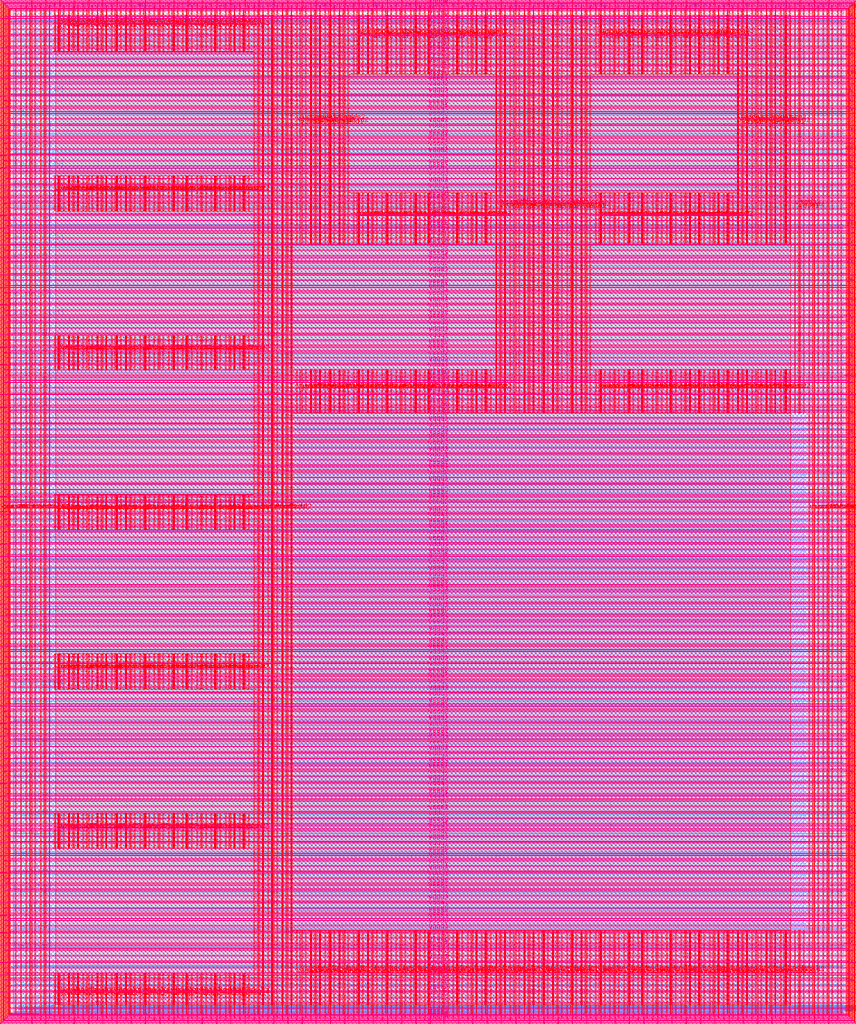
<source format=lef>
VERSION 5.7 ;
  NOWIREEXTENSIONATPIN ON ;
  DIVIDERCHAR "/" ;
  BUSBITCHARS "[]" ;
MACRO user_project_wrapper
  CLASS BLOCK ;
  FOREIGN user_project_wrapper ;
  ORIGIN 0.000 0.000 ;
  SIZE 2920.000 BY 3520.000 ;
  PIN analog_io[0]
    DIRECTION INOUT ;
    USE SIGNAL ;
    PORT
      LAYER met3 ;
        RECT 2917.600 1426.380 2924.800 1427.580 ;
    END
  END analog_io[0]
  PIN analog_io[10]
    DIRECTION INOUT ;
    USE SIGNAL ;
    PORT
      LAYER met2 ;
        RECT 2230.490 3517.600 2231.050 3524.800 ;
    END
  END analog_io[10]
  PIN analog_io[11]
    DIRECTION INOUT ;
    USE SIGNAL ;
    PORT
      LAYER met2 ;
        RECT 1905.730 3517.600 1906.290 3524.800 ;
    END
  END analog_io[11]
  PIN analog_io[12]
    DIRECTION INOUT ;
    USE SIGNAL ;
    PORT
      LAYER met2 ;
        RECT 1581.430 3517.600 1581.990 3524.800 ;
    END
  END analog_io[12]
  PIN analog_io[13]
    DIRECTION INOUT ;
    USE SIGNAL ;
    PORT
      LAYER met2 ;
        RECT 1257.130 3517.600 1257.690 3524.800 ;
    END
  END analog_io[13]
  PIN analog_io[14]
    DIRECTION INOUT ;
    USE SIGNAL ;
    PORT
      LAYER met2 ;
        RECT 932.370 3517.600 932.930 3524.800 ;
    END
  END analog_io[14]
  PIN analog_io[15]
    DIRECTION INOUT ;
    USE SIGNAL ;
    PORT
      LAYER met2 ;
        RECT 608.070 3517.600 608.630 3524.800 ;
    END
  END analog_io[15]
  PIN analog_io[16]
    DIRECTION INOUT ;
    USE SIGNAL ;
    PORT
      LAYER met2 ;
        RECT 283.770 3517.600 284.330 3524.800 ;
    END
  END analog_io[16]
  PIN analog_io[17]
    DIRECTION INOUT ;
    USE SIGNAL ;
    PORT
      LAYER met3 ;
        RECT -4.800 3486.100 2.400 3487.300 ;
    END
  END analog_io[17]
  PIN analog_io[18]
    DIRECTION INOUT ;
    USE SIGNAL ;
    PORT
      LAYER met3 ;
        RECT -4.800 3224.980 2.400 3226.180 ;
    END
  END analog_io[18]
  PIN analog_io[19]
    DIRECTION INOUT ;
    USE SIGNAL ;
    PORT
      LAYER met3 ;
        RECT -4.800 2964.540 2.400 2965.740 ;
    END
  END analog_io[19]
  PIN analog_io[1]
    DIRECTION INOUT ;
    USE SIGNAL ;
    PORT
      LAYER met3 ;
        RECT 2917.600 1692.260 2924.800 1693.460 ;
    END
  END analog_io[1]
  PIN analog_io[20]
    DIRECTION INOUT ;
    USE SIGNAL ;
    PORT
      LAYER met3 ;
        RECT -4.800 2703.420 2.400 2704.620 ;
    END
  END analog_io[20]
  PIN analog_io[21]
    DIRECTION INOUT ;
    USE SIGNAL ;
    PORT
      LAYER met3 ;
        RECT -4.800 2442.980 2.400 2444.180 ;
    END
  END analog_io[21]
  PIN analog_io[22]
    DIRECTION INOUT ;
    USE SIGNAL ;
    PORT
      LAYER met3 ;
        RECT -4.800 2182.540 2.400 2183.740 ;
    END
  END analog_io[22]
  PIN analog_io[23]
    DIRECTION INOUT ;
    USE SIGNAL ;
    PORT
      LAYER met3 ;
        RECT -4.800 1921.420 2.400 1922.620 ;
    END
  END analog_io[23]
  PIN analog_io[24]
    DIRECTION INOUT ;
    USE SIGNAL ;
    PORT
      LAYER met3 ;
        RECT -4.800 1660.980 2.400 1662.180 ;
    END
  END analog_io[24]
  PIN analog_io[25]
    DIRECTION INOUT ;
    USE SIGNAL ;
    PORT
      LAYER met3 ;
        RECT -4.800 1399.860 2.400 1401.060 ;
    END
  END analog_io[25]
  PIN analog_io[26]
    DIRECTION INOUT ;
    USE SIGNAL ;
    PORT
      LAYER met3 ;
        RECT -4.800 1139.420 2.400 1140.620 ;
    END
  END analog_io[26]
  PIN analog_io[27]
    DIRECTION INOUT ;
    USE SIGNAL ;
    PORT
      LAYER met3 ;
        RECT -4.800 878.980 2.400 880.180 ;
    END
  END analog_io[27]
  PIN analog_io[28]
    DIRECTION INOUT ;
    USE SIGNAL ;
    PORT
      LAYER met3 ;
        RECT -4.800 617.860 2.400 619.060 ;
    END
  END analog_io[28]
  PIN analog_io[2]
    DIRECTION INOUT ;
    USE SIGNAL ;
    PORT
      LAYER met3 ;
        RECT 2917.600 1958.140 2924.800 1959.340 ;
    END
  END analog_io[2]
  PIN analog_io[3]
    DIRECTION INOUT ;
    USE SIGNAL ;
    PORT
      LAYER met3 ;
        RECT 2917.600 2223.340 2924.800 2224.540 ;
    END
  END analog_io[3]
  PIN analog_io[4]
    DIRECTION INOUT ;
    USE SIGNAL ;
    PORT
      LAYER met3 ;
        RECT 2917.600 2489.220 2924.800 2490.420 ;
    END
  END analog_io[4]
  PIN analog_io[5]
    DIRECTION INOUT ;
    USE SIGNAL ;
    PORT
      LAYER met3 ;
        RECT 2917.600 2755.100 2924.800 2756.300 ;
    END
  END analog_io[5]
  PIN analog_io[6]
    DIRECTION INOUT ;
    USE SIGNAL ;
    PORT
      LAYER met3 ;
        RECT 2917.600 3020.300 2924.800 3021.500 ;
    END
  END analog_io[6]
  PIN analog_io[7]
    DIRECTION INOUT ;
    USE SIGNAL ;
    PORT
      LAYER met3 ;
        RECT 2917.600 3286.180 2924.800 3287.380 ;
    END
  END analog_io[7]
  PIN analog_io[8]
    DIRECTION INOUT ;
    USE SIGNAL ;
    PORT
      LAYER met2 ;
        RECT 2879.090 3517.600 2879.650 3524.800 ;
    END
  END analog_io[8]
  PIN analog_io[9]
    DIRECTION INOUT ;
    USE SIGNAL ;
    PORT
      LAYER met2 ;
        RECT 2554.790 3517.600 2555.350 3524.800 ;
    END
  END analog_io[9]
  PIN io_in[0]
    DIRECTION INPUT ;
    USE SIGNAL ;
    PORT
      LAYER met3 ;
        RECT 2917.600 32.380 2924.800 33.580 ;
    END
  END io_in[0]
  PIN io_in[10]
    DIRECTION INPUT ;
    USE SIGNAL ;
    PORT
      LAYER met3 ;
        RECT 2917.600 2289.980 2924.800 2291.180 ;
    END
  END io_in[10]
  PIN io_in[11]
    DIRECTION INPUT ;
    USE SIGNAL ;
    PORT
      LAYER met3 ;
        RECT 2917.600 2555.860 2924.800 2557.060 ;
    END
  END io_in[11]
  PIN io_in[12]
    DIRECTION INPUT ;
    USE SIGNAL ;
    PORT
      LAYER met3 ;
        RECT 2917.600 2821.060 2924.800 2822.260 ;
    END
  END io_in[12]
  PIN io_in[13]
    DIRECTION INPUT ;
    USE SIGNAL ;
    PORT
      LAYER met3 ;
        RECT 2917.600 3086.940 2924.800 3088.140 ;
    END
  END io_in[13]
  PIN io_in[14]
    DIRECTION INPUT ;
    USE SIGNAL ;
    PORT
      LAYER met3 ;
        RECT 2917.600 3352.820 2924.800 3354.020 ;
    END
  END io_in[14]
  PIN io_in[15]
    DIRECTION INPUT ;
    USE SIGNAL ;
    PORT
      LAYER met2 ;
        RECT 2798.130 3517.600 2798.690 3524.800 ;
    END
  END io_in[15]
  PIN io_in[16]
    DIRECTION INPUT ;
    USE SIGNAL ;
    PORT
      LAYER met2 ;
        RECT 2473.830 3517.600 2474.390 3524.800 ;
    END
  END io_in[16]
  PIN io_in[17]
    DIRECTION INPUT ;
    USE SIGNAL ;
    PORT
      LAYER met2 ;
        RECT 2149.070 3517.600 2149.630 3524.800 ;
    END
  END io_in[17]
  PIN io_in[18]
    DIRECTION INPUT ;
    USE SIGNAL ;
    PORT
      LAYER met2 ;
        RECT 1824.770 3517.600 1825.330 3524.800 ;
    END
  END io_in[18]
  PIN io_in[19]
    DIRECTION INPUT ;
    USE SIGNAL ;
    PORT
      LAYER met2 ;
        RECT 1500.470 3517.600 1501.030 3524.800 ;
    END
  END io_in[19]
  PIN io_in[1]
    DIRECTION INPUT ;
    USE SIGNAL ;
    PORT
      LAYER met3 ;
        RECT 2917.600 230.940 2924.800 232.140 ;
    END
  END io_in[1]
  PIN io_in[20]
    DIRECTION INPUT ;
    USE SIGNAL ;
    PORT
      LAYER met2 ;
        RECT 1175.710 3517.600 1176.270 3524.800 ;
    END
  END io_in[20]
  PIN io_in[21]
    DIRECTION INPUT ;
    USE SIGNAL ;
    PORT
      LAYER met2 ;
        RECT 851.410 3517.600 851.970 3524.800 ;
    END
  END io_in[21]
  PIN io_in[22]
    DIRECTION INPUT ;
    USE SIGNAL ;
    PORT
      LAYER met2 ;
        RECT 527.110 3517.600 527.670 3524.800 ;
    END
  END io_in[22]
  PIN io_in[23]
    DIRECTION INPUT ;
    USE SIGNAL ;
    PORT
      LAYER met2 ;
        RECT 202.350 3517.600 202.910 3524.800 ;
    END
  END io_in[23]
  PIN io_in[24]
    DIRECTION INPUT ;
    USE SIGNAL ;
    PORT
      LAYER met3 ;
        RECT -4.800 3420.820 2.400 3422.020 ;
    END
  END io_in[24]
  PIN io_in[25]
    DIRECTION INPUT ;
    USE SIGNAL ;
    PORT
      LAYER met3 ;
        RECT -4.800 3159.700 2.400 3160.900 ;
    END
  END io_in[25]
  PIN io_in[26]
    DIRECTION INPUT ;
    USE SIGNAL ;
    PORT
      LAYER met3 ;
        RECT -4.800 2899.260 2.400 2900.460 ;
    END
  END io_in[26]
  PIN io_in[27]
    DIRECTION INPUT ;
    USE SIGNAL ;
    PORT
      LAYER met3 ;
        RECT -4.800 2638.820 2.400 2640.020 ;
    END
  END io_in[27]
  PIN io_in[28]
    DIRECTION INPUT ;
    USE SIGNAL ;
    PORT
      LAYER met3 ;
        RECT -4.800 2377.700 2.400 2378.900 ;
    END
  END io_in[28]
  PIN io_in[29]
    DIRECTION INPUT ;
    USE SIGNAL ;
    PORT
      LAYER met3 ;
        RECT -4.800 2117.260 2.400 2118.460 ;
    END
  END io_in[29]
  PIN io_in[2]
    DIRECTION INPUT ;
    USE SIGNAL ;
    PORT
      LAYER met3 ;
        RECT 2917.600 430.180 2924.800 431.380 ;
    END
  END io_in[2]
  PIN io_in[30]
    DIRECTION INPUT ;
    USE SIGNAL ;
    PORT
      LAYER met3 ;
        RECT -4.800 1856.140 2.400 1857.340 ;
    END
  END io_in[30]
  PIN io_in[31]
    DIRECTION INPUT ;
    USE SIGNAL ;
    PORT
      LAYER met3 ;
        RECT -4.800 1595.700 2.400 1596.900 ;
    END
  END io_in[31]
  PIN io_in[32]
    DIRECTION INPUT ;
    USE SIGNAL ;
    PORT
      LAYER met3 ;
        RECT -4.800 1335.260 2.400 1336.460 ;
    END
  END io_in[32]
  PIN io_in[33]
    DIRECTION INPUT ;
    USE SIGNAL ;
    PORT
      LAYER met3 ;
        RECT -4.800 1074.140 2.400 1075.340 ;
    END
  END io_in[33]
  PIN io_in[34]
    DIRECTION INPUT ;
    USE SIGNAL ;
    PORT
      LAYER met3 ;
        RECT -4.800 813.700 2.400 814.900 ;
    END
  END io_in[34]
  PIN io_in[35]
    DIRECTION INPUT ;
    USE SIGNAL ;
    PORT
      LAYER met3 ;
        RECT -4.800 552.580 2.400 553.780 ;
    END
  END io_in[35]
  PIN io_in[36]
    DIRECTION INPUT ;
    USE SIGNAL ;
    PORT
      LAYER met3 ;
        RECT -4.800 357.420 2.400 358.620 ;
    END
  END io_in[36]
  PIN io_in[37]
    DIRECTION INPUT ;
    USE SIGNAL ;
    PORT
      LAYER met3 ;
        RECT -4.800 161.580 2.400 162.780 ;
    END
  END io_in[37]
  PIN io_in[3]
    DIRECTION INPUT ;
    USE SIGNAL ;
    PORT
      LAYER met3 ;
        RECT 2917.600 629.420 2924.800 630.620 ;
    END
  END io_in[3]
  PIN io_in[4]
    DIRECTION INPUT ;
    USE SIGNAL ;
    PORT
      LAYER met3 ;
        RECT 2917.600 828.660 2924.800 829.860 ;
    END
  END io_in[4]
  PIN io_in[5]
    DIRECTION INPUT ;
    USE SIGNAL ;
    PORT
      LAYER met3 ;
        RECT 2917.600 1027.900 2924.800 1029.100 ;
    END
  END io_in[5]
  PIN io_in[6]
    DIRECTION INPUT ;
    USE SIGNAL ;
    PORT
      LAYER met3 ;
        RECT 2917.600 1227.140 2924.800 1228.340 ;
    END
  END io_in[6]
  PIN io_in[7]
    DIRECTION INPUT ;
    USE SIGNAL ;
    PORT
      LAYER met3 ;
        RECT 2917.600 1493.020 2924.800 1494.220 ;
    END
  END io_in[7]
  PIN io_in[8]
    DIRECTION INPUT ;
    USE SIGNAL ;
    PORT
      LAYER met3 ;
        RECT 2917.600 1758.900 2924.800 1760.100 ;
    END
  END io_in[8]
  PIN io_in[9]
    DIRECTION INPUT ;
    USE SIGNAL ;
    PORT
      LAYER met3 ;
        RECT 2917.600 2024.100 2924.800 2025.300 ;
    END
  END io_in[9]
  PIN io_oeb[0]
    DIRECTION OUTPUT TRISTATE ;
    USE SIGNAL ;
    PORT
      LAYER met3 ;
        RECT 2917.600 164.980 2924.800 166.180 ;
    END
  END io_oeb[0]
  PIN io_oeb[10]
    DIRECTION OUTPUT TRISTATE ;
    USE SIGNAL ;
    PORT
      LAYER met3 ;
        RECT 2917.600 2422.580 2924.800 2423.780 ;
    END
  END io_oeb[10]
  PIN io_oeb[11]
    DIRECTION OUTPUT TRISTATE ;
    USE SIGNAL ;
    PORT
      LAYER met3 ;
        RECT 2917.600 2688.460 2924.800 2689.660 ;
    END
  END io_oeb[11]
  PIN io_oeb[12]
    DIRECTION OUTPUT TRISTATE ;
    USE SIGNAL ;
    PORT
      LAYER met3 ;
        RECT 2917.600 2954.340 2924.800 2955.540 ;
    END
  END io_oeb[12]
  PIN io_oeb[13]
    DIRECTION OUTPUT TRISTATE ;
    USE SIGNAL ;
    PORT
      LAYER met3 ;
        RECT 2917.600 3219.540 2924.800 3220.740 ;
    END
  END io_oeb[13]
  PIN io_oeb[14]
    DIRECTION OUTPUT TRISTATE ;
    USE SIGNAL ;
    PORT
      LAYER met3 ;
        RECT 2917.600 3485.420 2924.800 3486.620 ;
    END
  END io_oeb[14]
  PIN io_oeb[15]
    DIRECTION OUTPUT TRISTATE ;
    USE SIGNAL ;
    PORT
      LAYER met2 ;
        RECT 2635.750 3517.600 2636.310 3524.800 ;
    END
  END io_oeb[15]
  PIN io_oeb[16]
    DIRECTION OUTPUT TRISTATE ;
    USE SIGNAL ;
    PORT
      LAYER met2 ;
        RECT 2311.450 3517.600 2312.010 3524.800 ;
    END
  END io_oeb[16]
  PIN io_oeb[17]
    DIRECTION OUTPUT TRISTATE ;
    USE SIGNAL ;
    PORT
      LAYER met2 ;
        RECT 1987.150 3517.600 1987.710 3524.800 ;
    END
  END io_oeb[17]
  PIN io_oeb[18]
    DIRECTION OUTPUT TRISTATE ;
    USE SIGNAL ;
    PORT
      LAYER met2 ;
        RECT 1662.390 3517.600 1662.950 3524.800 ;
    END
  END io_oeb[18]
  PIN io_oeb[19]
    DIRECTION OUTPUT TRISTATE ;
    USE SIGNAL ;
    PORT
      LAYER met2 ;
        RECT 1338.090 3517.600 1338.650 3524.800 ;
    END
  END io_oeb[19]
  PIN io_oeb[1]
    DIRECTION OUTPUT TRISTATE ;
    USE SIGNAL ;
    PORT
      LAYER met3 ;
        RECT 2917.600 364.220 2924.800 365.420 ;
    END
  END io_oeb[1]
  PIN io_oeb[20]
    DIRECTION OUTPUT TRISTATE ;
    USE SIGNAL ;
    PORT
      LAYER met2 ;
        RECT 1013.790 3517.600 1014.350 3524.800 ;
    END
  END io_oeb[20]
  PIN io_oeb[21]
    DIRECTION OUTPUT TRISTATE ;
    USE SIGNAL ;
    PORT
      LAYER met2 ;
        RECT 689.030 3517.600 689.590 3524.800 ;
    END
  END io_oeb[21]
  PIN io_oeb[22]
    DIRECTION OUTPUT TRISTATE ;
    USE SIGNAL ;
    PORT
      LAYER met2 ;
        RECT 364.730 3517.600 365.290 3524.800 ;
    END
  END io_oeb[22]
  PIN io_oeb[23]
    DIRECTION OUTPUT TRISTATE ;
    USE SIGNAL ;
    PORT
      LAYER met2 ;
        RECT 40.430 3517.600 40.990 3524.800 ;
    END
  END io_oeb[23]
  PIN io_oeb[24]
    DIRECTION OUTPUT TRISTATE ;
    USE SIGNAL ;
    PORT
      LAYER met3 ;
        RECT -4.800 3290.260 2.400 3291.460 ;
    END
  END io_oeb[24]
  PIN io_oeb[25]
    DIRECTION OUTPUT TRISTATE ;
    USE SIGNAL ;
    PORT
      LAYER met3 ;
        RECT -4.800 3029.820 2.400 3031.020 ;
    END
  END io_oeb[25]
  PIN io_oeb[26]
    DIRECTION OUTPUT TRISTATE ;
    USE SIGNAL ;
    PORT
      LAYER met3 ;
        RECT -4.800 2768.700 2.400 2769.900 ;
    END
  END io_oeb[26]
  PIN io_oeb[27]
    DIRECTION OUTPUT TRISTATE ;
    USE SIGNAL ;
    PORT
      LAYER met3 ;
        RECT -4.800 2508.260 2.400 2509.460 ;
    END
  END io_oeb[27]
  PIN io_oeb[28]
    DIRECTION OUTPUT TRISTATE ;
    USE SIGNAL ;
    PORT
      LAYER met3 ;
        RECT -4.800 2247.140 2.400 2248.340 ;
    END
  END io_oeb[28]
  PIN io_oeb[29]
    DIRECTION OUTPUT TRISTATE ;
    USE SIGNAL ;
    PORT
      LAYER met3 ;
        RECT -4.800 1986.700 2.400 1987.900 ;
    END
  END io_oeb[29]
  PIN io_oeb[2]
    DIRECTION OUTPUT TRISTATE ;
    USE SIGNAL ;
    PORT
      LAYER met3 ;
        RECT 2917.600 563.460 2924.800 564.660 ;
    END
  END io_oeb[2]
  PIN io_oeb[30]
    DIRECTION OUTPUT TRISTATE ;
    USE SIGNAL ;
    PORT
      LAYER met3 ;
        RECT -4.800 1726.260 2.400 1727.460 ;
    END
  END io_oeb[30]
  PIN io_oeb[31]
    DIRECTION OUTPUT TRISTATE ;
    USE SIGNAL ;
    PORT
      LAYER met3 ;
        RECT -4.800 1465.140 2.400 1466.340 ;
    END
  END io_oeb[31]
  PIN io_oeb[32]
    DIRECTION OUTPUT TRISTATE ;
    USE SIGNAL ;
    PORT
      LAYER met3 ;
        RECT -4.800 1204.700 2.400 1205.900 ;
    END
  END io_oeb[32]
  PIN io_oeb[33]
    DIRECTION OUTPUT TRISTATE ;
    USE SIGNAL ;
    PORT
      LAYER met3 ;
        RECT -4.800 943.580 2.400 944.780 ;
    END
  END io_oeb[33]
  PIN io_oeb[34]
    DIRECTION OUTPUT TRISTATE ;
    USE SIGNAL ;
    PORT
      LAYER met3 ;
        RECT -4.800 683.140 2.400 684.340 ;
    END
  END io_oeb[34]
  PIN io_oeb[35]
    DIRECTION OUTPUT TRISTATE ;
    USE SIGNAL ;
    PORT
      LAYER met3 ;
        RECT -4.800 422.700 2.400 423.900 ;
    END
  END io_oeb[35]
  PIN io_oeb[36]
    DIRECTION OUTPUT TRISTATE ;
    USE SIGNAL ;
    PORT
      LAYER met3 ;
        RECT -4.800 226.860 2.400 228.060 ;
    END
  END io_oeb[36]
  PIN io_oeb[37]
    DIRECTION OUTPUT TRISTATE ;
    USE SIGNAL ;
    PORT
      LAYER met3 ;
        RECT -4.800 31.700 2.400 32.900 ;
    END
  END io_oeb[37]
  PIN io_oeb[3]
    DIRECTION OUTPUT TRISTATE ;
    USE SIGNAL ;
    PORT
      LAYER met3 ;
        RECT 2917.600 762.700 2924.800 763.900 ;
    END
  END io_oeb[3]
  PIN io_oeb[4]
    DIRECTION OUTPUT TRISTATE ;
    USE SIGNAL ;
    PORT
      LAYER met3 ;
        RECT 2917.600 961.940 2924.800 963.140 ;
    END
  END io_oeb[4]
  PIN io_oeb[5]
    DIRECTION OUTPUT TRISTATE ;
    USE SIGNAL ;
    PORT
      LAYER met3 ;
        RECT 2917.600 1161.180 2924.800 1162.380 ;
    END
  END io_oeb[5]
  PIN io_oeb[6]
    DIRECTION OUTPUT TRISTATE ;
    USE SIGNAL ;
    PORT
      LAYER met3 ;
        RECT 2917.600 1360.420 2924.800 1361.620 ;
    END
  END io_oeb[6]
  PIN io_oeb[7]
    DIRECTION OUTPUT TRISTATE ;
    USE SIGNAL ;
    PORT
      LAYER met3 ;
        RECT 2917.600 1625.620 2924.800 1626.820 ;
    END
  END io_oeb[7]
  PIN io_oeb[8]
    DIRECTION OUTPUT TRISTATE ;
    USE SIGNAL ;
    PORT
      LAYER met3 ;
        RECT 2917.600 1891.500 2924.800 1892.700 ;
    END
  END io_oeb[8]
  PIN io_oeb[9]
    DIRECTION OUTPUT TRISTATE ;
    USE SIGNAL ;
    PORT
      LAYER met3 ;
        RECT 2917.600 2157.380 2924.800 2158.580 ;
    END
  END io_oeb[9]
  PIN io_out[0]
    DIRECTION OUTPUT TRISTATE ;
    USE SIGNAL ;
    PORT
      LAYER met3 ;
        RECT 2917.600 98.340 2924.800 99.540 ;
    END
  END io_out[0]
  PIN io_out[10]
    DIRECTION OUTPUT TRISTATE ;
    USE SIGNAL ;
    PORT
      LAYER met3 ;
        RECT 2917.600 2356.620 2924.800 2357.820 ;
    END
  END io_out[10]
  PIN io_out[11]
    DIRECTION OUTPUT TRISTATE ;
    USE SIGNAL ;
    PORT
      LAYER met3 ;
        RECT 2917.600 2621.820 2924.800 2623.020 ;
    END
  END io_out[11]
  PIN io_out[12]
    DIRECTION OUTPUT TRISTATE ;
    USE SIGNAL ;
    PORT
      LAYER met3 ;
        RECT 2917.600 2887.700 2924.800 2888.900 ;
    END
  END io_out[12]
  PIN io_out[13]
    DIRECTION OUTPUT TRISTATE ;
    USE SIGNAL ;
    PORT
      LAYER met3 ;
        RECT 2917.600 3153.580 2924.800 3154.780 ;
    END
  END io_out[13]
  PIN io_out[14]
    DIRECTION OUTPUT TRISTATE ;
    USE SIGNAL ;
    PORT
      LAYER met3 ;
        RECT 2917.600 3418.780 2924.800 3419.980 ;
    END
  END io_out[14]
  PIN io_out[15]
    DIRECTION OUTPUT TRISTATE ;
    USE SIGNAL ;
    PORT
      LAYER met2 ;
        RECT 2717.170 3517.600 2717.730 3524.800 ;
    END
  END io_out[15]
  PIN io_out[16]
    DIRECTION OUTPUT TRISTATE ;
    USE SIGNAL ;
    PORT
      LAYER met2 ;
        RECT 2392.410 3517.600 2392.970 3524.800 ;
    END
  END io_out[16]
  PIN io_out[17]
    DIRECTION OUTPUT TRISTATE ;
    USE SIGNAL ;
    PORT
      LAYER met2 ;
        RECT 2068.110 3517.600 2068.670 3524.800 ;
    END
  END io_out[17]
  PIN io_out[18]
    DIRECTION OUTPUT TRISTATE ;
    USE SIGNAL ;
    PORT
      LAYER met2 ;
        RECT 1743.810 3517.600 1744.370 3524.800 ;
    END
  END io_out[18]
  PIN io_out[19]
    DIRECTION OUTPUT TRISTATE ;
    USE SIGNAL ;
    PORT
      LAYER met2 ;
        RECT 1419.050 3517.600 1419.610 3524.800 ;
    END
  END io_out[19]
  PIN io_out[1]
    DIRECTION OUTPUT TRISTATE ;
    USE SIGNAL ;
    PORT
      LAYER met3 ;
        RECT 2917.600 297.580 2924.800 298.780 ;
    END
  END io_out[1]
  PIN io_out[20]
    DIRECTION OUTPUT TRISTATE ;
    USE SIGNAL ;
    PORT
      LAYER met2 ;
        RECT 1094.750 3517.600 1095.310 3524.800 ;
    END
  END io_out[20]
  PIN io_out[21]
    DIRECTION OUTPUT TRISTATE ;
    USE SIGNAL ;
    PORT
      LAYER met2 ;
        RECT 770.450 3517.600 771.010 3524.800 ;
    END
  END io_out[21]
  PIN io_out[22]
    DIRECTION OUTPUT TRISTATE ;
    USE SIGNAL ;
    PORT
      LAYER met2 ;
        RECT 445.690 3517.600 446.250 3524.800 ;
    END
  END io_out[22]
  PIN io_out[23]
    DIRECTION OUTPUT TRISTATE ;
    USE SIGNAL ;
    PORT
      LAYER met2 ;
        RECT 121.390 3517.600 121.950 3524.800 ;
    END
  END io_out[23]
  PIN io_out[24]
    DIRECTION OUTPUT TRISTATE ;
    USE SIGNAL ;
    PORT
      LAYER met3 ;
        RECT -4.800 3355.540 2.400 3356.740 ;
    END
  END io_out[24]
  PIN io_out[25]
    DIRECTION OUTPUT TRISTATE ;
    USE SIGNAL ;
    PORT
      LAYER met3 ;
        RECT -4.800 3095.100 2.400 3096.300 ;
    END
  END io_out[25]
  PIN io_out[26]
    DIRECTION OUTPUT TRISTATE ;
    USE SIGNAL ;
    PORT
      LAYER met3 ;
        RECT -4.800 2833.980 2.400 2835.180 ;
    END
  END io_out[26]
  PIN io_out[27]
    DIRECTION OUTPUT TRISTATE ;
    USE SIGNAL ;
    PORT
      LAYER met3 ;
        RECT -4.800 2573.540 2.400 2574.740 ;
    END
  END io_out[27]
  PIN io_out[28]
    DIRECTION OUTPUT TRISTATE ;
    USE SIGNAL ;
    PORT
      LAYER met3 ;
        RECT -4.800 2312.420 2.400 2313.620 ;
    END
  END io_out[28]
  PIN io_out[29]
    DIRECTION OUTPUT TRISTATE ;
    USE SIGNAL ;
    PORT
      LAYER met3 ;
        RECT -4.800 2051.980 2.400 2053.180 ;
    END
  END io_out[29]
  PIN io_out[2]
    DIRECTION OUTPUT TRISTATE ;
    USE SIGNAL ;
    PORT
      LAYER met3 ;
        RECT 2917.600 496.820 2924.800 498.020 ;
    END
  END io_out[2]
  PIN io_out[30]
    DIRECTION OUTPUT TRISTATE ;
    USE SIGNAL ;
    PORT
      LAYER met3 ;
        RECT -4.800 1791.540 2.400 1792.740 ;
    END
  END io_out[30]
  PIN io_out[31]
    DIRECTION OUTPUT TRISTATE ;
    USE SIGNAL ;
    PORT
      LAYER met3 ;
        RECT -4.800 1530.420 2.400 1531.620 ;
    END
  END io_out[31]
  PIN io_out[32]
    DIRECTION OUTPUT TRISTATE ;
    USE SIGNAL ;
    PORT
      LAYER met3 ;
        RECT -4.800 1269.980 2.400 1271.180 ;
    END
  END io_out[32]
  PIN io_out[33]
    DIRECTION OUTPUT TRISTATE ;
    USE SIGNAL ;
    PORT
      LAYER met3 ;
        RECT -4.800 1008.860 2.400 1010.060 ;
    END
  END io_out[33]
  PIN io_out[34]
    DIRECTION OUTPUT TRISTATE ;
    USE SIGNAL ;
    PORT
      LAYER met3 ;
        RECT -4.800 748.420 2.400 749.620 ;
    END
  END io_out[34]
  PIN io_out[35]
    DIRECTION OUTPUT TRISTATE ;
    USE SIGNAL ;
    PORT
      LAYER met3 ;
        RECT -4.800 487.300 2.400 488.500 ;
    END
  END io_out[35]
  PIN io_out[36]
    DIRECTION OUTPUT TRISTATE ;
    USE SIGNAL ;
    PORT
      LAYER met3 ;
        RECT -4.800 292.140 2.400 293.340 ;
    END
  END io_out[36]
  PIN io_out[37]
    DIRECTION OUTPUT TRISTATE ;
    USE SIGNAL ;
    PORT
      LAYER met3 ;
        RECT -4.800 96.300 2.400 97.500 ;
    END
  END io_out[37]
  PIN io_out[3]
    DIRECTION OUTPUT TRISTATE ;
    USE SIGNAL ;
    PORT
      LAYER met3 ;
        RECT 2917.600 696.060 2924.800 697.260 ;
    END
  END io_out[3]
  PIN io_out[4]
    DIRECTION OUTPUT TRISTATE ;
    USE SIGNAL ;
    PORT
      LAYER met3 ;
        RECT 2917.600 895.300 2924.800 896.500 ;
    END
  END io_out[4]
  PIN io_out[5]
    DIRECTION OUTPUT TRISTATE ;
    USE SIGNAL ;
    PORT
      LAYER met3 ;
        RECT 2917.600 1094.540 2924.800 1095.740 ;
    END
  END io_out[5]
  PIN io_out[6]
    DIRECTION OUTPUT TRISTATE ;
    USE SIGNAL ;
    PORT
      LAYER met3 ;
        RECT 2917.600 1293.780 2924.800 1294.980 ;
    END
  END io_out[6]
  PIN io_out[7]
    DIRECTION OUTPUT TRISTATE ;
    USE SIGNAL ;
    PORT
      LAYER met3 ;
        RECT 2917.600 1559.660 2924.800 1560.860 ;
    END
  END io_out[7]
  PIN io_out[8]
    DIRECTION OUTPUT TRISTATE ;
    USE SIGNAL ;
    PORT
      LAYER met3 ;
        RECT 2917.600 1824.860 2924.800 1826.060 ;
    END
  END io_out[8]
  PIN io_out[9]
    DIRECTION OUTPUT TRISTATE ;
    USE SIGNAL ;
    PORT
      LAYER met3 ;
        RECT 2917.600 2090.740 2924.800 2091.940 ;
    END
  END io_out[9]
  PIN la_data_in[0]
    DIRECTION INPUT ;
    USE SIGNAL ;
    PORT
      LAYER met2 ;
        RECT 629.230 -4.800 629.790 2.400 ;
    END
  END la_data_in[0]
  PIN la_data_in[100]
    DIRECTION INPUT ;
    USE SIGNAL ;
    PORT
      LAYER met2 ;
        RECT 2402.530 -4.800 2403.090 2.400 ;
    END
  END la_data_in[100]
  PIN la_data_in[101]
    DIRECTION INPUT ;
    USE SIGNAL ;
    PORT
      LAYER met2 ;
        RECT 2420.010 -4.800 2420.570 2.400 ;
    END
  END la_data_in[101]
  PIN la_data_in[102]
    DIRECTION INPUT ;
    USE SIGNAL ;
    PORT
      LAYER met2 ;
        RECT 2437.950 -4.800 2438.510 2.400 ;
    END
  END la_data_in[102]
  PIN la_data_in[103]
    DIRECTION INPUT ;
    USE SIGNAL ;
    PORT
      LAYER met2 ;
        RECT 2455.430 -4.800 2455.990 2.400 ;
    END
  END la_data_in[103]
  PIN la_data_in[104]
    DIRECTION INPUT ;
    USE SIGNAL ;
    PORT
      LAYER met2 ;
        RECT 2473.370 -4.800 2473.930 2.400 ;
    END
  END la_data_in[104]
  PIN la_data_in[105]
    DIRECTION INPUT ;
    USE SIGNAL ;
    PORT
      LAYER met2 ;
        RECT 2490.850 -4.800 2491.410 2.400 ;
    END
  END la_data_in[105]
  PIN la_data_in[106]
    DIRECTION INPUT ;
    USE SIGNAL ;
    PORT
      LAYER met2 ;
        RECT 2508.790 -4.800 2509.350 2.400 ;
    END
  END la_data_in[106]
  PIN la_data_in[107]
    DIRECTION INPUT ;
    USE SIGNAL ;
    PORT
      LAYER met2 ;
        RECT 2526.730 -4.800 2527.290 2.400 ;
    END
  END la_data_in[107]
  PIN la_data_in[108]
    DIRECTION INPUT ;
    USE SIGNAL ;
    PORT
      LAYER met2 ;
        RECT 2544.210 -4.800 2544.770 2.400 ;
    END
  END la_data_in[108]
  PIN la_data_in[109]
    DIRECTION INPUT ;
    USE SIGNAL ;
    PORT
      LAYER met2 ;
        RECT 2562.150 -4.800 2562.710 2.400 ;
    END
  END la_data_in[109]
  PIN la_data_in[10]
    DIRECTION INPUT ;
    USE SIGNAL ;
    PORT
      LAYER met2 ;
        RECT 806.330 -4.800 806.890 2.400 ;
    END
  END la_data_in[10]
  PIN la_data_in[110]
    DIRECTION INPUT ;
    USE SIGNAL ;
    PORT
      LAYER met2 ;
        RECT 2579.630 -4.800 2580.190 2.400 ;
    END
  END la_data_in[110]
  PIN la_data_in[111]
    DIRECTION INPUT ;
    USE SIGNAL ;
    PORT
      LAYER met2 ;
        RECT 2597.570 -4.800 2598.130 2.400 ;
    END
  END la_data_in[111]
  PIN la_data_in[112]
    DIRECTION INPUT ;
    USE SIGNAL ;
    PORT
      LAYER met2 ;
        RECT 2615.050 -4.800 2615.610 2.400 ;
    END
  END la_data_in[112]
  PIN la_data_in[113]
    DIRECTION INPUT ;
    USE SIGNAL ;
    PORT
      LAYER met2 ;
        RECT 2632.990 -4.800 2633.550 2.400 ;
    END
  END la_data_in[113]
  PIN la_data_in[114]
    DIRECTION INPUT ;
    USE SIGNAL ;
    PORT
      LAYER met2 ;
        RECT 2650.470 -4.800 2651.030 2.400 ;
    END
  END la_data_in[114]
  PIN la_data_in[115]
    DIRECTION INPUT ;
    USE SIGNAL ;
    PORT
      LAYER met2 ;
        RECT 2668.410 -4.800 2668.970 2.400 ;
    END
  END la_data_in[115]
  PIN la_data_in[116]
    DIRECTION INPUT ;
    USE SIGNAL ;
    PORT
      LAYER met2 ;
        RECT 2685.890 -4.800 2686.450 2.400 ;
    END
  END la_data_in[116]
  PIN la_data_in[117]
    DIRECTION INPUT ;
    USE SIGNAL ;
    PORT
      LAYER met2 ;
        RECT 2703.830 -4.800 2704.390 2.400 ;
    END
  END la_data_in[117]
  PIN la_data_in[118]
    DIRECTION INPUT ;
    USE SIGNAL ;
    PORT
      LAYER met2 ;
        RECT 2721.770 -4.800 2722.330 2.400 ;
    END
  END la_data_in[118]
  PIN la_data_in[119]
    DIRECTION INPUT ;
    USE SIGNAL ;
    PORT
      LAYER met2 ;
        RECT 2739.250 -4.800 2739.810 2.400 ;
    END
  END la_data_in[119]
  PIN la_data_in[11]
    DIRECTION INPUT ;
    USE SIGNAL ;
    PORT
      LAYER met2 ;
        RECT 824.270 -4.800 824.830 2.400 ;
    END
  END la_data_in[11]
  PIN la_data_in[120]
    DIRECTION INPUT ;
    USE SIGNAL ;
    PORT
      LAYER met2 ;
        RECT 2757.190 -4.800 2757.750 2.400 ;
    END
  END la_data_in[120]
  PIN la_data_in[121]
    DIRECTION INPUT ;
    USE SIGNAL ;
    PORT
      LAYER met2 ;
        RECT 2774.670 -4.800 2775.230 2.400 ;
    END
  END la_data_in[121]
  PIN la_data_in[122]
    DIRECTION INPUT ;
    USE SIGNAL ;
    PORT
      LAYER met2 ;
        RECT 2792.610 -4.800 2793.170 2.400 ;
    END
  END la_data_in[122]
  PIN la_data_in[123]
    DIRECTION INPUT ;
    USE SIGNAL ;
    PORT
      LAYER met2 ;
        RECT 2810.090 -4.800 2810.650 2.400 ;
    END
  END la_data_in[123]
  PIN la_data_in[124]
    DIRECTION INPUT ;
    USE SIGNAL ;
    PORT
      LAYER met2 ;
        RECT 2828.030 -4.800 2828.590 2.400 ;
    END
  END la_data_in[124]
  PIN la_data_in[125]
    DIRECTION INPUT ;
    USE SIGNAL ;
    PORT
      LAYER met2 ;
        RECT 2845.510 -4.800 2846.070 2.400 ;
    END
  END la_data_in[125]
  PIN la_data_in[126]
    DIRECTION INPUT ;
    USE SIGNAL ;
    PORT
      LAYER met2 ;
        RECT 2863.450 -4.800 2864.010 2.400 ;
    END
  END la_data_in[126]
  PIN la_data_in[127]
    DIRECTION INPUT ;
    USE SIGNAL ;
    PORT
      LAYER met2 ;
        RECT 2881.390 -4.800 2881.950 2.400 ;
    END
  END la_data_in[127]
  PIN la_data_in[12]
    DIRECTION INPUT ;
    USE SIGNAL ;
    PORT
      LAYER met2 ;
        RECT 841.750 -4.800 842.310 2.400 ;
    END
  END la_data_in[12]
  PIN la_data_in[13]
    DIRECTION INPUT ;
    USE SIGNAL ;
    PORT
      LAYER met2 ;
        RECT 859.690 -4.800 860.250 2.400 ;
    END
  END la_data_in[13]
  PIN la_data_in[14]
    DIRECTION INPUT ;
    USE SIGNAL ;
    PORT
      LAYER met2 ;
        RECT 877.170 -4.800 877.730 2.400 ;
    END
  END la_data_in[14]
  PIN la_data_in[15]
    DIRECTION INPUT ;
    USE SIGNAL ;
    PORT
      LAYER met2 ;
        RECT 895.110 -4.800 895.670 2.400 ;
    END
  END la_data_in[15]
  PIN la_data_in[16]
    DIRECTION INPUT ;
    USE SIGNAL ;
    PORT
      LAYER met2 ;
        RECT 912.590 -4.800 913.150 2.400 ;
    END
  END la_data_in[16]
  PIN la_data_in[17]
    DIRECTION INPUT ;
    USE SIGNAL ;
    PORT
      LAYER met2 ;
        RECT 930.530 -4.800 931.090 2.400 ;
    END
  END la_data_in[17]
  PIN la_data_in[18]
    DIRECTION INPUT ;
    USE SIGNAL ;
    PORT
      LAYER met2 ;
        RECT 948.470 -4.800 949.030 2.400 ;
    END
  END la_data_in[18]
  PIN la_data_in[19]
    DIRECTION INPUT ;
    USE SIGNAL ;
    PORT
      LAYER met2 ;
        RECT 965.950 -4.800 966.510 2.400 ;
    END
  END la_data_in[19]
  PIN la_data_in[1]
    DIRECTION INPUT ;
    USE SIGNAL ;
    PORT
      LAYER met2 ;
        RECT 646.710 -4.800 647.270 2.400 ;
    END
  END la_data_in[1]
  PIN la_data_in[20]
    DIRECTION INPUT ;
    USE SIGNAL ;
    PORT
      LAYER met2 ;
        RECT 983.890 -4.800 984.450 2.400 ;
    END
  END la_data_in[20]
  PIN la_data_in[21]
    DIRECTION INPUT ;
    USE SIGNAL ;
    PORT
      LAYER met2 ;
        RECT 1001.370 -4.800 1001.930 2.400 ;
    END
  END la_data_in[21]
  PIN la_data_in[22]
    DIRECTION INPUT ;
    USE SIGNAL ;
    PORT
      LAYER met2 ;
        RECT 1019.310 -4.800 1019.870 2.400 ;
    END
  END la_data_in[22]
  PIN la_data_in[23]
    DIRECTION INPUT ;
    USE SIGNAL ;
    PORT
      LAYER met2 ;
        RECT 1036.790 -4.800 1037.350 2.400 ;
    END
  END la_data_in[23]
  PIN la_data_in[24]
    DIRECTION INPUT ;
    USE SIGNAL ;
    PORT
      LAYER met2 ;
        RECT 1054.730 -4.800 1055.290 2.400 ;
    END
  END la_data_in[24]
  PIN la_data_in[25]
    DIRECTION INPUT ;
    USE SIGNAL ;
    PORT
      LAYER met2 ;
        RECT 1072.210 -4.800 1072.770 2.400 ;
    END
  END la_data_in[25]
  PIN la_data_in[26]
    DIRECTION INPUT ;
    USE SIGNAL ;
    PORT
      LAYER met2 ;
        RECT 1090.150 -4.800 1090.710 2.400 ;
    END
  END la_data_in[26]
  PIN la_data_in[27]
    DIRECTION INPUT ;
    USE SIGNAL ;
    PORT
      LAYER met2 ;
        RECT 1107.630 -4.800 1108.190 2.400 ;
    END
  END la_data_in[27]
  PIN la_data_in[28]
    DIRECTION INPUT ;
    USE SIGNAL ;
    PORT
      LAYER met2 ;
        RECT 1125.570 -4.800 1126.130 2.400 ;
    END
  END la_data_in[28]
  PIN la_data_in[29]
    DIRECTION INPUT ;
    USE SIGNAL ;
    PORT
      LAYER met2 ;
        RECT 1143.510 -4.800 1144.070 2.400 ;
    END
  END la_data_in[29]
  PIN la_data_in[2]
    DIRECTION INPUT ;
    USE SIGNAL ;
    PORT
      LAYER met2 ;
        RECT 664.650 -4.800 665.210 2.400 ;
    END
  END la_data_in[2]
  PIN la_data_in[30]
    DIRECTION INPUT ;
    USE SIGNAL ;
    PORT
      LAYER met2 ;
        RECT 1160.990 -4.800 1161.550 2.400 ;
    END
  END la_data_in[30]
  PIN la_data_in[31]
    DIRECTION INPUT ;
    USE SIGNAL ;
    PORT
      LAYER met2 ;
        RECT 1178.930 -4.800 1179.490 2.400 ;
    END
  END la_data_in[31]
  PIN la_data_in[32]
    DIRECTION INPUT ;
    USE SIGNAL ;
    PORT
      LAYER met2 ;
        RECT 1196.410 -4.800 1196.970 2.400 ;
    END
  END la_data_in[32]
  PIN la_data_in[33]
    DIRECTION INPUT ;
    USE SIGNAL ;
    PORT
      LAYER met2 ;
        RECT 1214.350 -4.800 1214.910 2.400 ;
    END
  END la_data_in[33]
  PIN la_data_in[34]
    DIRECTION INPUT ;
    USE SIGNAL ;
    PORT
      LAYER met2 ;
        RECT 1231.830 -4.800 1232.390 2.400 ;
    END
  END la_data_in[34]
  PIN la_data_in[35]
    DIRECTION INPUT ;
    USE SIGNAL ;
    PORT
      LAYER met2 ;
        RECT 1249.770 -4.800 1250.330 2.400 ;
    END
  END la_data_in[35]
  PIN la_data_in[36]
    DIRECTION INPUT ;
    USE SIGNAL ;
    PORT
      LAYER met2 ;
        RECT 1267.250 -4.800 1267.810 2.400 ;
    END
  END la_data_in[36]
  PIN la_data_in[37]
    DIRECTION INPUT ;
    USE SIGNAL ;
    PORT
      LAYER met2 ;
        RECT 1285.190 -4.800 1285.750 2.400 ;
    END
  END la_data_in[37]
  PIN la_data_in[38]
    DIRECTION INPUT ;
    USE SIGNAL ;
    PORT
      LAYER met2 ;
        RECT 1303.130 -4.800 1303.690 2.400 ;
    END
  END la_data_in[38]
  PIN la_data_in[39]
    DIRECTION INPUT ;
    USE SIGNAL ;
    PORT
      LAYER met2 ;
        RECT 1320.610 -4.800 1321.170 2.400 ;
    END
  END la_data_in[39]
  PIN la_data_in[3]
    DIRECTION INPUT ;
    USE SIGNAL ;
    PORT
      LAYER met2 ;
        RECT 682.130 -4.800 682.690 2.400 ;
    END
  END la_data_in[3]
  PIN la_data_in[40]
    DIRECTION INPUT ;
    USE SIGNAL ;
    PORT
      LAYER met2 ;
        RECT 1338.550 -4.800 1339.110 2.400 ;
    END
  END la_data_in[40]
  PIN la_data_in[41]
    DIRECTION INPUT ;
    USE SIGNAL ;
    PORT
      LAYER met2 ;
        RECT 1356.030 -4.800 1356.590 2.400 ;
    END
  END la_data_in[41]
  PIN la_data_in[42]
    DIRECTION INPUT ;
    USE SIGNAL ;
    PORT
      LAYER met2 ;
        RECT 1373.970 -4.800 1374.530 2.400 ;
    END
  END la_data_in[42]
  PIN la_data_in[43]
    DIRECTION INPUT ;
    USE SIGNAL ;
    PORT
      LAYER met2 ;
        RECT 1391.450 -4.800 1392.010 2.400 ;
    END
  END la_data_in[43]
  PIN la_data_in[44]
    DIRECTION INPUT ;
    USE SIGNAL ;
    PORT
      LAYER met2 ;
        RECT 1409.390 -4.800 1409.950 2.400 ;
    END
  END la_data_in[44]
  PIN la_data_in[45]
    DIRECTION INPUT ;
    USE SIGNAL ;
    PORT
      LAYER met2 ;
        RECT 1426.870 -4.800 1427.430 2.400 ;
    END
  END la_data_in[45]
  PIN la_data_in[46]
    DIRECTION INPUT ;
    USE SIGNAL ;
    PORT
      LAYER met2 ;
        RECT 1444.810 -4.800 1445.370 2.400 ;
    END
  END la_data_in[46]
  PIN la_data_in[47]
    DIRECTION INPUT ;
    USE SIGNAL ;
    PORT
      LAYER met2 ;
        RECT 1462.750 -4.800 1463.310 2.400 ;
    END
  END la_data_in[47]
  PIN la_data_in[48]
    DIRECTION INPUT ;
    USE SIGNAL ;
    PORT
      LAYER met2 ;
        RECT 1480.230 -4.800 1480.790 2.400 ;
    END
  END la_data_in[48]
  PIN la_data_in[49]
    DIRECTION INPUT ;
    USE SIGNAL ;
    PORT
      LAYER met2 ;
        RECT 1498.170 -4.800 1498.730 2.400 ;
    END
  END la_data_in[49]
  PIN la_data_in[4]
    DIRECTION INPUT ;
    USE SIGNAL ;
    PORT
      LAYER met2 ;
        RECT 700.070 -4.800 700.630 2.400 ;
    END
  END la_data_in[4]
  PIN la_data_in[50]
    DIRECTION INPUT ;
    USE SIGNAL ;
    PORT
      LAYER met2 ;
        RECT 1515.650 -4.800 1516.210 2.400 ;
    END
  END la_data_in[50]
  PIN la_data_in[51]
    DIRECTION INPUT ;
    USE SIGNAL ;
    PORT
      LAYER met2 ;
        RECT 1533.590 -4.800 1534.150 2.400 ;
    END
  END la_data_in[51]
  PIN la_data_in[52]
    DIRECTION INPUT ;
    USE SIGNAL ;
    PORT
      LAYER met2 ;
        RECT 1551.070 -4.800 1551.630 2.400 ;
    END
  END la_data_in[52]
  PIN la_data_in[53]
    DIRECTION INPUT ;
    USE SIGNAL ;
    PORT
      LAYER met2 ;
        RECT 1569.010 -4.800 1569.570 2.400 ;
    END
  END la_data_in[53]
  PIN la_data_in[54]
    DIRECTION INPUT ;
    USE SIGNAL ;
    PORT
      LAYER met2 ;
        RECT 1586.490 -4.800 1587.050 2.400 ;
    END
  END la_data_in[54]
  PIN la_data_in[55]
    DIRECTION INPUT ;
    USE SIGNAL ;
    PORT
      LAYER met2 ;
        RECT 1604.430 -4.800 1604.990 2.400 ;
    END
  END la_data_in[55]
  PIN la_data_in[56]
    DIRECTION INPUT ;
    USE SIGNAL ;
    PORT
      LAYER met2 ;
        RECT 1621.910 -4.800 1622.470 2.400 ;
    END
  END la_data_in[56]
  PIN la_data_in[57]
    DIRECTION INPUT ;
    USE SIGNAL ;
    PORT
      LAYER met2 ;
        RECT 1639.850 -4.800 1640.410 2.400 ;
    END
  END la_data_in[57]
  PIN la_data_in[58]
    DIRECTION INPUT ;
    USE SIGNAL ;
    PORT
      LAYER met2 ;
        RECT 1657.790 -4.800 1658.350 2.400 ;
    END
  END la_data_in[58]
  PIN la_data_in[59]
    DIRECTION INPUT ;
    USE SIGNAL ;
    PORT
      LAYER met2 ;
        RECT 1675.270 -4.800 1675.830 2.400 ;
    END
  END la_data_in[59]
  PIN la_data_in[5]
    DIRECTION INPUT ;
    USE SIGNAL ;
    PORT
      LAYER met2 ;
        RECT 717.550 -4.800 718.110 2.400 ;
    END
  END la_data_in[5]
  PIN la_data_in[60]
    DIRECTION INPUT ;
    USE SIGNAL ;
    PORT
      LAYER met2 ;
        RECT 1693.210 -4.800 1693.770 2.400 ;
    END
  END la_data_in[60]
  PIN la_data_in[61]
    DIRECTION INPUT ;
    USE SIGNAL ;
    PORT
      LAYER met2 ;
        RECT 1710.690 -4.800 1711.250 2.400 ;
    END
  END la_data_in[61]
  PIN la_data_in[62]
    DIRECTION INPUT ;
    USE SIGNAL ;
    PORT
      LAYER met2 ;
        RECT 1728.630 -4.800 1729.190 2.400 ;
    END
  END la_data_in[62]
  PIN la_data_in[63]
    DIRECTION INPUT ;
    USE SIGNAL ;
    PORT
      LAYER met2 ;
        RECT 1746.110 -4.800 1746.670 2.400 ;
    END
  END la_data_in[63]
  PIN la_data_in[64]
    DIRECTION INPUT ;
    USE SIGNAL ;
    PORT
      LAYER met2 ;
        RECT 1764.050 -4.800 1764.610 2.400 ;
    END
  END la_data_in[64]
  PIN la_data_in[65]
    DIRECTION INPUT ;
    USE SIGNAL ;
    PORT
      LAYER met2 ;
        RECT 1781.530 -4.800 1782.090 2.400 ;
    END
  END la_data_in[65]
  PIN la_data_in[66]
    DIRECTION INPUT ;
    USE SIGNAL ;
    PORT
      LAYER met2 ;
        RECT 1799.470 -4.800 1800.030 2.400 ;
    END
  END la_data_in[66]
  PIN la_data_in[67]
    DIRECTION INPUT ;
    USE SIGNAL ;
    PORT
      LAYER met2 ;
        RECT 1817.410 -4.800 1817.970 2.400 ;
    END
  END la_data_in[67]
  PIN la_data_in[68]
    DIRECTION INPUT ;
    USE SIGNAL ;
    PORT
      LAYER met2 ;
        RECT 1834.890 -4.800 1835.450 2.400 ;
    END
  END la_data_in[68]
  PIN la_data_in[69]
    DIRECTION INPUT ;
    USE SIGNAL ;
    PORT
      LAYER met2 ;
        RECT 1852.830 -4.800 1853.390 2.400 ;
    END
  END la_data_in[69]
  PIN la_data_in[6]
    DIRECTION INPUT ;
    USE SIGNAL ;
    PORT
      LAYER met2 ;
        RECT 735.490 -4.800 736.050 2.400 ;
    END
  END la_data_in[6]
  PIN la_data_in[70]
    DIRECTION INPUT ;
    USE SIGNAL ;
    PORT
      LAYER met2 ;
        RECT 1870.310 -4.800 1870.870 2.400 ;
    END
  END la_data_in[70]
  PIN la_data_in[71]
    DIRECTION INPUT ;
    USE SIGNAL ;
    PORT
      LAYER met2 ;
        RECT 1888.250 -4.800 1888.810 2.400 ;
    END
  END la_data_in[71]
  PIN la_data_in[72]
    DIRECTION INPUT ;
    USE SIGNAL ;
    PORT
      LAYER met2 ;
        RECT 1905.730 -4.800 1906.290 2.400 ;
    END
  END la_data_in[72]
  PIN la_data_in[73]
    DIRECTION INPUT ;
    USE SIGNAL ;
    PORT
      LAYER met2 ;
        RECT 1923.670 -4.800 1924.230 2.400 ;
    END
  END la_data_in[73]
  PIN la_data_in[74]
    DIRECTION INPUT ;
    USE SIGNAL ;
    PORT
      LAYER met2 ;
        RECT 1941.150 -4.800 1941.710 2.400 ;
    END
  END la_data_in[74]
  PIN la_data_in[75]
    DIRECTION INPUT ;
    USE SIGNAL ;
    PORT
      LAYER met2 ;
        RECT 1959.090 -4.800 1959.650 2.400 ;
    END
  END la_data_in[75]
  PIN la_data_in[76]
    DIRECTION INPUT ;
    USE SIGNAL ;
    PORT
      LAYER met2 ;
        RECT 1976.570 -4.800 1977.130 2.400 ;
    END
  END la_data_in[76]
  PIN la_data_in[77]
    DIRECTION INPUT ;
    USE SIGNAL ;
    PORT
      LAYER met2 ;
        RECT 1994.510 -4.800 1995.070 2.400 ;
    END
  END la_data_in[77]
  PIN la_data_in[78]
    DIRECTION INPUT ;
    USE SIGNAL ;
    PORT
      LAYER met2 ;
        RECT 2012.450 -4.800 2013.010 2.400 ;
    END
  END la_data_in[78]
  PIN la_data_in[79]
    DIRECTION INPUT ;
    USE SIGNAL ;
    PORT
      LAYER met2 ;
        RECT 2029.930 -4.800 2030.490 2.400 ;
    END
  END la_data_in[79]
  PIN la_data_in[7]
    DIRECTION INPUT ;
    USE SIGNAL ;
    PORT
      LAYER met2 ;
        RECT 752.970 -4.800 753.530 2.400 ;
    END
  END la_data_in[7]
  PIN la_data_in[80]
    DIRECTION INPUT ;
    USE SIGNAL ;
    PORT
      LAYER met2 ;
        RECT 2047.870 -4.800 2048.430 2.400 ;
    END
  END la_data_in[80]
  PIN la_data_in[81]
    DIRECTION INPUT ;
    USE SIGNAL ;
    PORT
      LAYER met2 ;
        RECT 2065.350 -4.800 2065.910 2.400 ;
    END
  END la_data_in[81]
  PIN la_data_in[82]
    DIRECTION INPUT ;
    USE SIGNAL ;
    PORT
      LAYER met2 ;
        RECT 2083.290 -4.800 2083.850 2.400 ;
    END
  END la_data_in[82]
  PIN la_data_in[83]
    DIRECTION INPUT ;
    USE SIGNAL ;
    PORT
      LAYER met2 ;
        RECT 2100.770 -4.800 2101.330 2.400 ;
    END
  END la_data_in[83]
  PIN la_data_in[84]
    DIRECTION INPUT ;
    USE SIGNAL ;
    PORT
      LAYER met2 ;
        RECT 2118.710 -4.800 2119.270 2.400 ;
    END
  END la_data_in[84]
  PIN la_data_in[85]
    DIRECTION INPUT ;
    USE SIGNAL ;
    PORT
      LAYER met2 ;
        RECT 2136.190 -4.800 2136.750 2.400 ;
    END
  END la_data_in[85]
  PIN la_data_in[86]
    DIRECTION INPUT ;
    USE SIGNAL ;
    PORT
      LAYER met2 ;
        RECT 2154.130 -4.800 2154.690 2.400 ;
    END
  END la_data_in[86]
  PIN la_data_in[87]
    DIRECTION INPUT ;
    USE SIGNAL ;
    PORT
      LAYER met2 ;
        RECT 2172.070 -4.800 2172.630 2.400 ;
    END
  END la_data_in[87]
  PIN la_data_in[88]
    DIRECTION INPUT ;
    USE SIGNAL ;
    PORT
      LAYER met2 ;
        RECT 2189.550 -4.800 2190.110 2.400 ;
    END
  END la_data_in[88]
  PIN la_data_in[89]
    DIRECTION INPUT ;
    USE SIGNAL ;
    PORT
      LAYER met2 ;
        RECT 2207.490 -4.800 2208.050 2.400 ;
    END
  END la_data_in[89]
  PIN la_data_in[8]
    DIRECTION INPUT ;
    USE SIGNAL ;
    PORT
      LAYER met2 ;
        RECT 770.910 -4.800 771.470 2.400 ;
    END
  END la_data_in[8]
  PIN la_data_in[90]
    DIRECTION INPUT ;
    USE SIGNAL ;
    PORT
      LAYER met2 ;
        RECT 2224.970 -4.800 2225.530 2.400 ;
    END
  END la_data_in[90]
  PIN la_data_in[91]
    DIRECTION INPUT ;
    USE SIGNAL ;
    PORT
      LAYER met2 ;
        RECT 2242.910 -4.800 2243.470 2.400 ;
    END
  END la_data_in[91]
  PIN la_data_in[92]
    DIRECTION INPUT ;
    USE SIGNAL ;
    PORT
      LAYER met2 ;
        RECT 2260.390 -4.800 2260.950 2.400 ;
    END
  END la_data_in[92]
  PIN la_data_in[93]
    DIRECTION INPUT ;
    USE SIGNAL ;
    PORT
      LAYER met2 ;
        RECT 2278.330 -4.800 2278.890 2.400 ;
    END
  END la_data_in[93]
  PIN la_data_in[94]
    DIRECTION INPUT ;
    USE SIGNAL ;
    PORT
      LAYER met2 ;
        RECT 2295.810 -4.800 2296.370 2.400 ;
    END
  END la_data_in[94]
  PIN la_data_in[95]
    DIRECTION INPUT ;
    USE SIGNAL ;
    PORT
      LAYER met2 ;
        RECT 2313.750 -4.800 2314.310 2.400 ;
    END
  END la_data_in[95]
  PIN la_data_in[96]
    DIRECTION INPUT ;
    USE SIGNAL ;
    PORT
      LAYER met2 ;
        RECT 2331.230 -4.800 2331.790 2.400 ;
    END
  END la_data_in[96]
  PIN la_data_in[97]
    DIRECTION INPUT ;
    USE SIGNAL ;
    PORT
      LAYER met2 ;
        RECT 2349.170 -4.800 2349.730 2.400 ;
    END
  END la_data_in[97]
  PIN la_data_in[98]
    DIRECTION INPUT ;
    USE SIGNAL ;
    PORT
      LAYER met2 ;
        RECT 2367.110 -4.800 2367.670 2.400 ;
    END
  END la_data_in[98]
  PIN la_data_in[99]
    DIRECTION INPUT ;
    USE SIGNAL ;
    PORT
      LAYER met2 ;
        RECT 2384.590 -4.800 2385.150 2.400 ;
    END
  END la_data_in[99]
  PIN la_data_in[9]
    DIRECTION INPUT ;
    USE SIGNAL ;
    PORT
      LAYER met2 ;
        RECT 788.850 -4.800 789.410 2.400 ;
    END
  END la_data_in[9]
  PIN la_data_out[0]
    DIRECTION OUTPUT TRISTATE ;
    USE SIGNAL ;
    PORT
      LAYER met2 ;
        RECT 634.750 -4.800 635.310 2.400 ;
    END
  END la_data_out[0]
  PIN la_data_out[100]
    DIRECTION OUTPUT TRISTATE ;
    USE SIGNAL ;
    PORT
      LAYER met2 ;
        RECT 2408.510 -4.800 2409.070 2.400 ;
    END
  END la_data_out[100]
  PIN la_data_out[101]
    DIRECTION OUTPUT TRISTATE ;
    USE SIGNAL ;
    PORT
      LAYER met2 ;
        RECT 2425.990 -4.800 2426.550 2.400 ;
    END
  END la_data_out[101]
  PIN la_data_out[102]
    DIRECTION OUTPUT TRISTATE ;
    USE SIGNAL ;
    PORT
      LAYER met2 ;
        RECT 2443.930 -4.800 2444.490 2.400 ;
    END
  END la_data_out[102]
  PIN la_data_out[103]
    DIRECTION OUTPUT TRISTATE ;
    USE SIGNAL ;
    PORT
      LAYER met2 ;
        RECT 2461.410 -4.800 2461.970 2.400 ;
    END
  END la_data_out[103]
  PIN la_data_out[104]
    DIRECTION OUTPUT TRISTATE ;
    USE SIGNAL ;
    PORT
      LAYER met2 ;
        RECT 2479.350 -4.800 2479.910 2.400 ;
    END
  END la_data_out[104]
  PIN la_data_out[105]
    DIRECTION OUTPUT TRISTATE ;
    USE SIGNAL ;
    PORT
      LAYER met2 ;
        RECT 2496.830 -4.800 2497.390 2.400 ;
    END
  END la_data_out[105]
  PIN la_data_out[106]
    DIRECTION OUTPUT TRISTATE ;
    USE SIGNAL ;
    PORT
      LAYER met2 ;
        RECT 2514.770 -4.800 2515.330 2.400 ;
    END
  END la_data_out[106]
  PIN la_data_out[107]
    DIRECTION OUTPUT TRISTATE ;
    USE SIGNAL ;
    PORT
      LAYER met2 ;
        RECT 2532.250 -4.800 2532.810 2.400 ;
    END
  END la_data_out[107]
  PIN la_data_out[108]
    DIRECTION OUTPUT TRISTATE ;
    USE SIGNAL ;
    PORT
      LAYER met2 ;
        RECT 2550.190 -4.800 2550.750 2.400 ;
    END
  END la_data_out[108]
  PIN la_data_out[109]
    DIRECTION OUTPUT TRISTATE ;
    USE SIGNAL ;
    PORT
      LAYER met2 ;
        RECT 2567.670 -4.800 2568.230 2.400 ;
    END
  END la_data_out[109]
  PIN la_data_out[10]
    DIRECTION OUTPUT TRISTATE ;
    USE SIGNAL ;
    PORT
      LAYER met2 ;
        RECT 812.310 -4.800 812.870 2.400 ;
    END
  END la_data_out[10]
  PIN la_data_out[110]
    DIRECTION OUTPUT TRISTATE ;
    USE SIGNAL ;
    PORT
      LAYER met2 ;
        RECT 2585.610 -4.800 2586.170 2.400 ;
    END
  END la_data_out[110]
  PIN la_data_out[111]
    DIRECTION OUTPUT TRISTATE ;
    USE SIGNAL ;
    PORT
      LAYER met2 ;
        RECT 2603.550 -4.800 2604.110 2.400 ;
    END
  END la_data_out[111]
  PIN la_data_out[112]
    DIRECTION OUTPUT TRISTATE ;
    USE SIGNAL ;
    PORT
      LAYER met2 ;
        RECT 2621.030 -4.800 2621.590 2.400 ;
    END
  END la_data_out[112]
  PIN la_data_out[113]
    DIRECTION OUTPUT TRISTATE ;
    USE SIGNAL ;
    PORT
      LAYER met2 ;
        RECT 2638.970 -4.800 2639.530 2.400 ;
    END
  END la_data_out[113]
  PIN la_data_out[114]
    DIRECTION OUTPUT TRISTATE ;
    USE SIGNAL ;
    PORT
      LAYER met2 ;
        RECT 2656.450 -4.800 2657.010 2.400 ;
    END
  END la_data_out[114]
  PIN la_data_out[115]
    DIRECTION OUTPUT TRISTATE ;
    USE SIGNAL ;
    PORT
      LAYER met2 ;
        RECT 2674.390 -4.800 2674.950 2.400 ;
    END
  END la_data_out[115]
  PIN la_data_out[116]
    DIRECTION OUTPUT TRISTATE ;
    USE SIGNAL ;
    PORT
      LAYER met2 ;
        RECT 2691.870 -4.800 2692.430 2.400 ;
    END
  END la_data_out[116]
  PIN la_data_out[117]
    DIRECTION OUTPUT TRISTATE ;
    USE SIGNAL ;
    PORT
      LAYER met2 ;
        RECT 2709.810 -4.800 2710.370 2.400 ;
    END
  END la_data_out[117]
  PIN la_data_out[118]
    DIRECTION OUTPUT TRISTATE ;
    USE SIGNAL ;
    PORT
      LAYER met2 ;
        RECT 2727.290 -4.800 2727.850 2.400 ;
    END
  END la_data_out[118]
  PIN la_data_out[119]
    DIRECTION OUTPUT TRISTATE ;
    USE SIGNAL ;
    PORT
      LAYER met2 ;
        RECT 2745.230 -4.800 2745.790 2.400 ;
    END
  END la_data_out[119]
  PIN la_data_out[11]
    DIRECTION OUTPUT TRISTATE ;
    USE SIGNAL ;
    PORT
      LAYER met2 ;
        RECT 830.250 -4.800 830.810 2.400 ;
    END
  END la_data_out[11]
  PIN la_data_out[120]
    DIRECTION OUTPUT TRISTATE ;
    USE SIGNAL ;
    PORT
      LAYER met2 ;
        RECT 2763.170 -4.800 2763.730 2.400 ;
    END
  END la_data_out[120]
  PIN la_data_out[121]
    DIRECTION OUTPUT TRISTATE ;
    USE SIGNAL ;
    PORT
      LAYER met2 ;
        RECT 2780.650 -4.800 2781.210 2.400 ;
    END
  END la_data_out[121]
  PIN la_data_out[122]
    DIRECTION OUTPUT TRISTATE ;
    USE SIGNAL ;
    PORT
      LAYER met2 ;
        RECT 2798.590 -4.800 2799.150 2.400 ;
    END
  END la_data_out[122]
  PIN la_data_out[123]
    DIRECTION OUTPUT TRISTATE ;
    USE SIGNAL ;
    PORT
      LAYER met2 ;
        RECT 2816.070 -4.800 2816.630 2.400 ;
    END
  END la_data_out[123]
  PIN la_data_out[124]
    DIRECTION OUTPUT TRISTATE ;
    USE SIGNAL ;
    PORT
      LAYER met2 ;
        RECT 2834.010 -4.800 2834.570 2.400 ;
    END
  END la_data_out[124]
  PIN la_data_out[125]
    DIRECTION OUTPUT TRISTATE ;
    USE SIGNAL ;
    PORT
      LAYER met2 ;
        RECT 2851.490 -4.800 2852.050 2.400 ;
    END
  END la_data_out[125]
  PIN la_data_out[126]
    DIRECTION OUTPUT TRISTATE ;
    USE SIGNAL ;
    PORT
      LAYER met2 ;
        RECT 2869.430 -4.800 2869.990 2.400 ;
    END
  END la_data_out[126]
  PIN la_data_out[127]
    DIRECTION OUTPUT TRISTATE ;
    USE SIGNAL ;
    PORT
      LAYER met2 ;
        RECT 2886.910 -4.800 2887.470 2.400 ;
    END
  END la_data_out[127]
  PIN la_data_out[12]
    DIRECTION OUTPUT TRISTATE ;
    USE SIGNAL ;
    PORT
      LAYER met2 ;
        RECT 847.730 -4.800 848.290 2.400 ;
    END
  END la_data_out[12]
  PIN la_data_out[13]
    DIRECTION OUTPUT TRISTATE ;
    USE SIGNAL ;
    PORT
      LAYER met2 ;
        RECT 865.670 -4.800 866.230 2.400 ;
    END
  END la_data_out[13]
  PIN la_data_out[14]
    DIRECTION OUTPUT TRISTATE ;
    USE SIGNAL ;
    PORT
      LAYER met2 ;
        RECT 883.150 -4.800 883.710 2.400 ;
    END
  END la_data_out[14]
  PIN la_data_out[15]
    DIRECTION OUTPUT TRISTATE ;
    USE SIGNAL ;
    PORT
      LAYER met2 ;
        RECT 901.090 -4.800 901.650 2.400 ;
    END
  END la_data_out[15]
  PIN la_data_out[16]
    DIRECTION OUTPUT TRISTATE ;
    USE SIGNAL ;
    PORT
      LAYER met2 ;
        RECT 918.570 -4.800 919.130 2.400 ;
    END
  END la_data_out[16]
  PIN la_data_out[17]
    DIRECTION OUTPUT TRISTATE ;
    USE SIGNAL ;
    PORT
      LAYER met2 ;
        RECT 936.510 -4.800 937.070 2.400 ;
    END
  END la_data_out[17]
  PIN la_data_out[18]
    DIRECTION OUTPUT TRISTATE ;
    USE SIGNAL ;
    PORT
      LAYER met2 ;
        RECT 953.990 -4.800 954.550 2.400 ;
    END
  END la_data_out[18]
  PIN la_data_out[19]
    DIRECTION OUTPUT TRISTATE ;
    USE SIGNAL ;
    PORT
      LAYER met2 ;
        RECT 971.930 -4.800 972.490 2.400 ;
    END
  END la_data_out[19]
  PIN la_data_out[1]
    DIRECTION OUTPUT TRISTATE ;
    USE SIGNAL ;
    PORT
      LAYER met2 ;
        RECT 652.690 -4.800 653.250 2.400 ;
    END
  END la_data_out[1]
  PIN la_data_out[20]
    DIRECTION OUTPUT TRISTATE ;
    USE SIGNAL ;
    PORT
      LAYER met2 ;
        RECT 989.410 -4.800 989.970 2.400 ;
    END
  END la_data_out[20]
  PIN la_data_out[21]
    DIRECTION OUTPUT TRISTATE ;
    USE SIGNAL ;
    PORT
      LAYER met2 ;
        RECT 1007.350 -4.800 1007.910 2.400 ;
    END
  END la_data_out[21]
  PIN la_data_out[22]
    DIRECTION OUTPUT TRISTATE ;
    USE SIGNAL ;
    PORT
      LAYER met2 ;
        RECT 1025.290 -4.800 1025.850 2.400 ;
    END
  END la_data_out[22]
  PIN la_data_out[23]
    DIRECTION OUTPUT TRISTATE ;
    USE SIGNAL ;
    PORT
      LAYER met2 ;
        RECT 1042.770 -4.800 1043.330 2.400 ;
    END
  END la_data_out[23]
  PIN la_data_out[24]
    DIRECTION OUTPUT TRISTATE ;
    USE SIGNAL ;
    PORT
      LAYER met2 ;
        RECT 1060.710 -4.800 1061.270 2.400 ;
    END
  END la_data_out[24]
  PIN la_data_out[25]
    DIRECTION OUTPUT TRISTATE ;
    USE SIGNAL ;
    PORT
      LAYER met2 ;
        RECT 1078.190 -4.800 1078.750 2.400 ;
    END
  END la_data_out[25]
  PIN la_data_out[26]
    DIRECTION OUTPUT TRISTATE ;
    USE SIGNAL ;
    PORT
      LAYER met2 ;
        RECT 1096.130 -4.800 1096.690 2.400 ;
    END
  END la_data_out[26]
  PIN la_data_out[27]
    DIRECTION OUTPUT TRISTATE ;
    USE SIGNAL ;
    PORT
      LAYER met2 ;
        RECT 1113.610 -4.800 1114.170 2.400 ;
    END
  END la_data_out[27]
  PIN la_data_out[28]
    DIRECTION OUTPUT TRISTATE ;
    USE SIGNAL ;
    PORT
      LAYER met2 ;
        RECT 1131.550 -4.800 1132.110 2.400 ;
    END
  END la_data_out[28]
  PIN la_data_out[29]
    DIRECTION OUTPUT TRISTATE ;
    USE SIGNAL ;
    PORT
      LAYER met2 ;
        RECT 1149.030 -4.800 1149.590 2.400 ;
    END
  END la_data_out[29]
  PIN la_data_out[2]
    DIRECTION OUTPUT TRISTATE ;
    USE SIGNAL ;
    PORT
      LAYER met2 ;
        RECT 670.630 -4.800 671.190 2.400 ;
    END
  END la_data_out[2]
  PIN la_data_out[30]
    DIRECTION OUTPUT TRISTATE ;
    USE SIGNAL ;
    PORT
      LAYER met2 ;
        RECT 1166.970 -4.800 1167.530 2.400 ;
    END
  END la_data_out[30]
  PIN la_data_out[31]
    DIRECTION OUTPUT TRISTATE ;
    USE SIGNAL ;
    PORT
      LAYER met2 ;
        RECT 1184.910 -4.800 1185.470 2.400 ;
    END
  END la_data_out[31]
  PIN la_data_out[32]
    DIRECTION OUTPUT TRISTATE ;
    USE SIGNAL ;
    PORT
      LAYER met2 ;
        RECT 1202.390 -4.800 1202.950 2.400 ;
    END
  END la_data_out[32]
  PIN la_data_out[33]
    DIRECTION OUTPUT TRISTATE ;
    USE SIGNAL ;
    PORT
      LAYER met2 ;
        RECT 1220.330 -4.800 1220.890 2.400 ;
    END
  END la_data_out[33]
  PIN la_data_out[34]
    DIRECTION OUTPUT TRISTATE ;
    USE SIGNAL ;
    PORT
      LAYER met2 ;
        RECT 1237.810 -4.800 1238.370 2.400 ;
    END
  END la_data_out[34]
  PIN la_data_out[35]
    DIRECTION OUTPUT TRISTATE ;
    USE SIGNAL ;
    PORT
      LAYER met2 ;
        RECT 1255.750 -4.800 1256.310 2.400 ;
    END
  END la_data_out[35]
  PIN la_data_out[36]
    DIRECTION OUTPUT TRISTATE ;
    USE SIGNAL ;
    PORT
      LAYER met2 ;
        RECT 1273.230 -4.800 1273.790 2.400 ;
    END
  END la_data_out[36]
  PIN la_data_out[37]
    DIRECTION OUTPUT TRISTATE ;
    USE SIGNAL ;
    PORT
      LAYER met2 ;
        RECT 1291.170 -4.800 1291.730 2.400 ;
    END
  END la_data_out[37]
  PIN la_data_out[38]
    DIRECTION OUTPUT TRISTATE ;
    USE SIGNAL ;
    PORT
      LAYER met2 ;
        RECT 1308.650 -4.800 1309.210 2.400 ;
    END
  END la_data_out[38]
  PIN la_data_out[39]
    DIRECTION OUTPUT TRISTATE ;
    USE SIGNAL ;
    PORT
      LAYER met2 ;
        RECT 1326.590 -4.800 1327.150 2.400 ;
    END
  END la_data_out[39]
  PIN la_data_out[3]
    DIRECTION OUTPUT TRISTATE ;
    USE SIGNAL ;
    PORT
      LAYER met2 ;
        RECT 688.110 -4.800 688.670 2.400 ;
    END
  END la_data_out[3]
  PIN la_data_out[40]
    DIRECTION OUTPUT TRISTATE ;
    USE SIGNAL ;
    PORT
      LAYER met2 ;
        RECT 1344.070 -4.800 1344.630 2.400 ;
    END
  END la_data_out[40]
  PIN la_data_out[41]
    DIRECTION OUTPUT TRISTATE ;
    USE SIGNAL ;
    PORT
      LAYER met2 ;
        RECT 1362.010 -4.800 1362.570 2.400 ;
    END
  END la_data_out[41]
  PIN la_data_out[42]
    DIRECTION OUTPUT TRISTATE ;
    USE SIGNAL ;
    PORT
      LAYER met2 ;
        RECT 1379.950 -4.800 1380.510 2.400 ;
    END
  END la_data_out[42]
  PIN la_data_out[43]
    DIRECTION OUTPUT TRISTATE ;
    USE SIGNAL ;
    PORT
      LAYER met2 ;
        RECT 1397.430 -4.800 1397.990 2.400 ;
    END
  END la_data_out[43]
  PIN la_data_out[44]
    DIRECTION OUTPUT TRISTATE ;
    USE SIGNAL ;
    PORT
      LAYER met2 ;
        RECT 1415.370 -4.800 1415.930 2.400 ;
    END
  END la_data_out[44]
  PIN la_data_out[45]
    DIRECTION OUTPUT TRISTATE ;
    USE SIGNAL ;
    PORT
      LAYER met2 ;
        RECT 1432.850 -4.800 1433.410 2.400 ;
    END
  END la_data_out[45]
  PIN la_data_out[46]
    DIRECTION OUTPUT TRISTATE ;
    USE SIGNAL ;
    PORT
      LAYER met2 ;
        RECT 1450.790 -4.800 1451.350 2.400 ;
    END
  END la_data_out[46]
  PIN la_data_out[47]
    DIRECTION OUTPUT TRISTATE ;
    USE SIGNAL ;
    PORT
      LAYER met2 ;
        RECT 1468.270 -4.800 1468.830 2.400 ;
    END
  END la_data_out[47]
  PIN la_data_out[48]
    DIRECTION OUTPUT TRISTATE ;
    USE SIGNAL ;
    PORT
      LAYER met2 ;
        RECT 1486.210 -4.800 1486.770 2.400 ;
    END
  END la_data_out[48]
  PIN la_data_out[49]
    DIRECTION OUTPUT TRISTATE ;
    USE SIGNAL ;
    PORT
      LAYER met2 ;
        RECT 1503.690 -4.800 1504.250 2.400 ;
    END
  END la_data_out[49]
  PIN la_data_out[4]
    DIRECTION OUTPUT TRISTATE ;
    USE SIGNAL ;
    PORT
      LAYER met2 ;
        RECT 706.050 -4.800 706.610 2.400 ;
    END
  END la_data_out[4]
  PIN la_data_out[50]
    DIRECTION OUTPUT TRISTATE ;
    USE SIGNAL ;
    PORT
      LAYER met2 ;
        RECT 1521.630 -4.800 1522.190 2.400 ;
    END
  END la_data_out[50]
  PIN la_data_out[51]
    DIRECTION OUTPUT TRISTATE ;
    USE SIGNAL ;
    PORT
      LAYER met2 ;
        RECT 1539.570 -4.800 1540.130 2.400 ;
    END
  END la_data_out[51]
  PIN la_data_out[52]
    DIRECTION OUTPUT TRISTATE ;
    USE SIGNAL ;
    PORT
      LAYER met2 ;
        RECT 1557.050 -4.800 1557.610 2.400 ;
    END
  END la_data_out[52]
  PIN la_data_out[53]
    DIRECTION OUTPUT TRISTATE ;
    USE SIGNAL ;
    PORT
      LAYER met2 ;
        RECT 1574.990 -4.800 1575.550 2.400 ;
    END
  END la_data_out[53]
  PIN la_data_out[54]
    DIRECTION OUTPUT TRISTATE ;
    USE SIGNAL ;
    PORT
      LAYER met2 ;
        RECT 1592.470 -4.800 1593.030 2.400 ;
    END
  END la_data_out[54]
  PIN la_data_out[55]
    DIRECTION OUTPUT TRISTATE ;
    USE SIGNAL ;
    PORT
      LAYER met2 ;
        RECT 1610.410 -4.800 1610.970 2.400 ;
    END
  END la_data_out[55]
  PIN la_data_out[56]
    DIRECTION OUTPUT TRISTATE ;
    USE SIGNAL ;
    PORT
      LAYER met2 ;
        RECT 1627.890 -4.800 1628.450 2.400 ;
    END
  END la_data_out[56]
  PIN la_data_out[57]
    DIRECTION OUTPUT TRISTATE ;
    USE SIGNAL ;
    PORT
      LAYER met2 ;
        RECT 1645.830 -4.800 1646.390 2.400 ;
    END
  END la_data_out[57]
  PIN la_data_out[58]
    DIRECTION OUTPUT TRISTATE ;
    USE SIGNAL ;
    PORT
      LAYER met2 ;
        RECT 1663.310 -4.800 1663.870 2.400 ;
    END
  END la_data_out[58]
  PIN la_data_out[59]
    DIRECTION OUTPUT TRISTATE ;
    USE SIGNAL ;
    PORT
      LAYER met2 ;
        RECT 1681.250 -4.800 1681.810 2.400 ;
    END
  END la_data_out[59]
  PIN la_data_out[5]
    DIRECTION OUTPUT TRISTATE ;
    USE SIGNAL ;
    PORT
      LAYER met2 ;
        RECT 723.530 -4.800 724.090 2.400 ;
    END
  END la_data_out[5]
  PIN la_data_out[60]
    DIRECTION OUTPUT TRISTATE ;
    USE SIGNAL ;
    PORT
      LAYER met2 ;
        RECT 1699.190 -4.800 1699.750 2.400 ;
    END
  END la_data_out[60]
  PIN la_data_out[61]
    DIRECTION OUTPUT TRISTATE ;
    USE SIGNAL ;
    PORT
      LAYER met2 ;
        RECT 1716.670 -4.800 1717.230 2.400 ;
    END
  END la_data_out[61]
  PIN la_data_out[62]
    DIRECTION OUTPUT TRISTATE ;
    USE SIGNAL ;
    PORT
      LAYER met2 ;
        RECT 1734.610 -4.800 1735.170 2.400 ;
    END
  END la_data_out[62]
  PIN la_data_out[63]
    DIRECTION OUTPUT TRISTATE ;
    USE SIGNAL ;
    PORT
      LAYER met2 ;
        RECT 1752.090 -4.800 1752.650 2.400 ;
    END
  END la_data_out[63]
  PIN la_data_out[64]
    DIRECTION OUTPUT TRISTATE ;
    USE SIGNAL ;
    PORT
      LAYER met2 ;
        RECT 1770.030 -4.800 1770.590 2.400 ;
    END
  END la_data_out[64]
  PIN la_data_out[65]
    DIRECTION OUTPUT TRISTATE ;
    USE SIGNAL ;
    PORT
      LAYER met2 ;
        RECT 1787.510 -4.800 1788.070 2.400 ;
    END
  END la_data_out[65]
  PIN la_data_out[66]
    DIRECTION OUTPUT TRISTATE ;
    USE SIGNAL ;
    PORT
      LAYER met2 ;
        RECT 1805.450 -4.800 1806.010 2.400 ;
    END
  END la_data_out[66]
  PIN la_data_out[67]
    DIRECTION OUTPUT TRISTATE ;
    USE SIGNAL ;
    PORT
      LAYER met2 ;
        RECT 1822.930 -4.800 1823.490 2.400 ;
    END
  END la_data_out[67]
  PIN la_data_out[68]
    DIRECTION OUTPUT TRISTATE ;
    USE SIGNAL ;
    PORT
      LAYER met2 ;
        RECT 1840.870 -4.800 1841.430 2.400 ;
    END
  END la_data_out[68]
  PIN la_data_out[69]
    DIRECTION OUTPUT TRISTATE ;
    USE SIGNAL ;
    PORT
      LAYER met2 ;
        RECT 1858.350 -4.800 1858.910 2.400 ;
    END
  END la_data_out[69]
  PIN la_data_out[6]
    DIRECTION OUTPUT TRISTATE ;
    USE SIGNAL ;
    PORT
      LAYER met2 ;
        RECT 741.470 -4.800 742.030 2.400 ;
    END
  END la_data_out[6]
  PIN la_data_out[70]
    DIRECTION OUTPUT TRISTATE ;
    USE SIGNAL ;
    PORT
      LAYER met2 ;
        RECT 1876.290 -4.800 1876.850 2.400 ;
    END
  END la_data_out[70]
  PIN la_data_out[71]
    DIRECTION OUTPUT TRISTATE ;
    USE SIGNAL ;
    PORT
      LAYER met2 ;
        RECT 1894.230 -4.800 1894.790 2.400 ;
    END
  END la_data_out[71]
  PIN la_data_out[72]
    DIRECTION OUTPUT TRISTATE ;
    USE SIGNAL ;
    PORT
      LAYER met2 ;
        RECT 1911.710 -4.800 1912.270 2.400 ;
    END
  END la_data_out[72]
  PIN la_data_out[73]
    DIRECTION OUTPUT TRISTATE ;
    USE SIGNAL ;
    PORT
      LAYER met2 ;
        RECT 1929.650 -4.800 1930.210 2.400 ;
    END
  END la_data_out[73]
  PIN la_data_out[74]
    DIRECTION OUTPUT TRISTATE ;
    USE SIGNAL ;
    PORT
      LAYER met2 ;
        RECT 1947.130 -4.800 1947.690 2.400 ;
    END
  END la_data_out[74]
  PIN la_data_out[75]
    DIRECTION OUTPUT TRISTATE ;
    USE SIGNAL ;
    PORT
      LAYER met2 ;
        RECT 1965.070 -4.800 1965.630 2.400 ;
    END
  END la_data_out[75]
  PIN la_data_out[76]
    DIRECTION OUTPUT TRISTATE ;
    USE SIGNAL ;
    PORT
      LAYER met2 ;
        RECT 1982.550 -4.800 1983.110 2.400 ;
    END
  END la_data_out[76]
  PIN la_data_out[77]
    DIRECTION OUTPUT TRISTATE ;
    USE SIGNAL ;
    PORT
      LAYER met2 ;
        RECT 2000.490 -4.800 2001.050 2.400 ;
    END
  END la_data_out[77]
  PIN la_data_out[78]
    DIRECTION OUTPUT TRISTATE ;
    USE SIGNAL ;
    PORT
      LAYER met2 ;
        RECT 2017.970 -4.800 2018.530 2.400 ;
    END
  END la_data_out[78]
  PIN la_data_out[79]
    DIRECTION OUTPUT TRISTATE ;
    USE SIGNAL ;
    PORT
      LAYER met2 ;
        RECT 2035.910 -4.800 2036.470 2.400 ;
    END
  END la_data_out[79]
  PIN la_data_out[7]
    DIRECTION OUTPUT TRISTATE ;
    USE SIGNAL ;
    PORT
      LAYER met2 ;
        RECT 758.950 -4.800 759.510 2.400 ;
    END
  END la_data_out[7]
  PIN la_data_out[80]
    DIRECTION OUTPUT TRISTATE ;
    USE SIGNAL ;
    PORT
      LAYER met2 ;
        RECT 2053.850 -4.800 2054.410 2.400 ;
    END
  END la_data_out[80]
  PIN la_data_out[81]
    DIRECTION OUTPUT TRISTATE ;
    USE SIGNAL ;
    PORT
      LAYER met2 ;
        RECT 2071.330 -4.800 2071.890 2.400 ;
    END
  END la_data_out[81]
  PIN la_data_out[82]
    DIRECTION OUTPUT TRISTATE ;
    USE SIGNAL ;
    PORT
      LAYER met2 ;
        RECT 2089.270 -4.800 2089.830 2.400 ;
    END
  END la_data_out[82]
  PIN la_data_out[83]
    DIRECTION OUTPUT TRISTATE ;
    USE SIGNAL ;
    PORT
      LAYER met2 ;
        RECT 2106.750 -4.800 2107.310 2.400 ;
    END
  END la_data_out[83]
  PIN la_data_out[84]
    DIRECTION OUTPUT TRISTATE ;
    USE SIGNAL ;
    PORT
      LAYER met2 ;
        RECT 2124.690 -4.800 2125.250 2.400 ;
    END
  END la_data_out[84]
  PIN la_data_out[85]
    DIRECTION OUTPUT TRISTATE ;
    USE SIGNAL ;
    PORT
      LAYER met2 ;
        RECT 2142.170 -4.800 2142.730 2.400 ;
    END
  END la_data_out[85]
  PIN la_data_out[86]
    DIRECTION OUTPUT TRISTATE ;
    USE SIGNAL ;
    PORT
      LAYER met2 ;
        RECT 2160.110 -4.800 2160.670 2.400 ;
    END
  END la_data_out[86]
  PIN la_data_out[87]
    DIRECTION OUTPUT TRISTATE ;
    USE SIGNAL ;
    PORT
      LAYER met2 ;
        RECT 2177.590 -4.800 2178.150 2.400 ;
    END
  END la_data_out[87]
  PIN la_data_out[88]
    DIRECTION OUTPUT TRISTATE ;
    USE SIGNAL ;
    PORT
      LAYER met2 ;
        RECT 2195.530 -4.800 2196.090 2.400 ;
    END
  END la_data_out[88]
  PIN la_data_out[89]
    DIRECTION OUTPUT TRISTATE ;
    USE SIGNAL ;
    PORT
      LAYER met2 ;
        RECT 2213.010 -4.800 2213.570 2.400 ;
    END
  END la_data_out[89]
  PIN la_data_out[8]
    DIRECTION OUTPUT TRISTATE ;
    USE SIGNAL ;
    PORT
      LAYER met2 ;
        RECT 776.890 -4.800 777.450 2.400 ;
    END
  END la_data_out[8]
  PIN la_data_out[90]
    DIRECTION OUTPUT TRISTATE ;
    USE SIGNAL ;
    PORT
      LAYER met2 ;
        RECT 2230.950 -4.800 2231.510 2.400 ;
    END
  END la_data_out[90]
  PIN la_data_out[91]
    DIRECTION OUTPUT TRISTATE ;
    USE SIGNAL ;
    PORT
      LAYER met2 ;
        RECT 2248.890 -4.800 2249.450 2.400 ;
    END
  END la_data_out[91]
  PIN la_data_out[92]
    DIRECTION OUTPUT TRISTATE ;
    USE SIGNAL ;
    PORT
      LAYER met2 ;
        RECT 2266.370 -4.800 2266.930 2.400 ;
    END
  END la_data_out[92]
  PIN la_data_out[93]
    DIRECTION OUTPUT TRISTATE ;
    USE SIGNAL ;
    PORT
      LAYER met2 ;
        RECT 2284.310 -4.800 2284.870 2.400 ;
    END
  END la_data_out[93]
  PIN la_data_out[94]
    DIRECTION OUTPUT TRISTATE ;
    USE SIGNAL ;
    PORT
      LAYER met2 ;
        RECT 2301.790 -4.800 2302.350 2.400 ;
    END
  END la_data_out[94]
  PIN la_data_out[95]
    DIRECTION OUTPUT TRISTATE ;
    USE SIGNAL ;
    PORT
      LAYER met2 ;
        RECT 2319.730 -4.800 2320.290 2.400 ;
    END
  END la_data_out[95]
  PIN la_data_out[96]
    DIRECTION OUTPUT TRISTATE ;
    USE SIGNAL ;
    PORT
      LAYER met2 ;
        RECT 2337.210 -4.800 2337.770 2.400 ;
    END
  END la_data_out[96]
  PIN la_data_out[97]
    DIRECTION OUTPUT TRISTATE ;
    USE SIGNAL ;
    PORT
      LAYER met2 ;
        RECT 2355.150 -4.800 2355.710 2.400 ;
    END
  END la_data_out[97]
  PIN la_data_out[98]
    DIRECTION OUTPUT TRISTATE ;
    USE SIGNAL ;
    PORT
      LAYER met2 ;
        RECT 2372.630 -4.800 2373.190 2.400 ;
    END
  END la_data_out[98]
  PIN la_data_out[99]
    DIRECTION OUTPUT TRISTATE ;
    USE SIGNAL ;
    PORT
      LAYER met2 ;
        RECT 2390.570 -4.800 2391.130 2.400 ;
    END
  END la_data_out[99]
  PIN la_data_out[9]
    DIRECTION OUTPUT TRISTATE ;
    USE SIGNAL ;
    PORT
      LAYER met2 ;
        RECT 794.370 -4.800 794.930 2.400 ;
    END
  END la_data_out[9]
  PIN la_oenb[0]
    DIRECTION INPUT ;
    USE SIGNAL ;
    PORT
      LAYER met2 ;
        RECT 640.730 -4.800 641.290 2.400 ;
    END
  END la_oenb[0]
  PIN la_oenb[100]
    DIRECTION INPUT ;
    USE SIGNAL ;
    PORT
      LAYER met2 ;
        RECT 2414.030 -4.800 2414.590 2.400 ;
    END
  END la_oenb[100]
  PIN la_oenb[101]
    DIRECTION INPUT ;
    USE SIGNAL ;
    PORT
      LAYER met2 ;
        RECT 2431.970 -4.800 2432.530 2.400 ;
    END
  END la_oenb[101]
  PIN la_oenb[102]
    DIRECTION INPUT ;
    USE SIGNAL ;
    PORT
      LAYER met2 ;
        RECT 2449.450 -4.800 2450.010 2.400 ;
    END
  END la_oenb[102]
  PIN la_oenb[103]
    DIRECTION INPUT ;
    USE SIGNAL ;
    PORT
      LAYER met2 ;
        RECT 2467.390 -4.800 2467.950 2.400 ;
    END
  END la_oenb[103]
  PIN la_oenb[104]
    DIRECTION INPUT ;
    USE SIGNAL ;
    PORT
      LAYER met2 ;
        RECT 2485.330 -4.800 2485.890 2.400 ;
    END
  END la_oenb[104]
  PIN la_oenb[105]
    DIRECTION INPUT ;
    USE SIGNAL ;
    PORT
      LAYER met2 ;
        RECT 2502.810 -4.800 2503.370 2.400 ;
    END
  END la_oenb[105]
  PIN la_oenb[106]
    DIRECTION INPUT ;
    USE SIGNAL ;
    PORT
      LAYER met2 ;
        RECT 2520.750 -4.800 2521.310 2.400 ;
    END
  END la_oenb[106]
  PIN la_oenb[107]
    DIRECTION INPUT ;
    USE SIGNAL ;
    PORT
      LAYER met2 ;
        RECT 2538.230 -4.800 2538.790 2.400 ;
    END
  END la_oenb[107]
  PIN la_oenb[108]
    DIRECTION INPUT ;
    USE SIGNAL ;
    PORT
      LAYER met2 ;
        RECT 2556.170 -4.800 2556.730 2.400 ;
    END
  END la_oenb[108]
  PIN la_oenb[109]
    DIRECTION INPUT ;
    USE SIGNAL ;
    PORT
      LAYER met2 ;
        RECT 2573.650 -4.800 2574.210 2.400 ;
    END
  END la_oenb[109]
  PIN la_oenb[10]
    DIRECTION INPUT ;
    USE SIGNAL ;
    PORT
      LAYER met2 ;
        RECT 818.290 -4.800 818.850 2.400 ;
    END
  END la_oenb[10]
  PIN la_oenb[110]
    DIRECTION INPUT ;
    USE SIGNAL ;
    PORT
      LAYER met2 ;
        RECT 2591.590 -4.800 2592.150 2.400 ;
    END
  END la_oenb[110]
  PIN la_oenb[111]
    DIRECTION INPUT ;
    USE SIGNAL ;
    PORT
      LAYER met2 ;
        RECT 2609.070 -4.800 2609.630 2.400 ;
    END
  END la_oenb[111]
  PIN la_oenb[112]
    DIRECTION INPUT ;
    USE SIGNAL ;
    PORT
      LAYER met2 ;
        RECT 2627.010 -4.800 2627.570 2.400 ;
    END
  END la_oenb[112]
  PIN la_oenb[113]
    DIRECTION INPUT ;
    USE SIGNAL ;
    PORT
      LAYER met2 ;
        RECT 2644.950 -4.800 2645.510 2.400 ;
    END
  END la_oenb[113]
  PIN la_oenb[114]
    DIRECTION INPUT ;
    USE SIGNAL ;
    PORT
      LAYER met2 ;
        RECT 2662.430 -4.800 2662.990 2.400 ;
    END
  END la_oenb[114]
  PIN la_oenb[115]
    DIRECTION INPUT ;
    USE SIGNAL ;
    PORT
      LAYER met2 ;
        RECT 2680.370 -4.800 2680.930 2.400 ;
    END
  END la_oenb[115]
  PIN la_oenb[116]
    DIRECTION INPUT ;
    USE SIGNAL ;
    PORT
      LAYER met2 ;
        RECT 2697.850 -4.800 2698.410 2.400 ;
    END
  END la_oenb[116]
  PIN la_oenb[117]
    DIRECTION INPUT ;
    USE SIGNAL ;
    PORT
      LAYER met2 ;
        RECT 2715.790 -4.800 2716.350 2.400 ;
    END
  END la_oenb[117]
  PIN la_oenb[118]
    DIRECTION INPUT ;
    USE SIGNAL ;
    PORT
      LAYER met2 ;
        RECT 2733.270 -4.800 2733.830 2.400 ;
    END
  END la_oenb[118]
  PIN la_oenb[119]
    DIRECTION INPUT ;
    USE SIGNAL ;
    PORT
      LAYER met2 ;
        RECT 2751.210 -4.800 2751.770 2.400 ;
    END
  END la_oenb[119]
  PIN la_oenb[11]
    DIRECTION INPUT ;
    USE SIGNAL ;
    PORT
      LAYER met2 ;
        RECT 835.770 -4.800 836.330 2.400 ;
    END
  END la_oenb[11]
  PIN la_oenb[120]
    DIRECTION INPUT ;
    USE SIGNAL ;
    PORT
      LAYER met2 ;
        RECT 2768.690 -4.800 2769.250 2.400 ;
    END
  END la_oenb[120]
  PIN la_oenb[121]
    DIRECTION INPUT ;
    USE SIGNAL ;
    PORT
      LAYER met2 ;
        RECT 2786.630 -4.800 2787.190 2.400 ;
    END
  END la_oenb[121]
  PIN la_oenb[122]
    DIRECTION INPUT ;
    USE SIGNAL ;
    PORT
      LAYER met2 ;
        RECT 2804.110 -4.800 2804.670 2.400 ;
    END
  END la_oenb[122]
  PIN la_oenb[123]
    DIRECTION INPUT ;
    USE SIGNAL ;
    PORT
      LAYER met2 ;
        RECT 2822.050 -4.800 2822.610 2.400 ;
    END
  END la_oenb[123]
  PIN la_oenb[124]
    DIRECTION INPUT ;
    USE SIGNAL ;
    PORT
      LAYER met2 ;
        RECT 2839.990 -4.800 2840.550 2.400 ;
    END
  END la_oenb[124]
  PIN la_oenb[125]
    DIRECTION INPUT ;
    USE SIGNAL ;
    PORT
      LAYER met2 ;
        RECT 2857.470 -4.800 2858.030 2.400 ;
    END
  END la_oenb[125]
  PIN la_oenb[126]
    DIRECTION INPUT ;
    USE SIGNAL ;
    PORT
      LAYER met2 ;
        RECT 2875.410 -4.800 2875.970 2.400 ;
    END
  END la_oenb[126]
  PIN la_oenb[127]
    DIRECTION INPUT ;
    USE SIGNAL ;
    PORT
      LAYER met2 ;
        RECT 2892.890 -4.800 2893.450 2.400 ;
    END
  END la_oenb[127]
  PIN la_oenb[12]
    DIRECTION INPUT ;
    USE SIGNAL ;
    PORT
      LAYER met2 ;
        RECT 853.710 -4.800 854.270 2.400 ;
    END
  END la_oenb[12]
  PIN la_oenb[13]
    DIRECTION INPUT ;
    USE SIGNAL ;
    PORT
      LAYER met2 ;
        RECT 871.190 -4.800 871.750 2.400 ;
    END
  END la_oenb[13]
  PIN la_oenb[14]
    DIRECTION INPUT ;
    USE SIGNAL ;
    PORT
      LAYER met2 ;
        RECT 889.130 -4.800 889.690 2.400 ;
    END
  END la_oenb[14]
  PIN la_oenb[15]
    DIRECTION INPUT ;
    USE SIGNAL ;
    PORT
      LAYER met2 ;
        RECT 907.070 -4.800 907.630 2.400 ;
    END
  END la_oenb[15]
  PIN la_oenb[16]
    DIRECTION INPUT ;
    USE SIGNAL ;
    PORT
      LAYER met2 ;
        RECT 924.550 -4.800 925.110 2.400 ;
    END
  END la_oenb[16]
  PIN la_oenb[17]
    DIRECTION INPUT ;
    USE SIGNAL ;
    PORT
      LAYER met2 ;
        RECT 942.490 -4.800 943.050 2.400 ;
    END
  END la_oenb[17]
  PIN la_oenb[18]
    DIRECTION INPUT ;
    USE SIGNAL ;
    PORT
      LAYER met2 ;
        RECT 959.970 -4.800 960.530 2.400 ;
    END
  END la_oenb[18]
  PIN la_oenb[19]
    DIRECTION INPUT ;
    USE SIGNAL ;
    PORT
      LAYER met2 ;
        RECT 977.910 -4.800 978.470 2.400 ;
    END
  END la_oenb[19]
  PIN la_oenb[1]
    DIRECTION INPUT ;
    USE SIGNAL ;
    PORT
      LAYER met2 ;
        RECT 658.670 -4.800 659.230 2.400 ;
    END
  END la_oenb[1]
  PIN la_oenb[20]
    DIRECTION INPUT ;
    USE SIGNAL ;
    PORT
      LAYER met2 ;
        RECT 995.390 -4.800 995.950 2.400 ;
    END
  END la_oenb[20]
  PIN la_oenb[21]
    DIRECTION INPUT ;
    USE SIGNAL ;
    PORT
      LAYER met2 ;
        RECT 1013.330 -4.800 1013.890 2.400 ;
    END
  END la_oenb[21]
  PIN la_oenb[22]
    DIRECTION INPUT ;
    USE SIGNAL ;
    PORT
      LAYER met2 ;
        RECT 1030.810 -4.800 1031.370 2.400 ;
    END
  END la_oenb[22]
  PIN la_oenb[23]
    DIRECTION INPUT ;
    USE SIGNAL ;
    PORT
      LAYER met2 ;
        RECT 1048.750 -4.800 1049.310 2.400 ;
    END
  END la_oenb[23]
  PIN la_oenb[24]
    DIRECTION INPUT ;
    USE SIGNAL ;
    PORT
      LAYER met2 ;
        RECT 1066.690 -4.800 1067.250 2.400 ;
    END
  END la_oenb[24]
  PIN la_oenb[25]
    DIRECTION INPUT ;
    USE SIGNAL ;
    PORT
      LAYER met2 ;
        RECT 1084.170 -4.800 1084.730 2.400 ;
    END
  END la_oenb[25]
  PIN la_oenb[26]
    DIRECTION INPUT ;
    USE SIGNAL ;
    PORT
      LAYER met2 ;
        RECT 1102.110 -4.800 1102.670 2.400 ;
    END
  END la_oenb[26]
  PIN la_oenb[27]
    DIRECTION INPUT ;
    USE SIGNAL ;
    PORT
      LAYER met2 ;
        RECT 1119.590 -4.800 1120.150 2.400 ;
    END
  END la_oenb[27]
  PIN la_oenb[28]
    DIRECTION INPUT ;
    USE SIGNAL ;
    PORT
      LAYER met2 ;
        RECT 1137.530 -4.800 1138.090 2.400 ;
    END
  END la_oenb[28]
  PIN la_oenb[29]
    DIRECTION INPUT ;
    USE SIGNAL ;
    PORT
      LAYER met2 ;
        RECT 1155.010 -4.800 1155.570 2.400 ;
    END
  END la_oenb[29]
  PIN la_oenb[2]
    DIRECTION INPUT ;
    USE SIGNAL ;
    PORT
      LAYER met2 ;
        RECT 676.150 -4.800 676.710 2.400 ;
    END
  END la_oenb[2]
  PIN la_oenb[30]
    DIRECTION INPUT ;
    USE SIGNAL ;
    PORT
      LAYER met2 ;
        RECT 1172.950 -4.800 1173.510 2.400 ;
    END
  END la_oenb[30]
  PIN la_oenb[31]
    DIRECTION INPUT ;
    USE SIGNAL ;
    PORT
      LAYER met2 ;
        RECT 1190.430 -4.800 1190.990 2.400 ;
    END
  END la_oenb[31]
  PIN la_oenb[32]
    DIRECTION INPUT ;
    USE SIGNAL ;
    PORT
      LAYER met2 ;
        RECT 1208.370 -4.800 1208.930 2.400 ;
    END
  END la_oenb[32]
  PIN la_oenb[33]
    DIRECTION INPUT ;
    USE SIGNAL ;
    PORT
      LAYER met2 ;
        RECT 1225.850 -4.800 1226.410 2.400 ;
    END
  END la_oenb[33]
  PIN la_oenb[34]
    DIRECTION INPUT ;
    USE SIGNAL ;
    PORT
      LAYER met2 ;
        RECT 1243.790 -4.800 1244.350 2.400 ;
    END
  END la_oenb[34]
  PIN la_oenb[35]
    DIRECTION INPUT ;
    USE SIGNAL ;
    PORT
      LAYER met2 ;
        RECT 1261.730 -4.800 1262.290 2.400 ;
    END
  END la_oenb[35]
  PIN la_oenb[36]
    DIRECTION INPUT ;
    USE SIGNAL ;
    PORT
      LAYER met2 ;
        RECT 1279.210 -4.800 1279.770 2.400 ;
    END
  END la_oenb[36]
  PIN la_oenb[37]
    DIRECTION INPUT ;
    USE SIGNAL ;
    PORT
      LAYER met2 ;
        RECT 1297.150 -4.800 1297.710 2.400 ;
    END
  END la_oenb[37]
  PIN la_oenb[38]
    DIRECTION INPUT ;
    USE SIGNAL ;
    PORT
      LAYER met2 ;
        RECT 1314.630 -4.800 1315.190 2.400 ;
    END
  END la_oenb[38]
  PIN la_oenb[39]
    DIRECTION INPUT ;
    USE SIGNAL ;
    PORT
      LAYER met2 ;
        RECT 1332.570 -4.800 1333.130 2.400 ;
    END
  END la_oenb[39]
  PIN la_oenb[3]
    DIRECTION INPUT ;
    USE SIGNAL ;
    PORT
      LAYER met2 ;
        RECT 694.090 -4.800 694.650 2.400 ;
    END
  END la_oenb[3]
  PIN la_oenb[40]
    DIRECTION INPUT ;
    USE SIGNAL ;
    PORT
      LAYER met2 ;
        RECT 1350.050 -4.800 1350.610 2.400 ;
    END
  END la_oenb[40]
  PIN la_oenb[41]
    DIRECTION INPUT ;
    USE SIGNAL ;
    PORT
      LAYER met2 ;
        RECT 1367.990 -4.800 1368.550 2.400 ;
    END
  END la_oenb[41]
  PIN la_oenb[42]
    DIRECTION INPUT ;
    USE SIGNAL ;
    PORT
      LAYER met2 ;
        RECT 1385.470 -4.800 1386.030 2.400 ;
    END
  END la_oenb[42]
  PIN la_oenb[43]
    DIRECTION INPUT ;
    USE SIGNAL ;
    PORT
      LAYER met2 ;
        RECT 1403.410 -4.800 1403.970 2.400 ;
    END
  END la_oenb[43]
  PIN la_oenb[44]
    DIRECTION INPUT ;
    USE SIGNAL ;
    PORT
      LAYER met2 ;
        RECT 1421.350 -4.800 1421.910 2.400 ;
    END
  END la_oenb[44]
  PIN la_oenb[45]
    DIRECTION INPUT ;
    USE SIGNAL ;
    PORT
      LAYER met2 ;
        RECT 1438.830 -4.800 1439.390 2.400 ;
    END
  END la_oenb[45]
  PIN la_oenb[46]
    DIRECTION INPUT ;
    USE SIGNAL ;
    PORT
      LAYER met2 ;
        RECT 1456.770 -4.800 1457.330 2.400 ;
    END
  END la_oenb[46]
  PIN la_oenb[47]
    DIRECTION INPUT ;
    USE SIGNAL ;
    PORT
      LAYER met2 ;
        RECT 1474.250 -4.800 1474.810 2.400 ;
    END
  END la_oenb[47]
  PIN la_oenb[48]
    DIRECTION INPUT ;
    USE SIGNAL ;
    PORT
      LAYER met2 ;
        RECT 1492.190 -4.800 1492.750 2.400 ;
    END
  END la_oenb[48]
  PIN la_oenb[49]
    DIRECTION INPUT ;
    USE SIGNAL ;
    PORT
      LAYER met2 ;
        RECT 1509.670 -4.800 1510.230 2.400 ;
    END
  END la_oenb[49]
  PIN la_oenb[4]
    DIRECTION INPUT ;
    USE SIGNAL ;
    PORT
      LAYER met2 ;
        RECT 712.030 -4.800 712.590 2.400 ;
    END
  END la_oenb[4]
  PIN la_oenb[50]
    DIRECTION INPUT ;
    USE SIGNAL ;
    PORT
      LAYER met2 ;
        RECT 1527.610 -4.800 1528.170 2.400 ;
    END
  END la_oenb[50]
  PIN la_oenb[51]
    DIRECTION INPUT ;
    USE SIGNAL ;
    PORT
      LAYER met2 ;
        RECT 1545.090 -4.800 1545.650 2.400 ;
    END
  END la_oenb[51]
  PIN la_oenb[52]
    DIRECTION INPUT ;
    USE SIGNAL ;
    PORT
      LAYER met2 ;
        RECT 1563.030 -4.800 1563.590 2.400 ;
    END
  END la_oenb[52]
  PIN la_oenb[53]
    DIRECTION INPUT ;
    USE SIGNAL ;
    PORT
      LAYER met2 ;
        RECT 1580.970 -4.800 1581.530 2.400 ;
    END
  END la_oenb[53]
  PIN la_oenb[54]
    DIRECTION INPUT ;
    USE SIGNAL ;
    PORT
      LAYER met2 ;
        RECT 1598.450 -4.800 1599.010 2.400 ;
    END
  END la_oenb[54]
  PIN la_oenb[55]
    DIRECTION INPUT ;
    USE SIGNAL ;
    PORT
      LAYER met2 ;
        RECT 1616.390 -4.800 1616.950 2.400 ;
    END
  END la_oenb[55]
  PIN la_oenb[56]
    DIRECTION INPUT ;
    USE SIGNAL ;
    PORT
      LAYER met2 ;
        RECT 1633.870 -4.800 1634.430 2.400 ;
    END
  END la_oenb[56]
  PIN la_oenb[57]
    DIRECTION INPUT ;
    USE SIGNAL ;
    PORT
      LAYER met2 ;
        RECT 1651.810 -4.800 1652.370 2.400 ;
    END
  END la_oenb[57]
  PIN la_oenb[58]
    DIRECTION INPUT ;
    USE SIGNAL ;
    PORT
      LAYER met2 ;
        RECT 1669.290 -4.800 1669.850 2.400 ;
    END
  END la_oenb[58]
  PIN la_oenb[59]
    DIRECTION INPUT ;
    USE SIGNAL ;
    PORT
      LAYER met2 ;
        RECT 1687.230 -4.800 1687.790 2.400 ;
    END
  END la_oenb[59]
  PIN la_oenb[5]
    DIRECTION INPUT ;
    USE SIGNAL ;
    PORT
      LAYER met2 ;
        RECT 729.510 -4.800 730.070 2.400 ;
    END
  END la_oenb[5]
  PIN la_oenb[60]
    DIRECTION INPUT ;
    USE SIGNAL ;
    PORT
      LAYER met2 ;
        RECT 1704.710 -4.800 1705.270 2.400 ;
    END
  END la_oenb[60]
  PIN la_oenb[61]
    DIRECTION INPUT ;
    USE SIGNAL ;
    PORT
      LAYER met2 ;
        RECT 1722.650 -4.800 1723.210 2.400 ;
    END
  END la_oenb[61]
  PIN la_oenb[62]
    DIRECTION INPUT ;
    USE SIGNAL ;
    PORT
      LAYER met2 ;
        RECT 1740.130 -4.800 1740.690 2.400 ;
    END
  END la_oenb[62]
  PIN la_oenb[63]
    DIRECTION INPUT ;
    USE SIGNAL ;
    PORT
      LAYER met2 ;
        RECT 1758.070 -4.800 1758.630 2.400 ;
    END
  END la_oenb[63]
  PIN la_oenb[64]
    DIRECTION INPUT ;
    USE SIGNAL ;
    PORT
      LAYER met2 ;
        RECT 1776.010 -4.800 1776.570 2.400 ;
    END
  END la_oenb[64]
  PIN la_oenb[65]
    DIRECTION INPUT ;
    USE SIGNAL ;
    PORT
      LAYER met2 ;
        RECT 1793.490 -4.800 1794.050 2.400 ;
    END
  END la_oenb[65]
  PIN la_oenb[66]
    DIRECTION INPUT ;
    USE SIGNAL ;
    PORT
      LAYER met2 ;
        RECT 1811.430 -4.800 1811.990 2.400 ;
    END
  END la_oenb[66]
  PIN la_oenb[67]
    DIRECTION INPUT ;
    USE SIGNAL ;
    PORT
      LAYER met2 ;
        RECT 1828.910 -4.800 1829.470 2.400 ;
    END
  END la_oenb[67]
  PIN la_oenb[68]
    DIRECTION INPUT ;
    USE SIGNAL ;
    PORT
      LAYER met2 ;
        RECT 1846.850 -4.800 1847.410 2.400 ;
    END
  END la_oenb[68]
  PIN la_oenb[69]
    DIRECTION INPUT ;
    USE SIGNAL ;
    PORT
      LAYER met2 ;
        RECT 1864.330 -4.800 1864.890 2.400 ;
    END
  END la_oenb[69]
  PIN la_oenb[6]
    DIRECTION INPUT ;
    USE SIGNAL ;
    PORT
      LAYER met2 ;
        RECT 747.450 -4.800 748.010 2.400 ;
    END
  END la_oenb[6]
  PIN la_oenb[70]
    DIRECTION INPUT ;
    USE SIGNAL ;
    PORT
      LAYER met2 ;
        RECT 1882.270 -4.800 1882.830 2.400 ;
    END
  END la_oenb[70]
  PIN la_oenb[71]
    DIRECTION INPUT ;
    USE SIGNAL ;
    PORT
      LAYER met2 ;
        RECT 1899.750 -4.800 1900.310 2.400 ;
    END
  END la_oenb[71]
  PIN la_oenb[72]
    DIRECTION INPUT ;
    USE SIGNAL ;
    PORT
      LAYER met2 ;
        RECT 1917.690 -4.800 1918.250 2.400 ;
    END
  END la_oenb[72]
  PIN la_oenb[73]
    DIRECTION INPUT ;
    USE SIGNAL ;
    PORT
      LAYER met2 ;
        RECT 1935.630 -4.800 1936.190 2.400 ;
    END
  END la_oenb[73]
  PIN la_oenb[74]
    DIRECTION INPUT ;
    USE SIGNAL ;
    PORT
      LAYER met2 ;
        RECT 1953.110 -4.800 1953.670 2.400 ;
    END
  END la_oenb[74]
  PIN la_oenb[75]
    DIRECTION INPUT ;
    USE SIGNAL ;
    PORT
      LAYER met2 ;
        RECT 1971.050 -4.800 1971.610 2.400 ;
    END
  END la_oenb[75]
  PIN la_oenb[76]
    DIRECTION INPUT ;
    USE SIGNAL ;
    PORT
      LAYER met2 ;
        RECT 1988.530 -4.800 1989.090 2.400 ;
    END
  END la_oenb[76]
  PIN la_oenb[77]
    DIRECTION INPUT ;
    USE SIGNAL ;
    PORT
      LAYER met2 ;
        RECT 2006.470 -4.800 2007.030 2.400 ;
    END
  END la_oenb[77]
  PIN la_oenb[78]
    DIRECTION INPUT ;
    USE SIGNAL ;
    PORT
      LAYER met2 ;
        RECT 2023.950 -4.800 2024.510 2.400 ;
    END
  END la_oenb[78]
  PIN la_oenb[79]
    DIRECTION INPUT ;
    USE SIGNAL ;
    PORT
      LAYER met2 ;
        RECT 2041.890 -4.800 2042.450 2.400 ;
    END
  END la_oenb[79]
  PIN la_oenb[7]
    DIRECTION INPUT ;
    USE SIGNAL ;
    PORT
      LAYER met2 ;
        RECT 764.930 -4.800 765.490 2.400 ;
    END
  END la_oenb[7]
  PIN la_oenb[80]
    DIRECTION INPUT ;
    USE SIGNAL ;
    PORT
      LAYER met2 ;
        RECT 2059.370 -4.800 2059.930 2.400 ;
    END
  END la_oenb[80]
  PIN la_oenb[81]
    DIRECTION INPUT ;
    USE SIGNAL ;
    PORT
      LAYER met2 ;
        RECT 2077.310 -4.800 2077.870 2.400 ;
    END
  END la_oenb[81]
  PIN la_oenb[82]
    DIRECTION INPUT ;
    USE SIGNAL ;
    PORT
      LAYER met2 ;
        RECT 2094.790 -4.800 2095.350 2.400 ;
    END
  END la_oenb[82]
  PIN la_oenb[83]
    DIRECTION INPUT ;
    USE SIGNAL ;
    PORT
      LAYER met2 ;
        RECT 2112.730 -4.800 2113.290 2.400 ;
    END
  END la_oenb[83]
  PIN la_oenb[84]
    DIRECTION INPUT ;
    USE SIGNAL ;
    PORT
      LAYER met2 ;
        RECT 2130.670 -4.800 2131.230 2.400 ;
    END
  END la_oenb[84]
  PIN la_oenb[85]
    DIRECTION INPUT ;
    USE SIGNAL ;
    PORT
      LAYER met2 ;
        RECT 2148.150 -4.800 2148.710 2.400 ;
    END
  END la_oenb[85]
  PIN la_oenb[86]
    DIRECTION INPUT ;
    USE SIGNAL ;
    PORT
      LAYER met2 ;
        RECT 2166.090 -4.800 2166.650 2.400 ;
    END
  END la_oenb[86]
  PIN la_oenb[87]
    DIRECTION INPUT ;
    USE SIGNAL ;
    PORT
      LAYER met2 ;
        RECT 2183.570 -4.800 2184.130 2.400 ;
    END
  END la_oenb[87]
  PIN la_oenb[88]
    DIRECTION INPUT ;
    USE SIGNAL ;
    PORT
      LAYER met2 ;
        RECT 2201.510 -4.800 2202.070 2.400 ;
    END
  END la_oenb[88]
  PIN la_oenb[89]
    DIRECTION INPUT ;
    USE SIGNAL ;
    PORT
      LAYER met2 ;
        RECT 2218.990 -4.800 2219.550 2.400 ;
    END
  END la_oenb[89]
  PIN la_oenb[8]
    DIRECTION INPUT ;
    USE SIGNAL ;
    PORT
      LAYER met2 ;
        RECT 782.870 -4.800 783.430 2.400 ;
    END
  END la_oenb[8]
  PIN la_oenb[90]
    DIRECTION INPUT ;
    USE SIGNAL ;
    PORT
      LAYER met2 ;
        RECT 2236.930 -4.800 2237.490 2.400 ;
    END
  END la_oenb[90]
  PIN la_oenb[91]
    DIRECTION INPUT ;
    USE SIGNAL ;
    PORT
      LAYER met2 ;
        RECT 2254.410 -4.800 2254.970 2.400 ;
    END
  END la_oenb[91]
  PIN la_oenb[92]
    DIRECTION INPUT ;
    USE SIGNAL ;
    PORT
      LAYER met2 ;
        RECT 2272.350 -4.800 2272.910 2.400 ;
    END
  END la_oenb[92]
  PIN la_oenb[93]
    DIRECTION INPUT ;
    USE SIGNAL ;
    PORT
      LAYER met2 ;
        RECT 2290.290 -4.800 2290.850 2.400 ;
    END
  END la_oenb[93]
  PIN la_oenb[94]
    DIRECTION INPUT ;
    USE SIGNAL ;
    PORT
      LAYER met2 ;
        RECT 2307.770 -4.800 2308.330 2.400 ;
    END
  END la_oenb[94]
  PIN la_oenb[95]
    DIRECTION INPUT ;
    USE SIGNAL ;
    PORT
      LAYER met2 ;
        RECT 2325.710 -4.800 2326.270 2.400 ;
    END
  END la_oenb[95]
  PIN la_oenb[96]
    DIRECTION INPUT ;
    USE SIGNAL ;
    PORT
      LAYER met2 ;
        RECT 2343.190 -4.800 2343.750 2.400 ;
    END
  END la_oenb[96]
  PIN la_oenb[97]
    DIRECTION INPUT ;
    USE SIGNAL ;
    PORT
      LAYER met2 ;
        RECT 2361.130 -4.800 2361.690 2.400 ;
    END
  END la_oenb[97]
  PIN la_oenb[98]
    DIRECTION INPUT ;
    USE SIGNAL ;
    PORT
      LAYER met2 ;
        RECT 2378.610 -4.800 2379.170 2.400 ;
    END
  END la_oenb[98]
  PIN la_oenb[99]
    DIRECTION INPUT ;
    USE SIGNAL ;
    PORT
      LAYER met2 ;
        RECT 2396.550 -4.800 2397.110 2.400 ;
    END
  END la_oenb[99]
  PIN la_oenb[9]
    DIRECTION INPUT ;
    USE SIGNAL ;
    PORT
      LAYER met2 ;
        RECT 800.350 -4.800 800.910 2.400 ;
    END
  END la_oenb[9]
  PIN user_clock2
    DIRECTION INPUT ;
    USE SIGNAL ;
    PORT
      LAYER met2 ;
        RECT 2898.870 -4.800 2899.430 2.400 ;
    END
  END user_clock2
  PIN user_irq[0]
    DIRECTION OUTPUT TRISTATE ;
    USE SIGNAL ;
    PORT
      LAYER met2 ;
        RECT 2904.850 -4.800 2905.410 2.400 ;
    END
  END user_irq[0]
  PIN user_irq[1]
    DIRECTION OUTPUT TRISTATE ;
    USE SIGNAL ;
    PORT
      LAYER met2 ;
        RECT 2910.830 -4.800 2911.390 2.400 ;
    END
  END user_irq[1]
  PIN user_irq[2]
    DIRECTION OUTPUT TRISTATE ;
    USE SIGNAL ;
    PORT
      LAYER met2 ;
        RECT 2916.810 -4.800 2917.370 2.400 ;
    END
  END user_irq[2]
  PIN vccd1
    DIRECTION INPUT ;
    USE POWER ;
    PORT
      LAYER met5 ;
        RECT -10.030 -4.670 2929.650 -1.570 ;
    END
    PORT
      LAYER met5 ;
        RECT -14.830 14.330 2934.450 17.430 ;
    END
    PORT
      LAYER met5 ;
        RECT -14.830 119.330 2934.450 122.430 ;
    END
    PORT
      LAYER met5 ;
        RECT -14.830 224.330 2934.450 227.430 ;
    END
    PORT
      LAYER met5 ;
        RECT -14.830 329.330 2934.450 332.430 ;
    END
    PORT
      LAYER met5 ;
        RECT -14.830 434.330 2934.450 437.430 ;
    END
    PORT
      LAYER met5 ;
        RECT -14.830 539.330 2934.450 542.430 ;
    END
    PORT
      LAYER met5 ;
        RECT -14.830 644.330 2934.450 647.430 ;
    END
    PORT
      LAYER met5 ;
        RECT -14.830 749.330 2934.450 752.430 ;
    END
    PORT
      LAYER met5 ;
        RECT -14.830 854.330 2934.450 857.430 ;
    END
    PORT
      LAYER met5 ;
        RECT -14.830 959.330 2934.450 962.430 ;
    END
    PORT
      LAYER met5 ;
        RECT -14.830 1064.330 2934.450 1067.430 ;
    END
    PORT
      LAYER met5 ;
        RECT -14.830 1169.330 2934.450 1172.430 ;
    END
    PORT
      LAYER met5 ;
        RECT -14.830 1274.330 2934.450 1277.430 ;
    END
    PORT
      LAYER met5 ;
        RECT -14.830 1379.330 2934.450 1382.430 ;
    END
    PORT
      LAYER met5 ;
        RECT -14.830 1484.330 2934.450 1487.430 ;
    END
    PORT
      LAYER met5 ;
        RECT -14.830 1589.330 2934.450 1592.430 ;
    END
    PORT
      LAYER met5 ;
        RECT -14.830 1694.330 2934.450 1697.430 ;
    END
    PORT
      LAYER met5 ;
        RECT -14.830 1799.330 2934.450 1802.430 ;
    END
    PORT
      LAYER met5 ;
        RECT -14.830 1904.330 2934.450 1907.430 ;
    END
    PORT
      LAYER met5 ;
        RECT -14.830 2009.330 2934.450 2012.430 ;
    END
    PORT
      LAYER met5 ;
        RECT -14.830 2114.330 2934.450 2117.430 ;
    END
    PORT
      LAYER met5 ;
        RECT -14.830 2219.330 2934.450 2222.430 ;
    END
    PORT
      LAYER met5 ;
        RECT -14.830 2324.330 2934.450 2327.430 ;
    END
    PORT
      LAYER met5 ;
        RECT -14.830 2429.330 2934.450 2432.430 ;
    END
    PORT
      LAYER met5 ;
        RECT -14.830 2534.330 2934.450 2537.430 ;
    END
    PORT
      LAYER met5 ;
        RECT -14.830 2639.330 2934.450 2642.430 ;
    END
    PORT
      LAYER met5 ;
        RECT -14.830 2744.330 2934.450 2747.430 ;
    END
    PORT
      LAYER met5 ;
        RECT -14.830 2849.330 2934.450 2852.430 ;
    END
    PORT
      LAYER met5 ;
        RECT -14.830 2954.330 2934.450 2957.430 ;
    END
    PORT
      LAYER met5 ;
        RECT -14.830 3059.330 2934.450 3062.430 ;
    END
    PORT
      LAYER met5 ;
        RECT -14.830 3164.330 2934.450 3167.430 ;
    END
    PORT
      LAYER met5 ;
        RECT -14.830 3269.330 2934.450 3272.430 ;
    END
    PORT
      LAYER met5 ;
        RECT -14.830 3374.330 2934.450 3377.430 ;
    END
    PORT
      LAYER met5 ;
        RECT -14.830 3479.330 2934.450 3482.430 ;
    END
    PORT
      LAYER met5 ;
        RECT -10.030 3521.250 2929.650 3524.350 ;
    END
    PORT
      LAYER met4 ;
        RECT 208.970 -9.470 212.070 140.000 ;
    END
    PORT
      LAYER met4 ;
        RECT 308.970 -9.470 312.070 140.000 ;
    END
    PORT
      LAYER met4 ;
        RECT 408.970 -9.470 412.070 140.000 ;
    END
    PORT
      LAYER met4 ;
        RECT 508.970 -9.470 512.070 140.000 ;
    END
    PORT
      LAYER met4 ;
        RECT 608.970 -9.470 612.070 140.000 ;
    END
    PORT
      LAYER met4 ;
        RECT 708.970 -9.470 712.070 140.000 ;
    END
    PORT
      LAYER met4 ;
        RECT 808.970 -9.470 812.070 140.000 ;
    END
    PORT
      LAYER met4 ;
        RECT 1008.970 -9.470 1012.070 290.000 ;
    END
    PORT
      LAYER met4 ;
        RECT 1108.970 -9.470 1112.070 290.000 ;
    END
    PORT
      LAYER met4 ;
        RECT 1208.970 -9.470 1212.070 290.000 ;
    END
    PORT
      LAYER met4 ;
        RECT 1308.970 -9.470 1312.070 290.000 ;
    END
    PORT
      LAYER met4 ;
        RECT 1408.970 -9.470 1412.070 290.000 ;
    END
    PORT
      LAYER met4 ;
        RECT 1508.970 -9.470 1512.070 290.000 ;
    END
    PORT
      LAYER met4 ;
        RECT 1608.970 -9.470 1612.070 290.000 ;
    END
    PORT
      LAYER met4 ;
        RECT 1708.970 -9.470 1712.070 290.000 ;
    END
    PORT
      LAYER met4 ;
        RECT 1808.970 -9.470 1812.070 290.000 ;
    END
    PORT
      LAYER met4 ;
        RECT 1908.970 -9.470 1912.070 290.000 ;
    END
    PORT
      LAYER met4 ;
        RECT 2008.970 -9.470 2012.070 290.000 ;
    END
    PORT
      LAYER met4 ;
        RECT 2108.970 -9.470 2112.070 290.000 ;
    END
    PORT
      LAYER met4 ;
        RECT 2208.970 -9.470 2212.070 290.000 ;
    END
    PORT
      LAYER met4 ;
        RECT 2308.970 -9.470 2312.070 290.000 ;
    END
    PORT
      LAYER met4 ;
        RECT 2408.970 -9.470 2412.070 290.000 ;
    END
    PORT
      LAYER met4 ;
        RECT 2508.970 -9.470 2512.070 290.000 ;
    END
    PORT
      LAYER met4 ;
        RECT 2608.970 -9.470 2612.070 290.000 ;
    END
    PORT
      LAYER met4 ;
        RECT 2708.970 -9.470 2712.070 290.000 ;
    END
    PORT
      LAYER met4 ;
        RECT 208.970 576.540 212.070 700.000 ;
    END
    PORT
      LAYER met4 ;
        RECT 308.970 576.540 312.070 700.000 ;
    END
    PORT
      LAYER met4 ;
        RECT 408.970 576.540 412.070 700.000 ;
    END
    PORT
      LAYER met4 ;
        RECT 508.970 576.540 512.070 700.000 ;
    END
    PORT
      LAYER met4 ;
        RECT 608.970 576.540 612.070 700.000 ;
    END
    PORT
      LAYER met4 ;
        RECT 708.970 576.540 712.070 700.000 ;
    END
    PORT
      LAYER met4 ;
        RECT 808.970 576.540 812.070 700.000 ;
    END
    PORT
      LAYER met4 ;
        RECT 208.970 1136.540 212.070 1260.000 ;
    END
    PORT
      LAYER met4 ;
        RECT 308.970 1136.540 312.070 1260.000 ;
    END
    PORT
      LAYER met4 ;
        RECT 408.970 1136.540 412.070 1260.000 ;
    END
    PORT
      LAYER met4 ;
        RECT 508.970 1136.540 512.070 1260.000 ;
    END
    PORT
      LAYER met4 ;
        RECT 608.970 1136.540 612.070 1260.000 ;
    END
    PORT
      LAYER met4 ;
        RECT 708.970 1136.540 712.070 1260.000 ;
    END
    PORT
      LAYER met4 ;
        RECT 808.970 1136.540 812.070 1260.000 ;
    END
    PORT
      LAYER met4 ;
        RECT 208.970 1696.540 212.070 1820.000 ;
    END
    PORT
      LAYER met4 ;
        RECT 308.970 1696.540 312.070 1820.000 ;
    END
    PORT
      LAYER met4 ;
        RECT 408.970 1696.540 412.070 1820.000 ;
    END
    PORT
      LAYER met4 ;
        RECT 508.970 1696.540 512.070 1820.000 ;
    END
    PORT
      LAYER met4 ;
        RECT 608.970 1696.540 612.070 1820.000 ;
    END
    PORT
      LAYER met4 ;
        RECT 708.970 1696.540 712.070 1820.000 ;
    END
    PORT
      LAYER met4 ;
        RECT 808.970 1696.540 812.070 1820.000 ;
    END
    PORT
      LAYER met4 ;
        RECT 1008.970 2105.810 1012.070 2260.000 ;
    END
    PORT
      LAYER met4 ;
        RECT 1108.970 2105.810 1112.070 2260.000 ;
    END
    PORT
      LAYER met4 ;
        RECT 1208.970 2105.810 1212.070 2260.000 ;
    END
    PORT
      LAYER met4 ;
        RECT 1308.970 2105.810 1312.070 2260.000 ;
    END
    PORT
      LAYER met4 ;
        RECT 1408.970 2105.810 1412.070 2260.000 ;
    END
    PORT
      LAYER met4 ;
        RECT 1508.970 2105.810 1512.070 2260.000 ;
    END
    PORT
      LAYER met4 ;
        RECT 1608.970 2105.810 1612.070 2260.000 ;
    END
    PORT
      LAYER met4 ;
        RECT 2108.970 2105.810 2112.070 2260.000 ;
    END
    PORT
      LAYER met4 ;
        RECT 2208.970 2105.810 2212.070 2260.000 ;
    END
    PORT
      LAYER met4 ;
        RECT 2308.970 2105.810 2312.070 2260.000 ;
    END
    PORT
      LAYER met4 ;
        RECT 2408.970 2105.810 2412.070 2260.000 ;
    END
    PORT
      LAYER met4 ;
        RECT 2508.970 2105.810 2512.070 2260.000 ;
    END
    PORT
      LAYER met4 ;
        RECT 2608.970 2105.810 2612.070 2260.000 ;
    END
    PORT
      LAYER met4 ;
        RECT 2708.970 2105.810 2712.070 2260.000 ;
    END
    PORT
      LAYER met4 ;
        RECT 208.970 2256.540 212.070 2380.000 ;
    END
    PORT
      LAYER met4 ;
        RECT 308.970 2256.540 312.070 2380.000 ;
    END
    PORT
      LAYER met4 ;
        RECT 408.970 2256.540 412.070 2380.000 ;
    END
    PORT
      LAYER met4 ;
        RECT 508.970 2256.540 512.070 2380.000 ;
    END
    PORT
      LAYER met4 ;
        RECT 608.970 2256.540 612.070 2380.000 ;
    END
    PORT
      LAYER met4 ;
        RECT 708.970 2256.540 712.070 2380.000 ;
    END
    PORT
      LAYER met4 ;
        RECT 808.970 2256.540 812.070 2380.000 ;
    END
    PORT
      LAYER met4 ;
        RECT 1208.970 2696.540 1212.070 2880.000 ;
    END
    PORT
      LAYER met4 ;
        RECT 1308.970 2696.540 1312.070 2880.000 ;
    END
    PORT
      LAYER met4 ;
        RECT 1408.970 2696.540 1412.070 2880.000 ;
    END
    PORT
      LAYER met4 ;
        RECT 1508.970 2696.540 1512.070 2880.000 ;
    END
    PORT
      LAYER met4 ;
        RECT 1608.970 2696.540 1612.070 2880.000 ;
    END
    PORT
      LAYER met4 ;
        RECT 2108.970 2696.540 2112.070 2880.000 ;
    END
    PORT
      LAYER met4 ;
        RECT 2208.970 2696.540 2212.070 2880.000 ;
    END
    PORT
      LAYER met4 ;
        RECT 2308.970 2696.540 2312.070 2880.000 ;
    END
    PORT
      LAYER met4 ;
        RECT 2408.970 2696.540 2412.070 2880.000 ;
    END
    PORT
      LAYER met4 ;
        RECT 2508.970 2696.540 2512.070 2880.000 ;
    END
    PORT
      LAYER met4 ;
        RECT 208.970 2816.540 212.070 2940.000 ;
    END
    PORT
      LAYER met4 ;
        RECT 308.970 2816.540 312.070 2940.000 ;
    END
    PORT
      LAYER met4 ;
        RECT 408.970 2816.540 412.070 2940.000 ;
    END
    PORT
      LAYER met4 ;
        RECT 508.970 2816.540 512.070 2940.000 ;
    END
    PORT
      LAYER met4 ;
        RECT 608.970 2816.540 612.070 2940.000 ;
    END
    PORT
      LAYER met4 ;
        RECT 708.970 2816.540 712.070 2940.000 ;
    END
    PORT
      LAYER met4 ;
        RECT 808.970 2816.540 812.070 2940.000 ;
    END
    PORT
      LAYER met4 ;
        RECT -10.030 -4.670 -6.930 3524.350 ;
    END
    PORT
      LAYER met4 ;
        RECT 2926.550 -4.670 2929.650 3524.350 ;
    END
    PORT
      LAYER met4 ;
        RECT 8.970 -9.470 12.070 3529.150 ;
    END
    PORT
      LAYER met4 ;
        RECT 108.970 -9.470 112.070 3529.150 ;
    END
    PORT
      LAYER met4 ;
        RECT 208.970 3376.540 212.070 3529.150 ;
    END
    PORT
      LAYER met4 ;
        RECT 308.970 3376.540 312.070 3529.150 ;
    END
    PORT
      LAYER met4 ;
        RECT 408.970 3376.540 412.070 3529.150 ;
    END
    PORT
      LAYER met4 ;
        RECT 508.970 3376.540 512.070 3529.150 ;
    END
    PORT
      LAYER met4 ;
        RECT 608.970 3376.540 612.070 3529.150 ;
    END
    PORT
      LAYER met4 ;
        RECT 708.970 3376.540 712.070 3529.150 ;
    END
    PORT
      LAYER met4 ;
        RECT 808.970 3376.540 812.070 3529.150 ;
    END
    PORT
      LAYER met4 ;
        RECT 908.970 -9.470 912.070 3529.150 ;
    END
    PORT
      LAYER met4 ;
        RECT 1008.970 2696.540 1012.070 3529.150 ;
    END
    PORT
      LAYER met4 ;
        RECT 1108.970 2696.540 1112.070 3529.150 ;
    END
    PORT
      LAYER met4 ;
        RECT 1208.970 3297.500 1212.070 3529.150 ;
    END
    PORT
      LAYER met4 ;
        RECT 1308.970 3297.500 1312.070 3529.150 ;
    END
    PORT
      LAYER met4 ;
        RECT 1408.970 3297.500 1412.070 3529.150 ;
    END
    PORT
      LAYER met4 ;
        RECT 1508.970 3297.500 1512.070 3529.150 ;
    END
    PORT
      LAYER met4 ;
        RECT 1608.970 3297.500 1612.070 3529.150 ;
    END
    PORT
      LAYER met4 ;
        RECT 1708.970 2105.810 1712.070 3529.150 ;
    END
    PORT
      LAYER met4 ;
        RECT 1808.970 2105.810 1812.070 3529.150 ;
    END
    PORT
      LAYER met4 ;
        RECT 1908.970 2105.810 1912.070 3529.150 ;
    END
    PORT
      LAYER met4 ;
        RECT 2008.970 2105.810 2012.070 3529.150 ;
    END
    PORT
      LAYER met4 ;
        RECT 2108.970 3297.500 2112.070 3529.150 ;
    END
    PORT
      LAYER met4 ;
        RECT 2208.970 3297.500 2212.070 3529.150 ;
    END
    PORT
      LAYER met4 ;
        RECT 2308.970 3297.500 2312.070 3529.150 ;
    END
    PORT
      LAYER met4 ;
        RECT 2408.970 3297.500 2412.070 3529.150 ;
    END
    PORT
      LAYER met4 ;
        RECT 2508.970 3297.500 2512.070 3529.150 ;
    END
    PORT
      LAYER met4 ;
        RECT 2608.970 2696.540 2612.070 3529.150 ;
    END
    PORT
      LAYER met4 ;
        RECT 2708.970 2696.540 2712.070 3529.150 ;
    END
    PORT
      LAYER met4 ;
        RECT 2808.970 -9.470 2812.070 3529.150 ;
    END
    PORT
      LAYER met4 ;
        RECT 2908.970 -9.470 2912.070 3529.150 ;
    END
  END vccd1
  PIN vccd2
    DIRECTION INPUT ;
    USE POWER ;
    PORT
      LAYER met5 ;
        RECT -19.630 -14.270 2939.250 -11.170 ;
    END
    PORT
      LAYER met5 ;
        RECT -24.430 32.930 2944.050 36.030 ;
    END
    PORT
      LAYER met5 ;
        RECT -24.430 137.930 2944.050 141.030 ;
    END
    PORT
      LAYER met5 ;
        RECT -24.430 242.930 2944.050 246.030 ;
    END
    PORT
      LAYER met5 ;
        RECT -24.430 347.930 2944.050 351.030 ;
    END
    PORT
      LAYER met5 ;
        RECT -24.430 452.930 2944.050 456.030 ;
    END
    PORT
      LAYER met5 ;
        RECT -24.430 557.930 2944.050 561.030 ;
    END
    PORT
      LAYER met5 ;
        RECT -24.430 662.930 2944.050 666.030 ;
    END
    PORT
      LAYER met5 ;
        RECT -24.430 767.930 2944.050 771.030 ;
    END
    PORT
      LAYER met5 ;
        RECT -24.430 872.930 2944.050 876.030 ;
    END
    PORT
      LAYER met5 ;
        RECT -24.430 977.930 2944.050 981.030 ;
    END
    PORT
      LAYER met5 ;
        RECT -24.430 1082.930 2944.050 1086.030 ;
    END
    PORT
      LAYER met5 ;
        RECT -24.430 1187.930 2944.050 1191.030 ;
    END
    PORT
      LAYER met5 ;
        RECT -24.430 1292.930 2944.050 1296.030 ;
    END
    PORT
      LAYER met5 ;
        RECT -24.430 1397.930 2944.050 1401.030 ;
    END
    PORT
      LAYER met5 ;
        RECT -24.430 1502.930 2944.050 1506.030 ;
    END
    PORT
      LAYER met5 ;
        RECT -24.430 1607.930 2944.050 1611.030 ;
    END
    PORT
      LAYER met5 ;
        RECT -24.430 1712.930 2944.050 1716.030 ;
    END
    PORT
      LAYER met5 ;
        RECT -24.430 1817.930 2944.050 1821.030 ;
    END
    PORT
      LAYER met5 ;
        RECT -24.430 1922.930 2944.050 1926.030 ;
    END
    PORT
      LAYER met5 ;
        RECT -24.430 2027.930 2944.050 2031.030 ;
    END
    PORT
      LAYER met5 ;
        RECT -24.430 2132.930 2944.050 2136.030 ;
    END
    PORT
      LAYER met5 ;
        RECT -24.430 2237.930 2944.050 2241.030 ;
    END
    PORT
      LAYER met5 ;
        RECT -24.430 2342.930 2944.050 2346.030 ;
    END
    PORT
      LAYER met5 ;
        RECT -24.430 2447.930 2944.050 2451.030 ;
    END
    PORT
      LAYER met5 ;
        RECT -24.430 2552.930 2944.050 2556.030 ;
    END
    PORT
      LAYER met5 ;
        RECT -24.430 2657.930 2944.050 2661.030 ;
    END
    PORT
      LAYER met5 ;
        RECT -24.430 2762.930 2944.050 2766.030 ;
    END
    PORT
      LAYER met5 ;
        RECT -24.430 2867.930 2944.050 2871.030 ;
    END
    PORT
      LAYER met5 ;
        RECT -24.430 2972.930 2944.050 2976.030 ;
    END
    PORT
      LAYER met5 ;
        RECT -24.430 3077.930 2944.050 3081.030 ;
    END
    PORT
      LAYER met5 ;
        RECT -24.430 3182.930 2944.050 3186.030 ;
    END
    PORT
      LAYER met5 ;
        RECT -24.430 3287.930 2944.050 3291.030 ;
    END
    PORT
      LAYER met5 ;
        RECT -24.430 3392.930 2944.050 3396.030 ;
    END
    PORT
      LAYER met5 ;
        RECT -24.430 3497.930 2944.050 3501.030 ;
    END
    PORT
      LAYER met5 ;
        RECT -19.630 3530.850 2939.250 3533.950 ;
    END
    PORT
      LAYER met4 ;
        RECT 227.570 -19.070 230.670 140.000 ;
    END
    PORT
      LAYER met4 ;
        RECT 327.570 -19.070 330.670 140.000 ;
    END
    PORT
      LAYER met4 ;
        RECT 427.570 -19.070 430.670 140.000 ;
    END
    PORT
      LAYER met4 ;
        RECT 527.570 -19.070 530.670 140.000 ;
    END
    PORT
      LAYER met4 ;
        RECT 627.570 -19.070 630.670 140.000 ;
    END
    PORT
      LAYER met4 ;
        RECT 727.570 -19.070 730.670 140.000 ;
    END
    PORT
      LAYER met4 ;
        RECT 827.570 -19.070 830.670 140.000 ;
    END
    PORT
      LAYER met4 ;
        RECT 1027.570 -19.070 1030.670 290.000 ;
    END
    PORT
      LAYER met4 ;
        RECT 1127.570 -19.070 1130.670 290.000 ;
    END
    PORT
      LAYER met4 ;
        RECT 1227.570 -19.070 1230.670 290.000 ;
    END
    PORT
      LAYER met4 ;
        RECT 1327.570 -19.070 1330.670 290.000 ;
    END
    PORT
      LAYER met4 ;
        RECT 1427.570 -19.070 1430.670 290.000 ;
    END
    PORT
      LAYER met4 ;
        RECT 1527.570 -19.070 1530.670 290.000 ;
    END
    PORT
      LAYER met4 ;
        RECT 1627.570 -19.070 1630.670 290.000 ;
    END
    PORT
      LAYER met4 ;
        RECT 1727.570 -19.070 1730.670 290.000 ;
    END
    PORT
      LAYER met4 ;
        RECT 1827.570 -19.070 1830.670 290.000 ;
    END
    PORT
      LAYER met4 ;
        RECT 1927.570 -19.070 1930.670 290.000 ;
    END
    PORT
      LAYER met4 ;
        RECT 2027.570 -19.070 2030.670 290.000 ;
    END
    PORT
      LAYER met4 ;
        RECT 2127.570 -19.070 2130.670 290.000 ;
    END
    PORT
      LAYER met4 ;
        RECT 2227.570 -19.070 2230.670 290.000 ;
    END
    PORT
      LAYER met4 ;
        RECT 2327.570 -19.070 2330.670 290.000 ;
    END
    PORT
      LAYER met4 ;
        RECT 2427.570 -19.070 2430.670 290.000 ;
    END
    PORT
      LAYER met4 ;
        RECT 2527.570 -19.070 2530.670 290.000 ;
    END
    PORT
      LAYER met4 ;
        RECT 2627.570 -19.070 2630.670 290.000 ;
    END
    PORT
      LAYER met4 ;
        RECT 2727.570 -19.070 2730.670 290.000 ;
    END
    PORT
      LAYER met4 ;
        RECT 227.570 576.540 230.670 700.000 ;
    END
    PORT
      LAYER met4 ;
        RECT 327.570 576.540 330.670 700.000 ;
    END
    PORT
      LAYER met4 ;
        RECT 427.570 576.540 430.670 700.000 ;
    END
    PORT
      LAYER met4 ;
        RECT 527.570 576.540 530.670 700.000 ;
    END
    PORT
      LAYER met4 ;
        RECT 627.570 576.540 630.670 700.000 ;
    END
    PORT
      LAYER met4 ;
        RECT 727.570 576.540 730.670 700.000 ;
    END
    PORT
      LAYER met4 ;
        RECT 827.570 576.540 830.670 700.000 ;
    END
    PORT
      LAYER met4 ;
        RECT 227.570 1136.540 230.670 1260.000 ;
    END
    PORT
      LAYER met4 ;
        RECT 327.570 1136.540 330.670 1260.000 ;
    END
    PORT
      LAYER met4 ;
        RECT 427.570 1136.540 430.670 1260.000 ;
    END
    PORT
      LAYER met4 ;
        RECT 527.570 1136.540 530.670 1260.000 ;
    END
    PORT
      LAYER met4 ;
        RECT 627.570 1136.540 630.670 1260.000 ;
    END
    PORT
      LAYER met4 ;
        RECT 727.570 1136.540 730.670 1260.000 ;
    END
    PORT
      LAYER met4 ;
        RECT 827.570 1136.540 830.670 1260.000 ;
    END
    PORT
      LAYER met4 ;
        RECT 227.570 1696.540 230.670 1820.000 ;
    END
    PORT
      LAYER met4 ;
        RECT 327.570 1696.540 330.670 1820.000 ;
    END
    PORT
      LAYER met4 ;
        RECT 427.570 1696.540 430.670 1820.000 ;
    END
    PORT
      LAYER met4 ;
        RECT 527.570 1696.540 530.670 1820.000 ;
    END
    PORT
      LAYER met4 ;
        RECT 627.570 1696.540 630.670 1820.000 ;
    END
    PORT
      LAYER met4 ;
        RECT 727.570 1696.540 730.670 1820.000 ;
    END
    PORT
      LAYER met4 ;
        RECT 827.570 1696.540 830.670 1820.000 ;
    END
    PORT
      LAYER met4 ;
        RECT 1027.570 2105.810 1030.670 2260.000 ;
    END
    PORT
      LAYER met4 ;
        RECT 1127.570 2105.810 1130.670 2260.000 ;
    END
    PORT
      LAYER met4 ;
        RECT 1227.570 2105.810 1230.670 2260.000 ;
    END
    PORT
      LAYER met4 ;
        RECT 1327.570 2105.810 1330.670 2260.000 ;
    END
    PORT
      LAYER met4 ;
        RECT 1427.570 2105.810 1430.670 2260.000 ;
    END
    PORT
      LAYER met4 ;
        RECT 1527.570 2105.810 1530.670 2260.000 ;
    END
    PORT
      LAYER met4 ;
        RECT 1627.570 2105.810 1630.670 2260.000 ;
    END
    PORT
      LAYER met4 ;
        RECT 2127.570 2105.810 2130.670 2260.000 ;
    END
    PORT
      LAYER met4 ;
        RECT 2227.570 2105.810 2230.670 2260.000 ;
    END
    PORT
      LAYER met4 ;
        RECT 2327.570 2105.810 2330.670 2260.000 ;
    END
    PORT
      LAYER met4 ;
        RECT 2427.570 2105.810 2430.670 2260.000 ;
    END
    PORT
      LAYER met4 ;
        RECT 2527.570 2105.810 2530.670 2260.000 ;
    END
    PORT
      LAYER met4 ;
        RECT 2627.570 2105.810 2630.670 2260.000 ;
    END
    PORT
      LAYER met4 ;
        RECT 2727.570 2105.810 2730.670 2260.000 ;
    END
    PORT
      LAYER met4 ;
        RECT 227.570 2256.540 230.670 2380.000 ;
    END
    PORT
      LAYER met4 ;
        RECT 327.570 2256.540 330.670 2380.000 ;
    END
    PORT
      LAYER met4 ;
        RECT 427.570 2256.540 430.670 2380.000 ;
    END
    PORT
      LAYER met4 ;
        RECT 527.570 2256.540 530.670 2380.000 ;
    END
    PORT
      LAYER met4 ;
        RECT 627.570 2256.540 630.670 2380.000 ;
    END
    PORT
      LAYER met4 ;
        RECT 727.570 2256.540 730.670 2380.000 ;
    END
    PORT
      LAYER met4 ;
        RECT 827.570 2256.540 830.670 2380.000 ;
    END
    PORT
      LAYER met4 ;
        RECT 1227.570 2696.540 1230.670 2880.000 ;
    END
    PORT
      LAYER met4 ;
        RECT 1327.570 2696.540 1330.670 2880.000 ;
    END
    PORT
      LAYER met4 ;
        RECT 1427.570 2696.540 1430.670 2880.000 ;
    END
    PORT
      LAYER met4 ;
        RECT 1527.570 2696.540 1530.670 2880.000 ;
    END
    PORT
      LAYER met4 ;
        RECT 1627.570 2696.540 1630.670 2880.000 ;
    END
    PORT
      LAYER met4 ;
        RECT 2127.570 2696.540 2130.670 2880.000 ;
    END
    PORT
      LAYER met4 ;
        RECT 2227.570 2696.540 2230.670 2880.000 ;
    END
    PORT
      LAYER met4 ;
        RECT 2327.570 2696.540 2330.670 2880.000 ;
    END
    PORT
      LAYER met4 ;
        RECT 2427.570 2696.540 2430.670 2880.000 ;
    END
    PORT
      LAYER met4 ;
        RECT 2527.570 2696.540 2530.670 2880.000 ;
    END
    PORT
      LAYER met4 ;
        RECT 227.570 2816.540 230.670 2940.000 ;
    END
    PORT
      LAYER met4 ;
        RECT 327.570 2816.540 330.670 2940.000 ;
    END
    PORT
      LAYER met4 ;
        RECT 427.570 2816.540 430.670 2940.000 ;
    END
    PORT
      LAYER met4 ;
        RECT 527.570 2816.540 530.670 2940.000 ;
    END
    PORT
      LAYER met4 ;
        RECT 627.570 2816.540 630.670 2940.000 ;
    END
    PORT
      LAYER met4 ;
        RECT 727.570 2816.540 730.670 2940.000 ;
    END
    PORT
      LAYER met4 ;
        RECT 827.570 2816.540 830.670 2940.000 ;
    END
    PORT
      LAYER met4 ;
        RECT -19.630 -14.270 -16.530 3533.950 ;
    END
    PORT
      LAYER met4 ;
        RECT 2936.150 -14.270 2939.250 3533.950 ;
    END
    PORT
      LAYER met4 ;
        RECT 27.570 -19.070 30.670 3538.750 ;
    END
    PORT
      LAYER met4 ;
        RECT 127.570 -19.070 130.670 3538.750 ;
    END
    PORT
      LAYER met4 ;
        RECT 227.570 3376.540 230.670 3538.750 ;
    END
    PORT
      LAYER met4 ;
        RECT 327.570 3376.540 330.670 3538.750 ;
    END
    PORT
      LAYER met4 ;
        RECT 427.570 3376.540 430.670 3538.750 ;
    END
    PORT
      LAYER met4 ;
        RECT 527.570 3376.540 530.670 3538.750 ;
    END
    PORT
      LAYER met4 ;
        RECT 627.570 3376.540 630.670 3538.750 ;
    END
    PORT
      LAYER met4 ;
        RECT 727.570 3376.540 730.670 3538.750 ;
    END
    PORT
      LAYER met4 ;
        RECT 827.570 3376.540 830.670 3538.750 ;
    END
    PORT
      LAYER met4 ;
        RECT 927.570 -19.070 930.670 3538.750 ;
    END
    PORT
      LAYER met4 ;
        RECT 1027.570 2696.540 1030.670 3538.750 ;
    END
    PORT
      LAYER met4 ;
        RECT 1127.570 2696.540 1130.670 3538.750 ;
    END
    PORT
      LAYER met4 ;
        RECT 1227.570 3297.500 1230.670 3538.750 ;
    END
    PORT
      LAYER met4 ;
        RECT 1327.570 3297.500 1330.670 3538.750 ;
    END
    PORT
      LAYER met4 ;
        RECT 1427.570 3297.500 1430.670 3538.750 ;
    END
    PORT
      LAYER met4 ;
        RECT 1527.570 3297.500 1530.670 3538.750 ;
    END
    PORT
      LAYER met4 ;
        RECT 1627.570 3297.500 1630.670 3538.750 ;
    END
    PORT
      LAYER met4 ;
        RECT 1727.570 2105.810 1730.670 3538.750 ;
    END
    PORT
      LAYER met4 ;
        RECT 1827.570 2105.810 1830.670 3538.750 ;
    END
    PORT
      LAYER met4 ;
        RECT 1927.570 2105.810 1930.670 3538.750 ;
    END
    PORT
      LAYER met4 ;
        RECT 2027.570 2105.810 2030.670 3538.750 ;
    END
    PORT
      LAYER met4 ;
        RECT 2127.570 3297.500 2130.670 3538.750 ;
    END
    PORT
      LAYER met4 ;
        RECT 2227.570 3297.500 2230.670 3538.750 ;
    END
    PORT
      LAYER met4 ;
        RECT 2327.570 3297.500 2330.670 3538.750 ;
    END
    PORT
      LAYER met4 ;
        RECT 2427.570 3297.500 2430.670 3538.750 ;
    END
    PORT
      LAYER met4 ;
        RECT 2527.570 3297.500 2530.670 3538.750 ;
    END
    PORT
      LAYER met4 ;
        RECT 2627.570 2696.540 2630.670 3538.750 ;
    END
    PORT
      LAYER met4 ;
        RECT 2727.570 2696.540 2730.670 3538.750 ;
    END
    PORT
      LAYER met4 ;
        RECT 2827.570 -19.070 2830.670 3538.750 ;
    END
  END vccd2
  PIN vdda1
    DIRECTION INPUT ;
    USE POWER ;
    PORT
      LAYER met5 ;
        RECT -29.230 -23.870 2948.850 -20.770 ;
    END
    PORT
      LAYER met5 ;
        RECT -34.030 51.530 2953.650 54.630 ;
    END
    PORT
      LAYER met5 ;
        RECT -34.030 156.530 2953.650 159.630 ;
    END
    PORT
      LAYER met5 ;
        RECT -34.030 261.530 2953.650 264.630 ;
    END
    PORT
      LAYER met5 ;
        RECT -34.030 366.530 2953.650 369.630 ;
    END
    PORT
      LAYER met5 ;
        RECT -34.030 471.530 2953.650 474.630 ;
    END
    PORT
      LAYER met5 ;
        RECT -34.030 576.530 2953.650 579.630 ;
    END
    PORT
      LAYER met5 ;
        RECT -34.030 681.530 2953.650 684.630 ;
    END
    PORT
      LAYER met5 ;
        RECT -34.030 786.530 2953.650 789.630 ;
    END
    PORT
      LAYER met5 ;
        RECT -34.030 891.530 2953.650 894.630 ;
    END
    PORT
      LAYER met5 ;
        RECT -34.030 996.530 2953.650 999.630 ;
    END
    PORT
      LAYER met5 ;
        RECT -34.030 1101.530 2953.650 1104.630 ;
    END
    PORT
      LAYER met5 ;
        RECT -34.030 1206.530 2953.650 1209.630 ;
    END
    PORT
      LAYER met5 ;
        RECT -34.030 1311.530 2953.650 1314.630 ;
    END
    PORT
      LAYER met5 ;
        RECT -34.030 1416.530 2953.650 1419.630 ;
    END
    PORT
      LAYER met5 ;
        RECT -34.030 1521.530 2953.650 1524.630 ;
    END
    PORT
      LAYER met5 ;
        RECT -34.030 1626.530 2953.650 1629.630 ;
    END
    PORT
      LAYER met5 ;
        RECT -34.030 1731.530 2953.650 1734.630 ;
    END
    PORT
      LAYER met5 ;
        RECT -34.030 1836.530 2953.650 1839.630 ;
    END
    PORT
      LAYER met5 ;
        RECT -34.030 1941.530 2953.650 1944.630 ;
    END
    PORT
      LAYER met5 ;
        RECT -34.030 2046.530 2953.650 2049.630 ;
    END
    PORT
      LAYER met5 ;
        RECT -34.030 2151.530 2953.650 2154.630 ;
    END
    PORT
      LAYER met5 ;
        RECT -34.030 2256.530 2953.650 2259.630 ;
    END
    PORT
      LAYER met5 ;
        RECT -34.030 2361.530 2953.650 2364.630 ;
    END
    PORT
      LAYER met5 ;
        RECT -34.030 2466.530 2953.650 2469.630 ;
    END
    PORT
      LAYER met5 ;
        RECT -34.030 2571.530 2953.650 2574.630 ;
    END
    PORT
      LAYER met5 ;
        RECT -34.030 2676.530 2953.650 2679.630 ;
    END
    PORT
      LAYER met5 ;
        RECT -34.030 2781.530 2953.650 2784.630 ;
    END
    PORT
      LAYER met5 ;
        RECT -34.030 2886.530 2953.650 2889.630 ;
    END
    PORT
      LAYER met5 ;
        RECT -34.030 2991.530 2953.650 2994.630 ;
    END
    PORT
      LAYER met5 ;
        RECT -34.030 3096.530 2953.650 3099.630 ;
    END
    PORT
      LAYER met5 ;
        RECT -34.030 3201.530 2953.650 3204.630 ;
    END
    PORT
      LAYER met5 ;
        RECT -34.030 3306.530 2953.650 3309.630 ;
    END
    PORT
      LAYER met5 ;
        RECT -34.030 3411.530 2953.650 3414.630 ;
    END
    PORT
      LAYER met5 ;
        RECT -29.230 3540.450 2948.850 3543.550 ;
    END
    PORT
      LAYER met4 ;
        RECT 146.170 -28.670 149.270 140.000 ;
    END
    PORT
      LAYER met4 ;
        RECT 246.170 -28.670 249.270 140.000 ;
    END
    PORT
      LAYER met4 ;
        RECT 346.170 -28.670 349.270 140.000 ;
    END
    PORT
      LAYER met4 ;
        RECT 446.170 -28.670 449.270 140.000 ;
    END
    PORT
      LAYER met4 ;
        RECT 546.170 -28.670 549.270 140.000 ;
    END
    PORT
      LAYER met4 ;
        RECT 646.170 -28.670 649.270 140.000 ;
    END
    PORT
      LAYER met4 ;
        RECT 746.170 -28.670 749.270 140.000 ;
    END
    PORT
      LAYER met4 ;
        RECT 1046.170 -28.670 1049.270 290.000 ;
    END
    PORT
      LAYER met4 ;
        RECT 1146.170 -28.670 1149.270 290.000 ;
    END
    PORT
      LAYER met4 ;
        RECT 1246.170 -28.670 1249.270 290.000 ;
    END
    PORT
      LAYER met4 ;
        RECT 1346.170 -28.670 1349.270 290.000 ;
    END
    PORT
      LAYER met4 ;
        RECT 1446.170 -28.670 1449.270 290.000 ;
    END
    PORT
      LAYER met4 ;
        RECT 1546.170 -28.670 1549.270 290.000 ;
    END
    PORT
      LAYER met4 ;
        RECT 1646.170 -28.670 1649.270 290.000 ;
    END
    PORT
      LAYER met4 ;
        RECT 1746.170 -28.670 1749.270 290.000 ;
    END
    PORT
      LAYER met4 ;
        RECT 1846.170 -28.670 1849.270 290.000 ;
    END
    PORT
      LAYER met4 ;
        RECT 1946.170 -28.670 1949.270 290.000 ;
    END
    PORT
      LAYER met4 ;
        RECT 2046.170 -28.670 2049.270 290.000 ;
    END
    PORT
      LAYER met4 ;
        RECT 2146.170 -28.670 2149.270 290.000 ;
    END
    PORT
      LAYER met4 ;
        RECT 2246.170 -28.670 2249.270 290.000 ;
    END
    PORT
      LAYER met4 ;
        RECT 2346.170 -28.670 2349.270 290.000 ;
    END
    PORT
      LAYER met4 ;
        RECT 2446.170 -28.670 2449.270 290.000 ;
    END
    PORT
      LAYER met4 ;
        RECT 2546.170 -28.670 2549.270 290.000 ;
    END
    PORT
      LAYER met4 ;
        RECT 2646.170 -28.670 2649.270 290.000 ;
    END
    PORT
      LAYER met4 ;
        RECT 2746.170 -28.670 2749.270 290.000 ;
    END
    PORT
      LAYER met4 ;
        RECT 146.170 576.540 149.270 700.000 ;
    END
    PORT
      LAYER met4 ;
        RECT 246.170 576.540 249.270 700.000 ;
    END
    PORT
      LAYER met4 ;
        RECT 346.170 576.540 349.270 700.000 ;
    END
    PORT
      LAYER met4 ;
        RECT 446.170 576.540 449.270 700.000 ;
    END
    PORT
      LAYER met4 ;
        RECT 546.170 576.540 549.270 700.000 ;
    END
    PORT
      LAYER met4 ;
        RECT 646.170 576.540 649.270 700.000 ;
    END
    PORT
      LAYER met4 ;
        RECT 746.170 576.540 749.270 700.000 ;
    END
    PORT
      LAYER met4 ;
        RECT 146.170 1136.540 149.270 1260.000 ;
    END
    PORT
      LAYER met4 ;
        RECT 246.170 1136.540 249.270 1260.000 ;
    END
    PORT
      LAYER met4 ;
        RECT 346.170 1136.540 349.270 1260.000 ;
    END
    PORT
      LAYER met4 ;
        RECT 446.170 1136.540 449.270 1260.000 ;
    END
    PORT
      LAYER met4 ;
        RECT 546.170 1136.540 549.270 1260.000 ;
    END
    PORT
      LAYER met4 ;
        RECT 646.170 1136.540 649.270 1260.000 ;
    END
    PORT
      LAYER met4 ;
        RECT 746.170 1136.540 749.270 1260.000 ;
    END
    PORT
      LAYER met4 ;
        RECT 146.170 1696.540 149.270 1820.000 ;
    END
    PORT
      LAYER met4 ;
        RECT 246.170 1696.540 249.270 1820.000 ;
    END
    PORT
      LAYER met4 ;
        RECT 346.170 1696.540 349.270 1820.000 ;
    END
    PORT
      LAYER met4 ;
        RECT 446.170 1696.540 449.270 1820.000 ;
    END
    PORT
      LAYER met4 ;
        RECT 546.170 1696.540 549.270 1820.000 ;
    END
    PORT
      LAYER met4 ;
        RECT 646.170 1696.540 649.270 1820.000 ;
    END
    PORT
      LAYER met4 ;
        RECT 746.170 1696.540 749.270 1820.000 ;
    END
    PORT
      LAYER met4 ;
        RECT 1046.170 2105.810 1049.270 2260.000 ;
    END
    PORT
      LAYER met4 ;
        RECT 1146.170 2105.810 1149.270 2260.000 ;
    END
    PORT
      LAYER met4 ;
        RECT 1246.170 2105.810 1249.270 2260.000 ;
    END
    PORT
      LAYER met4 ;
        RECT 1346.170 2105.810 1349.270 2260.000 ;
    END
    PORT
      LAYER met4 ;
        RECT 1446.170 2105.810 1449.270 2260.000 ;
    END
    PORT
      LAYER met4 ;
        RECT 1546.170 2105.810 1549.270 2260.000 ;
    END
    PORT
      LAYER met4 ;
        RECT 1646.170 2105.810 1649.270 2260.000 ;
    END
    PORT
      LAYER met4 ;
        RECT 2046.170 2105.810 2049.270 2260.000 ;
    END
    PORT
      LAYER met4 ;
        RECT 2146.170 2105.810 2149.270 2260.000 ;
    END
    PORT
      LAYER met4 ;
        RECT 2246.170 2105.810 2249.270 2260.000 ;
    END
    PORT
      LAYER met4 ;
        RECT 2346.170 2105.810 2349.270 2260.000 ;
    END
    PORT
      LAYER met4 ;
        RECT 2446.170 2105.810 2449.270 2260.000 ;
    END
    PORT
      LAYER met4 ;
        RECT 2546.170 2105.810 2549.270 2260.000 ;
    END
    PORT
      LAYER met4 ;
        RECT 2646.170 2105.810 2649.270 2260.000 ;
    END
    PORT
      LAYER met4 ;
        RECT 146.170 2256.540 149.270 2380.000 ;
    END
    PORT
      LAYER met4 ;
        RECT 246.170 2256.540 249.270 2380.000 ;
    END
    PORT
      LAYER met4 ;
        RECT 346.170 2256.540 349.270 2380.000 ;
    END
    PORT
      LAYER met4 ;
        RECT 446.170 2256.540 449.270 2380.000 ;
    END
    PORT
      LAYER met4 ;
        RECT 546.170 2256.540 549.270 2380.000 ;
    END
    PORT
      LAYER met4 ;
        RECT 646.170 2256.540 649.270 2380.000 ;
    END
    PORT
      LAYER met4 ;
        RECT 746.170 2256.540 749.270 2380.000 ;
    END
    PORT
      LAYER met4 ;
        RECT 1246.170 2696.540 1249.270 2880.000 ;
    END
    PORT
      LAYER met4 ;
        RECT 1346.170 2696.540 1349.270 2880.000 ;
    END
    PORT
      LAYER met4 ;
        RECT 1446.170 2696.540 1449.270 2880.000 ;
    END
    PORT
      LAYER met4 ;
        RECT 1546.170 2696.540 1549.270 2880.000 ;
    END
    PORT
      LAYER met4 ;
        RECT 1646.170 2696.540 1649.270 2880.000 ;
    END
    PORT
      LAYER met4 ;
        RECT 2046.170 2696.540 2049.270 2880.000 ;
    END
    PORT
      LAYER met4 ;
        RECT 2146.170 2696.540 2149.270 2880.000 ;
    END
    PORT
      LAYER met4 ;
        RECT 2246.170 2696.540 2249.270 2880.000 ;
    END
    PORT
      LAYER met4 ;
        RECT 2346.170 2696.540 2349.270 2880.000 ;
    END
    PORT
      LAYER met4 ;
        RECT 2446.170 2696.540 2449.270 2880.000 ;
    END
    PORT
      LAYER met4 ;
        RECT 146.170 2816.540 149.270 2940.000 ;
    END
    PORT
      LAYER met4 ;
        RECT 246.170 2816.540 249.270 2940.000 ;
    END
    PORT
      LAYER met4 ;
        RECT 346.170 2816.540 349.270 2940.000 ;
    END
    PORT
      LAYER met4 ;
        RECT 446.170 2816.540 449.270 2940.000 ;
    END
    PORT
      LAYER met4 ;
        RECT 546.170 2816.540 549.270 2940.000 ;
    END
    PORT
      LAYER met4 ;
        RECT 646.170 2816.540 649.270 2940.000 ;
    END
    PORT
      LAYER met4 ;
        RECT 746.170 2816.540 749.270 2940.000 ;
    END
    PORT
      LAYER met4 ;
        RECT -29.230 -23.870 -26.130 3543.550 ;
    END
    PORT
      LAYER met4 ;
        RECT 2945.750 -23.870 2948.850 3543.550 ;
    END
    PORT
      LAYER met4 ;
        RECT 46.170 -28.670 49.270 3548.350 ;
    END
    PORT
      LAYER met4 ;
        RECT 146.170 3376.540 149.270 3548.350 ;
    END
    PORT
      LAYER met4 ;
        RECT 246.170 3376.540 249.270 3548.350 ;
    END
    PORT
      LAYER met4 ;
        RECT 346.170 3376.540 349.270 3548.350 ;
    END
    PORT
      LAYER met4 ;
        RECT 446.170 3376.540 449.270 3548.350 ;
    END
    PORT
      LAYER met4 ;
        RECT 546.170 3376.540 549.270 3548.350 ;
    END
    PORT
      LAYER met4 ;
        RECT 646.170 3376.540 649.270 3548.350 ;
    END
    PORT
      LAYER met4 ;
        RECT 746.170 3376.540 749.270 3548.350 ;
    END
    PORT
      LAYER met4 ;
        RECT 846.170 -28.670 849.270 3548.350 ;
    END
    PORT
      LAYER met4 ;
        RECT 946.170 -28.670 949.270 3548.350 ;
    END
    PORT
      LAYER met4 ;
        RECT 1046.170 2696.540 1049.270 3548.350 ;
    END
    PORT
      LAYER met4 ;
        RECT 1146.170 2696.540 1149.270 3548.350 ;
    END
    PORT
      LAYER met4 ;
        RECT 1246.170 3297.500 1249.270 3548.350 ;
    END
    PORT
      LAYER met4 ;
        RECT 1346.170 3297.500 1349.270 3548.350 ;
    END
    PORT
      LAYER met4 ;
        RECT 1446.170 3297.500 1449.270 3548.350 ;
    END
    PORT
      LAYER met4 ;
        RECT 1546.170 3297.500 1549.270 3548.350 ;
    END
    PORT
      LAYER met4 ;
        RECT 1646.170 3297.500 1649.270 3548.350 ;
    END
    PORT
      LAYER met4 ;
        RECT 1746.170 2105.810 1749.270 3548.350 ;
    END
    PORT
      LAYER met4 ;
        RECT 1846.170 2105.810 1849.270 3548.350 ;
    END
    PORT
      LAYER met4 ;
        RECT 1946.170 2105.810 1949.270 3548.350 ;
    END
    PORT
      LAYER met4 ;
        RECT 2046.170 3297.500 2049.270 3548.350 ;
    END
    PORT
      LAYER met4 ;
        RECT 2146.170 3297.500 2149.270 3548.350 ;
    END
    PORT
      LAYER met4 ;
        RECT 2246.170 3297.500 2249.270 3548.350 ;
    END
    PORT
      LAYER met4 ;
        RECT 2346.170 3297.500 2349.270 3548.350 ;
    END
    PORT
      LAYER met4 ;
        RECT 2446.170 3297.500 2449.270 3548.350 ;
    END
    PORT
      LAYER met4 ;
        RECT 2546.170 2696.540 2549.270 3548.350 ;
    END
    PORT
      LAYER met4 ;
        RECT 2646.170 2696.540 2649.270 3548.350 ;
    END
    PORT
      LAYER met4 ;
        RECT 2746.170 2105.810 2749.270 3548.350 ;
    END
    PORT
      LAYER met4 ;
        RECT 2846.170 -28.670 2849.270 3548.350 ;
    END
  END vdda1
  PIN vdda2
    DIRECTION INPUT ;
    USE POWER ;
    PORT
      LAYER met5 ;
        RECT -38.830 -33.470 2958.450 -30.370 ;
    END
    PORT
      LAYER met5 ;
        RECT -43.630 70.130 2963.250 73.230 ;
    END
    PORT
      LAYER met5 ;
        RECT -43.630 175.130 2963.250 178.230 ;
    END
    PORT
      LAYER met5 ;
        RECT -43.630 280.130 2963.250 283.230 ;
    END
    PORT
      LAYER met5 ;
        RECT -43.630 385.130 2963.250 388.230 ;
    END
    PORT
      LAYER met5 ;
        RECT -43.630 490.130 2963.250 493.230 ;
    END
    PORT
      LAYER met5 ;
        RECT -43.630 595.130 2963.250 598.230 ;
    END
    PORT
      LAYER met5 ;
        RECT -43.630 700.130 2963.250 703.230 ;
    END
    PORT
      LAYER met5 ;
        RECT -43.630 805.130 2963.250 808.230 ;
    END
    PORT
      LAYER met5 ;
        RECT -43.630 910.130 2963.250 913.230 ;
    END
    PORT
      LAYER met5 ;
        RECT -43.630 1015.130 2963.250 1018.230 ;
    END
    PORT
      LAYER met5 ;
        RECT -43.630 1120.130 2963.250 1123.230 ;
    END
    PORT
      LAYER met5 ;
        RECT -43.630 1225.130 2963.250 1228.230 ;
    END
    PORT
      LAYER met5 ;
        RECT -43.630 1330.130 2963.250 1333.230 ;
    END
    PORT
      LAYER met5 ;
        RECT -43.630 1435.130 2963.250 1438.230 ;
    END
    PORT
      LAYER met5 ;
        RECT -43.630 1540.130 2963.250 1543.230 ;
    END
    PORT
      LAYER met5 ;
        RECT -43.630 1645.130 2963.250 1648.230 ;
    END
    PORT
      LAYER met5 ;
        RECT -43.630 1750.130 2963.250 1753.230 ;
    END
    PORT
      LAYER met5 ;
        RECT -43.630 1855.130 2963.250 1858.230 ;
    END
    PORT
      LAYER met5 ;
        RECT -43.630 1960.130 2963.250 1963.230 ;
    END
    PORT
      LAYER met5 ;
        RECT -43.630 2065.130 2963.250 2068.230 ;
    END
    PORT
      LAYER met5 ;
        RECT -43.630 2170.130 2963.250 2173.230 ;
    END
    PORT
      LAYER met5 ;
        RECT -43.630 2275.130 2963.250 2278.230 ;
    END
    PORT
      LAYER met5 ;
        RECT -43.630 2380.130 2963.250 2383.230 ;
    END
    PORT
      LAYER met5 ;
        RECT -43.630 2485.130 2963.250 2488.230 ;
    END
    PORT
      LAYER met5 ;
        RECT -43.630 2590.130 2963.250 2593.230 ;
    END
    PORT
      LAYER met5 ;
        RECT -43.630 2695.130 2963.250 2698.230 ;
    END
    PORT
      LAYER met5 ;
        RECT -43.630 2800.130 2963.250 2803.230 ;
    END
    PORT
      LAYER met5 ;
        RECT -43.630 2905.130 2963.250 2908.230 ;
    END
    PORT
      LAYER met5 ;
        RECT -43.630 3010.130 2963.250 3013.230 ;
    END
    PORT
      LAYER met5 ;
        RECT -43.630 3115.130 2963.250 3118.230 ;
    END
    PORT
      LAYER met5 ;
        RECT -43.630 3220.130 2963.250 3223.230 ;
    END
    PORT
      LAYER met5 ;
        RECT -43.630 3325.130 2963.250 3328.230 ;
    END
    PORT
      LAYER met5 ;
        RECT -43.630 3430.130 2963.250 3433.230 ;
    END
    PORT
      LAYER met5 ;
        RECT -38.830 3550.050 2958.450 3553.150 ;
    END
    PORT
      LAYER met4 ;
        RECT 164.770 -38.270 167.870 140.000 ;
    END
    PORT
      LAYER met4 ;
        RECT 264.770 -38.270 267.870 140.000 ;
    END
    PORT
      LAYER met4 ;
        RECT 364.770 -38.270 367.870 140.000 ;
    END
    PORT
      LAYER met4 ;
        RECT 464.770 -38.270 467.870 140.000 ;
    END
    PORT
      LAYER met4 ;
        RECT 564.770 -38.270 567.870 140.000 ;
    END
    PORT
      LAYER met4 ;
        RECT 664.770 -38.270 667.870 140.000 ;
    END
    PORT
      LAYER met4 ;
        RECT 764.770 -38.270 767.870 140.000 ;
    END
    PORT
      LAYER met4 ;
        RECT 1064.770 -38.270 1067.870 290.000 ;
    END
    PORT
      LAYER met4 ;
        RECT 1164.770 -38.270 1167.870 290.000 ;
    END
    PORT
      LAYER met4 ;
        RECT 1264.770 -38.270 1267.870 290.000 ;
    END
    PORT
      LAYER met4 ;
        RECT 1364.770 -38.270 1367.870 290.000 ;
    END
    PORT
      LAYER met4 ;
        RECT 1464.770 -38.270 1467.870 290.000 ;
    END
    PORT
      LAYER met4 ;
        RECT 1564.770 -38.270 1567.870 290.000 ;
    END
    PORT
      LAYER met4 ;
        RECT 1664.770 -38.270 1667.870 290.000 ;
    END
    PORT
      LAYER met4 ;
        RECT 1764.770 -38.270 1767.870 290.000 ;
    END
    PORT
      LAYER met4 ;
        RECT 1864.770 -38.270 1867.870 290.000 ;
    END
    PORT
      LAYER met4 ;
        RECT 1964.770 -38.270 1967.870 290.000 ;
    END
    PORT
      LAYER met4 ;
        RECT 2064.770 -38.270 2067.870 290.000 ;
    END
    PORT
      LAYER met4 ;
        RECT 2164.770 -38.270 2167.870 290.000 ;
    END
    PORT
      LAYER met4 ;
        RECT 2264.770 -38.270 2267.870 290.000 ;
    END
    PORT
      LAYER met4 ;
        RECT 2364.770 -38.270 2367.870 290.000 ;
    END
    PORT
      LAYER met4 ;
        RECT 2464.770 -38.270 2467.870 290.000 ;
    END
    PORT
      LAYER met4 ;
        RECT 2564.770 -38.270 2567.870 290.000 ;
    END
    PORT
      LAYER met4 ;
        RECT 2664.770 -38.270 2667.870 290.000 ;
    END
    PORT
      LAYER met4 ;
        RECT 2764.770 -38.270 2767.870 290.000 ;
    END
    PORT
      LAYER met4 ;
        RECT 164.770 576.540 167.870 700.000 ;
    END
    PORT
      LAYER met4 ;
        RECT 264.770 576.540 267.870 700.000 ;
    END
    PORT
      LAYER met4 ;
        RECT 364.770 576.540 367.870 700.000 ;
    END
    PORT
      LAYER met4 ;
        RECT 464.770 576.540 467.870 700.000 ;
    END
    PORT
      LAYER met4 ;
        RECT 564.770 576.540 567.870 700.000 ;
    END
    PORT
      LAYER met4 ;
        RECT 664.770 576.540 667.870 700.000 ;
    END
    PORT
      LAYER met4 ;
        RECT 764.770 576.540 767.870 700.000 ;
    END
    PORT
      LAYER met4 ;
        RECT 164.770 1136.540 167.870 1260.000 ;
    END
    PORT
      LAYER met4 ;
        RECT 264.770 1136.540 267.870 1260.000 ;
    END
    PORT
      LAYER met4 ;
        RECT 364.770 1136.540 367.870 1260.000 ;
    END
    PORT
      LAYER met4 ;
        RECT 464.770 1136.540 467.870 1260.000 ;
    END
    PORT
      LAYER met4 ;
        RECT 564.770 1136.540 567.870 1260.000 ;
    END
    PORT
      LAYER met4 ;
        RECT 664.770 1136.540 667.870 1260.000 ;
    END
    PORT
      LAYER met4 ;
        RECT 764.770 1136.540 767.870 1260.000 ;
    END
    PORT
      LAYER met4 ;
        RECT 164.770 1696.540 167.870 1820.000 ;
    END
    PORT
      LAYER met4 ;
        RECT 264.770 1696.540 267.870 1820.000 ;
    END
    PORT
      LAYER met4 ;
        RECT 364.770 1696.540 367.870 1820.000 ;
    END
    PORT
      LAYER met4 ;
        RECT 464.770 1696.540 467.870 1820.000 ;
    END
    PORT
      LAYER met4 ;
        RECT 564.770 1696.540 567.870 1820.000 ;
    END
    PORT
      LAYER met4 ;
        RECT 664.770 1696.540 667.870 1820.000 ;
    END
    PORT
      LAYER met4 ;
        RECT 764.770 1696.540 767.870 1820.000 ;
    END
    PORT
      LAYER met4 ;
        RECT 1064.770 2105.810 1067.870 2260.000 ;
    END
    PORT
      LAYER met4 ;
        RECT 1164.770 2105.810 1167.870 2260.000 ;
    END
    PORT
      LAYER met4 ;
        RECT 1264.770 2105.810 1267.870 2260.000 ;
    END
    PORT
      LAYER met4 ;
        RECT 1364.770 2105.810 1367.870 2260.000 ;
    END
    PORT
      LAYER met4 ;
        RECT 1464.770 2105.810 1467.870 2260.000 ;
    END
    PORT
      LAYER met4 ;
        RECT 1564.770 2105.810 1567.870 2260.000 ;
    END
    PORT
      LAYER met4 ;
        RECT 1664.770 2105.810 1667.870 2260.000 ;
    END
    PORT
      LAYER met4 ;
        RECT 2064.770 2105.810 2067.870 2260.000 ;
    END
    PORT
      LAYER met4 ;
        RECT 2164.770 2105.810 2167.870 2260.000 ;
    END
    PORT
      LAYER met4 ;
        RECT 2264.770 2105.810 2267.870 2260.000 ;
    END
    PORT
      LAYER met4 ;
        RECT 2364.770 2105.810 2367.870 2260.000 ;
    END
    PORT
      LAYER met4 ;
        RECT 2464.770 2105.810 2467.870 2260.000 ;
    END
    PORT
      LAYER met4 ;
        RECT 2564.770 2105.810 2567.870 2260.000 ;
    END
    PORT
      LAYER met4 ;
        RECT 2664.770 2105.810 2667.870 2260.000 ;
    END
    PORT
      LAYER met4 ;
        RECT 164.770 2256.540 167.870 2380.000 ;
    END
    PORT
      LAYER met4 ;
        RECT 264.770 2256.540 267.870 2380.000 ;
    END
    PORT
      LAYER met4 ;
        RECT 364.770 2256.540 367.870 2380.000 ;
    END
    PORT
      LAYER met4 ;
        RECT 464.770 2256.540 467.870 2380.000 ;
    END
    PORT
      LAYER met4 ;
        RECT 564.770 2256.540 567.870 2380.000 ;
    END
    PORT
      LAYER met4 ;
        RECT 664.770 2256.540 667.870 2380.000 ;
    END
    PORT
      LAYER met4 ;
        RECT 764.770 2256.540 767.870 2380.000 ;
    END
    PORT
      LAYER met4 ;
        RECT 1264.770 2696.540 1267.870 2880.000 ;
    END
    PORT
      LAYER met4 ;
        RECT 1364.770 2696.540 1367.870 2880.000 ;
    END
    PORT
      LAYER met4 ;
        RECT 1464.770 2696.540 1467.870 2880.000 ;
    END
    PORT
      LAYER met4 ;
        RECT 1564.770 2696.540 1567.870 2880.000 ;
    END
    PORT
      LAYER met4 ;
        RECT 1664.770 2696.540 1667.870 2880.000 ;
    END
    PORT
      LAYER met4 ;
        RECT 2064.770 2696.540 2067.870 2880.000 ;
    END
    PORT
      LAYER met4 ;
        RECT 2164.770 2696.540 2167.870 2880.000 ;
    END
    PORT
      LAYER met4 ;
        RECT 2264.770 2696.540 2267.870 2880.000 ;
    END
    PORT
      LAYER met4 ;
        RECT 2364.770 2696.540 2367.870 2880.000 ;
    END
    PORT
      LAYER met4 ;
        RECT 2464.770 2696.540 2467.870 2880.000 ;
    END
    PORT
      LAYER met4 ;
        RECT 164.770 2816.540 167.870 2940.000 ;
    END
    PORT
      LAYER met4 ;
        RECT 264.770 2816.540 267.870 2940.000 ;
    END
    PORT
      LAYER met4 ;
        RECT 364.770 2816.540 367.870 2940.000 ;
    END
    PORT
      LAYER met4 ;
        RECT 464.770 2816.540 467.870 2940.000 ;
    END
    PORT
      LAYER met4 ;
        RECT 564.770 2816.540 567.870 2940.000 ;
    END
    PORT
      LAYER met4 ;
        RECT 664.770 2816.540 667.870 2940.000 ;
    END
    PORT
      LAYER met4 ;
        RECT 764.770 2816.540 767.870 2940.000 ;
    END
    PORT
      LAYER met4 ;
        RECT -38.830 -33.470 -35.730 3553.150 ;
    END
    PORT
      LAYER met4 ;
        RECT 2955.350 -33.470 2958.450 3553.150 ;
    END
    PORT
      LAYER met4 ;
        RECT 64.770 -38.270 67.870 3557.950 ;
    END
    PORT
      LAYER met4 ;
        RECT 164.770 3376.540 167.870 3557.950 ;
    END
    PORT
      LAYER met4 ;
        RECT 264.770 3376.540 267.870 3557.950 ;
    END
    PORT
      LAYER met4 ;
        RECT 364.770 3376.540 367.870 3557.950 ;
    END
    PORT
      LAYER met4 ;
        RECT 464.770 3376.540 467.870 3557.950 ;
    END
    PORT
      LAYER met4 ;
        RECT 564.770 3376.540 567.870 3557.950 ;
    END
    PORT
      LAYER met4 ;
        RECT 664.770 3376.540 667.870 3557.950 ;
    END
    PORT
      LAYER met4 ;
        RECT 764.770 3376.540 767.870 3557.950 ;
    END
    PORT
      LAYER met4 ;
        RECT 864.770 -38.270 867.870 3557.950 ;
    END
    PORT
      LAYER met4 ;
        RECT 964.770 -38.270 967.870 3557.950 ;
    END
    PORT
      LAYER met4 ;
        RECT 1064.770 2696.540 1067.870 3557.950 ;
    END
    PORT
      LAYER met4 ;
        RECT 1164.770 2696.540 1167.870 3557.950 ;
    END
    PORT
      LAYER met4 ;
        RECT 1264.770 3297.500 1267.870 3557.950 ;
    END
    PORT
      LAYER met4 ;
        RECT 1364.770 3297.500 1367.870 3557.950 ;
    END
    PORT
      LAYER met4 ;
        RECT 1464.770 3297.500 1467.870 3557.950 ;
    END
    PORT
      LAYER met4 ;
        RECT 1564.770 3297.500 1567.870 3557.950 ;
    END
    PORT
      LAYER met4 ;
        RECT 1664.770 3297.500 1667.870 3557.950 ;
    END
    PORT
      LAYER met4 ;
        RECT 1764.770 2105.810 1767.870 3557.950 ;
    END
    PORT
      LAYER met4 ;
        RECT 1864.770 2105.810 1867.870 3557.950 ;
    END
    PORT
      LAYER met4 ;
        RECT 1964.770 2105.810 1967.870 3557.950 ;
    END
    PORT
      LAYER met4 ;
        RECT 2064.770 3297.500 2067.870 3557.950 ;
    END
    PORT
      LAYER met4 ;
        RECT 2164.770 3297.500 2167.870 3557.950 ;
    END
    PORT
      LAYER met4 ;
        RECT 2264.770 3297.500 2267.870 3557.950 ;
    END
    PORT
      LAYER met4 ;
        RECT 2364.770 3297.500 2367.870 3557.950 ;
    END
    PORT
      LAYER met4 ;
        RECT 2464.770 3297.500 2467.870 3557.950 ;
    END
    PORT
      LAYER met4 ;
        RECT 2564.770 2696.540 2567.870 3557.950 ;
    END
    PORT
      LAYER met4 ;
        RECT 2664.770 2696.540 2667.870 3557.950 ;
    END
    PORT
      LAYER met4 ;
        RECT 2764.770 2105.810 2767.870 3557.950 ;
    END
    PORT
      LAYER met4 ;
        RECT 2864.770 -38.270 2867.870 3557.950 ;
    END
  END vdda2
  PIN vssa1
    DIRECTION INPUT ;
    USE GROUND ;
    PORT
      LAYER met5 ;
        RECT -34.030 -28.670 2953.650 -25.570 ;
    END
    PORT
      LAYER met5 ;
        RECT -34.030 112.380 2953.650 115.480 ;
    END
    PORT
      LAYER met5 ;
        RECT -34.030 217.380 2953.650 220.480 ;
    END
    PORT
      LAYER met5 ;
        RECT -34.030 322.380 2953.650 325.480 ;
    END
    PORT
      LAYER met5 ;
        RECT -34.030 427.380 2953.650 430.480 ;
    END
    PORT
      LAYER met5 ;
        RECT -34.030 532.380 2953.650 535.480 ;
    END
    PORT
      LAYER met5 ;
        RECT -34.030 637.380 2953.650 640.480 ;
    END
    PORT
      LAYER met5 ;
        RECT -34.030 742.380 2953.650 745.480 ;
    END
    PORT
      LAYER met5 ;
        RECT -34.030 847.380 2953.650 850.480 ;
    END
    PORT
      LAYER met5 ;
        RECT -34.030 952.380 2953.650 955.480 ;
    END
    PORT
      LAYER met5 ;
        RECT -34.030 1057.380 2953.650 1060.480 ;
    END
    PORT
      LAYER met5 ;
        RECT -34.030 1162.380 2953.650 1165.480 ;
    END
    PORT
      LAYER met5 ;
        RECT -34.030 1267.380 2953.650 1270.480 ;
    END
    PORT
      LAYER met5 ;
        RECT -34.030 1372.380 2953.650 1375.480 ;
    END
    PORT
      LAYER met5 ;
        RECT -34.030 1477.380 2953.650 1480.480 ;
    END
    PORT
      LAYER met5 ;
        RECT -34.030 1582.380 2953.650 1585.480 ;
    END
    PORT
      LAYER met5 ;
        RECT -34.030 1687.380 2953.650 1690.480 ;
    END
    PORT
      LAYER met5 ;
        RECT -34.030 1792.380 2953.650 1795.480 ;
    END
    PORT
      LAYER met5 ;
        RECT -34.030 1897.380 2953.650 1900.480 ;
    END
    PORT
      LAYER met5 ;
        RECT -34.030 2002.380 2953.650 2005.480 ;
    END
    PORT
      LAYER met5 ;
        RECT -34.030 2107.380 2953.650 2110.480 ;
    END
    PORT
      LAYER met5 ;
        RECT -34.030 2212.380 2953.650 2215.480 ;
    END
    PORT
      LAYER met5 ;
        RECT -34.030 2317.380 2953.650 2320.480 ;
    END
    PORT
      LAYER met5 ;
        RECT -34.030 2422.380 2953.650 2425.480 ;
    END
    PORT
      LAYER met5 ;
        RECT -34.030 2527.380 2953.650 2530.480 ;
    END
    PORT
      LAYER met5 ;
        RECT -34.030 2632.380 2953.650 2635.480 ;
    END
    PORT
      LAYER met5 ;
        RECT -34.030 2737.380 2953.650 2740.480 ;
    END
    PORT
      LAYER met5 ;
        RECT -34.030 2842.380 2953.650 2845.480 ;
    END
    PORT
      LAYER met5 ;
        RECT -34.030 2947.380 2953.650 2950.480 ;
    END
    PORT
      LAYER met5 ;
        RECT -34.030 3052.380 2953.650 3055.480 ;
    END
    PORT
      LAYER met5 ;
        RECT -34.030 3157.380 2953.650 3160.480 ;
    END
    PORT
      LAYER met5 ;
        RECT -34.030 3262.380 2953.650 3265.480 ;
    END
    PORT
      LAYER met5 ;
        RECT -34.030 3367.380 2953.650 3370.480 ;
    END
    PORT
      LAYER met5 ;
        RECT -34.030 3472.380 2953.650 3475.480 ;
    END
    PORT
      LAYER met5 ;
        RECT -34.030 3545.250 2953.650 3548.350 ;
    END
    PORT
      LAYER met4 ;
        RECT 196.170 -28.670 199.270 140.000 ;
    END
    PORT
      LAYER met4 ;
        RECT 296.170 -28.670 299.270 140.000 ;
    END
    PORT
      LAYER met4 ;
        RECT 396.170 -28.670 399.270 140.000 ;
    END
    PORT
      LAYER met4 ;
        RECT 496.170 -28.670 499.270 140.000 ;
    END
    PORT
      LAYER met4 ;
        RECT 596.170 -28.670 599.270 140.000 ;
    END
    PORT
      LAYER met4 ;
        RECT 696.170 -28.670 699.270 140.000 ;
    END
    PORT
      LAYER met4 ;
        RECT 796.170 -28.670 799.270 140.000 ;
    END
    PORT
      LAYER met4 ;
        RECT 996.170 -28.670 999.270 290.000 ;
    END
    PORT
      LAYER met4 ;
        RECT 1096.170 -28.670 1099.270 290.000 ;
    END
    PORT
      LAYER met4 ;
        RECT 1196.170 -28.670 1199.270 290.000 ;
    END
    PORT
      LAYER met4 ;
        RECT 1296.170 -28.670 1299.270 290.000 ;
    END
    PORT
      LAYER met4 ;
        RECT 1396.170 -28.670 1399.270 290.000 ;
    END
    PORT
      LAYER met4 ;
        RECT 1496.170 -28.670 1499.270 290.000 ;
    END
    PORT
      LAYER met4 ;
        RECT 1596.170 -28.670 1599.270 290.000 ;
    END
    PORT
      LAYER met4 ;
        RECT 1696.170 -28.670 1699.270 290.000 ;
    END
    PORT
      LAYER met4 ;
        RECT 1796.170 -28.670 1799.270 290.000 ;
    END
    PORT
      LAYER met4 ;
        RECT 1896.170 -28.670 1899.270 290.000 ;
    END
    PORT
      LAYER met4 ;
        RECT 1996.170 -28.670 1999.270 290.000 ;
    END
    PORT
      LAYER met4 ;
        RECT 2096.170 -28.670 2099.270 290.000 ;
    END
    PORT
      LAYER met4 ;
        RECT 2196.170 -28.670 2199.270 290.000 ;
    END
    PORT
      LAYER met4 ;
        RECT 2296.170 -28.670 2299.270 290.000 ;
    END
    PORT
      LAYER met4 ;
        RECT 2396.170 -28.670 2399.270 290.000 ;
    END
    PORT
      LAYER met4 ;
        RECT 2496.170 -28.670 2499.270 290.000 ;
    END
    PORT
      LAYER met4 ;
        RECT 2596.170 -28.670 2599.270 290.000 ;
    END
    PORT
      LAYER met4 ;
        RECT 2696.170 -28.670 2699.270 290.000 ;
    END
    PORT
      LAYER met4 ;
        RECT 196.170 576.540 199.270 700.000 ;
    END
    PORT
      LAYER met4 ;
        RECT 296.170 576.540 299.270 700.000 ;
    END
    PORT
      LAYER met4 ;
        RECT 396.170 576.540 399.270 700.000 ;
    END
    PORT
      LAYER met4 ;
        RECT 496.170 576.540 499.270 700.000 ;
    END
    PORT
      LAYER met4 ;
        RECT 596.170 576.540 599.270 700.000 ;
    END
    PORT
      LAYER met4 ;
        RECT 696.170 576.540 699.270 700.000 ;
    END
    PORT
      LAYER met4 ;
        RECT 796.170 576.540 799.270 700.000 ;
    END
    PORT
      LAYER met4 ;
        RECT 196.170 1136.540 199.270 1260.000 ;
    END
    PORT
      LAYER met4 ;
        RECT 296.170 1136.540 299.270 1260.000 ;
    END
    PORT
      LAYER met4 ;
        RECT 396.170 1136.540 399.270 1260.000 ;
    END
    PORT
      LAYER met4 ;
        RECT 496.170 1136.540 499.270 1260.000 ;
    END
    PORT
      LAYER met4 ;
        RECT 596.170 1136.540 599.270 1260.000 ;
    END
    PORT
      LAYER met4 ;
        RECT 696.170 1136.540 699.270 1260.000 ;
    END
    PORT
      LAYER met4 ;
        RECT 796.170 1136.540 799.270 1260.000 ;
    END
    PORT
      LAYER met4 ;
        RECT 196.170 1696.540 199.270 1820.000 ;
    END
    PORT
      LAYER met4 ;
        RECT 296.170 1696.540 299.270 1820.000 ;
    END
    PORT
      LAYER met4 ;
        RECT 396.170 1696.540 399.270 1820.000 ;
    END
    PORT
      LAYER met4 ;
        RECT 496.170 1696.540 499.270 1820.000 ;
    END
    PORT
      LAYER met4 ;
        RECT 596.170 1696.540 599.270 1820.000 ;
    END
    PORT
      LAYER met4 ;
        RECT 696.170 1696.540 699.270 1820.000 ;
    END
    PORT
      LAYER met4 ;
        RECT 796.170 1696.540 799.270 1820.000 ;
    END
    PORT
      LAYER met4 ;
        RECT 996.170 2105.810 999.270 2260.000 ;
    END
    PORT
      LAYER met4 ;
        RECT 1096.170 2105.810 1099.270 2260.000 ;
    END
    PORT
      LAYER met4 ;
        RECT 1196.170 2105.810 1199.270 2260.000 ;
    END
    PORT
      LAYER met4 ;
        RECT 1296.170 2105.810 1299.270 2260.000 ;
    END
    PORT
      LAYER met4 ;
        RECT 1396.170 2105.810 1399.270 2260.000 ;
    END
    PORT
      LAYER met4 ;
        RECT 1496.170 2105.810 1499.270 2260.000 ;
    END
    PORT
      LAYER met4 ;
        RECT 1596.170 2105.810 1599.270 2260.000 ;
    END
    PORT
      LAYER met4 ;
        RECT 2096.170 2105.810 2099.270 2260.000 ;
    END
    PORT
      LAYER met4 ;
        RECT 2196.170 2105.810 2199.270 2260.000 ;
    END
    PORT
      LAYER met4 ;
        RECT 2296.170 2105.810 2299.270 2260.000 ;
    END
    PORT
      LAYER met4 ;
        RECT 2396.170 2105.810 2399.270 2260.000 ;
    END
    PORT
      LAYER met4 ;
        RECT 2496.170 2105.810 2499.270 2260.000 ;
    END
    PORT
      LAYER met4 ;
        RECT 2596.170 2105.810 2599.270 2260.000 ;
    END
    PORT
      LAYER met4 ;
        RECT 2696.170 2105.810 2699.270 2260.000 ;
    END
    PORT
      LAYER met4 ;
        RECT 196.170 2256.540 199.270 2380.000 ;
    END
    PORT
      LAYER met4 ;
        RECT 296.170 2256.540 299.270 2380.000 ;
    END
    PORT
      LAYER met4 ;
        RECT 396.170 2256.540 399.270 2380.000 ;
    END
    PORT
      LAYER met4 ;
        RECT 496.170 2256.540 499.270 2380.000 ;
    END
    PORT
      LAYER met4 ;
        RECT 596.170 2256.540 599.270 2380.000 ;
    END
    PORT
      LAYER met4 ;
        RECT 696.170 2256.540 699.270 2380.000 ;
    END
    PORT
      LAYER met4 ;
        RECT 796.170 2256.540 799.270 2380.000 ;
    END
    PORT
      LAYER met4 ;
        RECT 1196.170 2696.540 1199.270 2880.000 ;
    END
    PORT
      LAYER met4 ;
        RECT 1296.170 2696.540 1299.270 2880.000 ;
    END
    PORT
      LAYER met4 ;
        RECT 1396.170 2696.540 1399.270 2880.000 ;
    END
    PORT
      LAYER met4 ;
        RECT 1496.170 2696.540 1499.270 2880.000 ;
    END
    PORT
      LAYER met4 ;
        RECT 1596.170 2696.540 1599.270 2880.000 ;
    END
    PORT
      LAYER met4 ;
        RECT 2096.170 2696.540 2099.270 2880.000 ;
    END
    PORT
      LAYER met4 ;
        RECT 2196.170 2696.540 2199.270 2880.000 ;
    END
    PORT
      LAYER met4 ;
        RECT 2296.170 2696.540 2299.270 2880.000 ;
    END
    PORT
      LAYER met4 ;
        RECT 2396.170 2696.540 2399.270 2880.000 ;
    END
    PORT
      LAYER met4 ;
        RECT 2496.170 2696.540 2499.270 2880.000 ;
    END
    PORT
      LAYER met4 ;
        RECT 196.170 2816.540 199.270 2940.000 ;
    END
    PORT
      LAYER met4 ;
        RECT 296.170 2816.540 299.270 2940.000 ;
    END
    PORT
      LAYER met4 ;
        RECT 396.170 2816.540 399.270 2940.000 ;
    END
    PORT
      LAYER met4 ;
        RECT 496.170 2816.540 499.270 2940.000 ;
    END
    PORT
      LAYER met4 ;
        RECT 596.170 2816.540 599.270 2940.000 ;
    END
    PORT
      LAYER met4 ;
        RECT 696.170 2816.540 699.270 2940.000 ;
    END
    PORT
      LAYER met4 ;
        RECT 796.170 2816.540 799.270 2940.000 ;
    END
    PORT
      LAYER met4 ;
        RECT -34.030 -28.670 -30.930 3548.350 ;
    END
    PORT
      LAYER met4 ;
        RECT 96.170 -28.670 99.270 3548.350 ;
    END
    PORT
      LAYER met4 ;
        RECT 196.170 3376.540 199.270 3548.350 ;
    END
    PORT
      LAYER met4 ;
        RECT 296.170 3376.540 299.270 3548.350 ;
    END
    PORT
      LAYER met4 ;
        RECT 396.170 3376.540 399.270 3548.350 ;
    END
    PORT
      LAYER met4 ;
        RECT 496.170 3376.540 499.270 3548.350 ;
    END
    PORT
      LAYER met4 ;
        RECT 596.170 3376.540 599.270 3548.350 ;
    END
    PORT
      LAYER met4 ;
        RECT 696.170 3376.540 699.270 3548.350 ;
    END
    PORT
      LAYER met4 ;
        RECT 796.170 3376.540 799.270 3548.350 ;
    END
    PORT
      LAYER met4 ;
        RECT 896.170 -28.670 899.270 3548.350 ;
    END
    PORT
      LAYER met4 ;
        RECT 996.170 2696.540 999.270 3548.350 ;
    END
    PORT
      LAYER met4 ;
        RECT 1096.170 2696.540 1099.270 3548.350 ;
    END
    PORT
      LAYER met4 ;
        RECT 1196.170 3297.500 1199.270 3548.350 ;
    END
    PORT
      LAYER met4 ;
        RECT 1296.170 3297.500 1299.270 3548.350 ;
    END
    PORT
      LAYER met4 ;
        RECT 1396.170 3297.500 1399.270 3548.350 ;
    END
    PORT
      LAYER met4 ;
        RECT 1496.170 3297.500 1499.270 3548.350 ;
    END
    PORT
      LAYER met4 ;
        RECT 1596.170 3297.500 1599.270 3548.350 ;
    END
    PORT
      LAYER met4 ;
        RECT 1696.170 2105.810 1699.270 3548.350 ;
    END
    PORT
      LAYER met4 ;
        RECT 1796.170 2105.810 1799.270 3548.350 ;
    END
    PORT
      LAYER met4 ;
        RECT 1896.170 2105.810 1899.270 3548.350 ;
    END
    PORT
      LAYER met4 ;
        RECT 1996.170 2105.810 1999.270 3548.350 ;
    END
    PORT
      LAYER met4 ;
        RECT 2096.170 3297.500 2099.270 3548.350 ;
    END
    PORT
      LAYER met4 ;
        RECT 2196.170 3297.500 2199.270 3548.350 ;
    END
    PORT
      LAYER met4 ;
        RECT 2296.170 3297.500 2299.270 3548.350 ;
    END
    PORT
      LAYER met4 ;
        RECT 2396.170 3297.500 2399.270 3548.350 ;
    END
    PORT
      LAYER met4 ;
        RECT 2496.170 3297.500 2499.270 3548.350 ;
    END
    PORT
      LAYER met4 ;
        RECT 2596.170 2696.540 2599.270 3548.350 ;
    END
    PORT
      LAYER met4 ;
        RECT 2696.170 2696.540 2699.270 3548.350 ;
    END
    PORT
      LAYER met4 ;
        RECT 2796.170 -28.670 2799.270 3548.350 ;
    END
    PORT
      LAYER met4 ;
        RECT 2896.170 -28.670 2899.270 3548.350 ;
    END
    PORT
      LAYER met4 ;
        RECT 2950.550 -28.670 2953.650 3548.350 ;
    END
  END vssa1
  PIN vssa2
    DIRECTION INPUT ;
    USE GROUND ;
    PORT
      LAYER met5 ;
        RECT -43.630 -38.270 2963.250 -35.170 ;
    END
    PORT
      LAYER met5 ;
        RECT -43.630 130.980 2963.250 134.080 ;
    END
    PORT
      LAYER met5 ;
        RECT -43.630 235.980 2963.250 239.080 ;
    END
    PORT
      LAYER met5 ;
        RECT -43.630 340.980 2963.250 344.080 ;
    END
    PORT
      LAYER met5 ;
        RECT -43.630 445.980 2963.250 449.080 ;
    END
    PORT
      LAYER met5 ;
        RECT -43.630 550.980 2963.250 554.080 ;
    END
    PORT
      LAYER met5 ;
        RECT -43.630 655.980 2963.250 659.080 ;
    END
    PORT
      LAYER met5 ;
        RECT -43.630 760.980 2963.250 764.080 ;
    END
    PORT
      LAYER met5 ;
        RECT -43.630 865.980 2963.250 869.080 ;
    END
    PORT
      LAYER met5 ;
        RECT -43.630 970.980 2963.250 974.080 ;
    END
    PORT
      LAYER met5 ;
        RECT -43.630 1075.980 2963.250 1079.080 ;
    END
    PORT
      LAYER met5 ;
        RECT -43.630 1180.980 2963.250 1184.080 ;
    END
    PORT
      LAYER met5 ;
        RECT -43.630 1285.980 2963.250 1289.080 ;
    END
    PORT
      LAYER met5 ;
        RECT -43.630 1390.980 2963.250 1394.080 ;
    END
    PORT
      LAYER met5 ;
        RECT -43.630 1495.980 2963.250 1499.080 ;
    END
    PORT
      LAYER met5 ;
        RECT -43.630 1600.980 2963.250 1604.080 ;
    END
    PORT
      LAYER met5 ;
        RECT -43.630 1705.980 2963.250 1709.080 ;
    END
    PORT
      LAYER met5 ;
        RECT -43.630 1810.980 2963.250 1814.080 ;
    END
    PORT
      LAYER met5 ;
        RECT -43.630 1915.980 2963.250 1919.080 ;
    END
    PORT
      LAYER met5 ;
        RECT -43.630 2020.980 2963.250 2024.080 ;
    END
    PORT
      LAYER met5 ;
        RECT -43.630 2125.980 2963.250 2129.080 ;
    END
    PORT
      LAYER met5 ;
        RECT -43.630 2230.980 2963.250 2234.080 ;
    END
    PORT
      LAYER met5 ;
        RECT -43.630 2335.980 2963.250 2339.080 ;
    END
    PORT
      LAYER met5 ;
        RECT -43.630 2440.980 2963.250 2444.080 ;
    END
    PORT
      LAYER met5 ;
        RECT -43.630 2545.980 2963.250 2549.080 ;
    END
    PORT
      LAYER met5 ;
        RECT -43.630 2650.980 2963.250 2654.080 ;
    END
    PORT
      LAYER met5 ;
        RECT -43.630 2755.980 2963.250 2759.080 ;
    END
    PORT
      LAYER met5 ;
        RECT -43.630 2860.980 2963.250 2864.080 ;
    END
    PORT
      LAYER met5 ;
        RECT -43.630 2965.980 2963.250 2969.080 ;
    END
    PORT
      LAYER met5 ;
        RECT -43.630 3070.980 2963.250 3074.080 ;
    END
    PORT
      LAYER met5 ;
        RECT -43.630 3175.980 2963.250 3179.080 ;
    END
    PORT
      LAYER met5 ;
        RECT -43.630 3280.980 2963.250 3284.080 ;
    END
    PORT
      LAYER met5 ;
        RECT -43.630 3385.980 2963.250 3389.080 ;
    END
    PORT
      LAYER met5 ;
        RECT -43.630 3490.980 2963.250 3494.080 ;
    END
    PORT
      LAYER met5 ;
        RECT -43.630 3554.850 2963.250 3557.950 ;
    END
    PORT
      LAYER met4 ;
        RECT 214.770 -38.270 217.870 140.000 ;
    END
    PORT
      LAYER met4 ;
        RECT 314.770 -38.270 317.870 140.000 ;
    END
    PORT
      LAYER met4 ;
        RECT 414.770 -38.270 417.870 140.000 ;
    END
    PORT
      LAYER met4 ;
        RECT 514.770 -38.270 517.870 140.000 ;
    END
    PORT
      LAYER met4 ;
        RECT 614.770 -38.270 617.870 140.000 ;
    END
    PORT
      LAYER met4 ;
        RECT 714.770 -38.270 717.870 140.000 ;
    END
    PORT
      LAYER met4 ;
        RECT 814.770 -38.270 817.870 140.000 ;
    END
    PORT
      LAYER met4 ;
        RECT 1014.770 -38.270 1017.870 290.000 ;
    END
    PORT
      LAYER met4 ;
        RECT 1114.770 -38.270 1117.870 290.000 ;
    END
    PORT
      LAYER met4 ;
        RECT 1214.770 -38.270 1217.870 290.000 ;
    END
    PORT
      LAYER met4 ;
        RECT 1314.770 -38.270 1317.870 290.000 ;
    END
    PORT
      LAYER met4 ;
        RECT 1414.770 -38.270 1417.870 290.000 ;
    END
    PORT
      LAYER met4 ;
        RECT 1514.770 -38.270 1517.870 290.000 ;
    END
    PORT
      LAYER met4 ;
        RECT 1614.770 -38.270 1617.870 290.000 ;
    END
    PORT
      LAYER met4 ;
        RECT 1714.770 -38.270 1717.870 290.000 ;
    END
    PORT
      LAYER met4 ;
        RECT 1814.770 -38.270 1817.870 290.000 ;
    END
    PORT
      LAYER met4 ;
        RECT 1914.770 -38.270 1917.870 290.000 ;
    END
    PORT
      LAYER met4 ;
        RECT 2014.770 -38.270 2017.870 290.000 ;
    END
    PORT
      LAYER met4 ;
        RECT 2114.770 -38.270 2117.870 290.000 ;
    END
    PORT
      LAYER met4 ;
        RECT 2214.770 -38.270 2217.870 290.000 ;
    END
    PORT
      LAYER met4 ;
        RECT 2314.770 -38.270 2317.870 290.000 ;
    END
    PORT
      LAYER met4 ;
        RECT 2414.770 -38.270 2417.870 290.000 ;
    END
    PORT
      LAYER met4 ;
        RECT 2514.770 -38.270 2517.870 290.000 ;
    END
    PORT
      LAYER met4 ;
        RECT 2614.770 -38.270 2617.870 290.000 ;
    END
    PORT
      LAYER met4 ;
        RECT 2714.770 -38.270 2717.870 290.000 ;
    END
    PORT
      LAYER met4 ;
        RECT 214.770 576.540 217.870 700.000 ;
    END
    PORT
      LAYER met4 ;
        RECT 314.770 576.540 317.870 700.000 ;
    END
    PORT
      LAYER met4 ;
        RECT 414.770 576.540 417.870 700.000 ;
    END
    PORT
      LAYER met4 ;
        RECT 514.770 576.540 517.870 700.000 ;
    END
    PORT
      LAYER met4 ;
        RECT 614.770 576.540 617.870 700.000 ;
    END
    PORT
      LAYER met4 ;
        RECT 714.770 576.540 717.870 700.000 ;
    END
    PORT
      LAYER met4 ;
        RECT 814.770 576.540 817.870 700.000 ;
    END
    PORT
      LAYER met4 ;
        RECT 214.770 1136.540 217.870 1260.000 ;
    END
    PORT
      LAYER met4 ;
        RECT 314.770 1136.540 317.870 1260.000 ;
    END
    PORT
      LAYER met4 ;
        RECT 414.770 1136.540 417.870 1260.000 ;
    END
    PORT
      LAYER met4 ;
        RECT 514.770 1136.540 517.870 1260.000 ;
    END
    PORT
      LAYER met4 ;
        RECT 614.770 1136.540 617.870 1260.000 ;
    END
    PORT
      LAYER met4 ;
        RECT 714.770 1136.540 717.870 1260.000 ;
    END
    PORT
      LAYER met4 ;
        RECT 814.770 1136.540 817.870 1260.000 ;
    END
    PORT
      LAYER met4 ;
        RECT 214.770 1696.540 217.870 1820.000 ;
    END
    PORT
      LAYER met4 ;
        RECT 314.770 1696.540 317.870 1820.000 ;
    END
    PORT
      LAYER met4 ;
        RECT 414.770 1696.540 417.870 1820.000 ;
    END
    PORT
      LAYER met4 ;
        RECT 514.770 1696.540 517.870 1820.000 ;
    END
    PORT
      LAYER met4 ;
        RECT 614.770 1696.540 617.870 1820.000 ;
    END
    PORT
      LAYER met4 ;
        RECT 714.770 1696.540 717.870 1820.000 ;
    END
    PORT
      LAYER met4 ;
        RECT 814.770 1696.540 817.870 1820.000 ;
    END
    PORT
      LAYER met4 ;
        RECT 1014.770 2105.810 1017.870 2260.000 ;
    END
    PORT
      LAYER met4 ;
        RECT 1114.770 2105.810 1117.870 2260.000 ;
    END
    PORT
      LAYER met4 ;
        RECT 1214.770 2105.810 1217.870 2260.000 ;
    END
    PORT
      LAYER met4 ;
        RECT 1314.770 2105.810 1317.870 2260.000 ;
    END
    PORT
      LAYER met4 ;
        RECT 1414.770 2105.810 1417.870 2260.000 ;
    END
    PORT
      LAYER met4 ;
        RECT 1514.770 2105.810 1517.870 2260.000 ;
    END
    PORT
      LAYER met4 ;
        RECT 1614.770 2105.810 1617.870 2260.000 ;
    END
    PORT
      LAYER met4 ;
        RECT 2114.770 2105.810 2117.870 2260.000 ;
    END
    PORT
      LAYER met4 ;
        RECT 2214.770 2105.810 2217.870 2260.000 ;
    END
    PORT
      LAYER met4 ;
        RECT 2314.770 2105.810 2317.870 2260.000 ;
    END
    PORT
      LAYER met4 ;
        RECT 2414.770 2105.810 2417.870 2260.000 ;
    END
    PORT
      LAYER met4 ;
        RECT 2514.770 2105.810 2517.870 2260.000 ;
    END
    PORT
      LAYER met4 ;
        RECT 2614.770 2105.810 2617.870 2260.000 ;
    END
    PORT
      LAYER met4 ;
        RECT 2714.770 2105.810 2717.870 2260.000 ;
    END
    PORT
      LAYER met4 ;
        RECT 214.770 2256.540 217.870 2380.000 ;
    END
    PORT
      LAYER met4 ;
        RECT 314.770 2256.540 317.870 2380.000 ;
    END
    PORT
      LAYER met4 ;
        RECT 414.770 2256.540 417.870 2380.000 ;
    END
    PORT
      LAYER met4 ;
        RECT 514.770 2256.540 517.870 2380.000 ;
    END
    PORT
      LAYER met4 ;
        RECT 614.770 2256.540 617.870 2380.000 ;
    END
    PORT
      LAYER met4 ;
        RECT 714.770 2256.540 717.870 2380.000 ;
    END
    PORT
      LAYER met4 ;
        RECT 814.770 2256.540 817.870 2380.000 ;
    END
    PORT
      LAYER met4 ;
        RECT 1214.770 2696.540 1217.870 2880.000 ;
    END
    PORT
      LAYER met4 ;
        RECT 1314.770 2696.540 1317.870 2880.000 ;
    END
    PORT
      LAYER met4 ;
        RECT 1414.770 2696.540 1417.870 2880.000 ;
    END
    PORT
      LAYER met4 ;
        RECT 1514.770 2696.540 1517.870 2880.000 ;
    END
    PORT
      LAYER met4 ;
        RECT 1614.770 2696.540 1617.870 2880.000 ;
    END
    PORT
      LAYER met4 ;
        RECT 2114.770 2696.540 2117.870 2880.000 ;
    END
    PORT
      LAYER met4 ;
        RECT 2214.770 2696.540 2217.870 2880.000 ;
    END
    PORT
      LAYER met4 ;
        RECT 2314.770 2696.540 2317.870 2880.000 ;
    END
    PORT
      LAYER met4 ;
        RECT 2414.770 2696.540 2417.870 2880.000 ;
    END
    PORT
      LAYER met4 ;
        RECT 2514.770 2696.540 2517.870 2880.000 ;
    END
    PORT
      LAYER met4 ;
        RECT 214.770 2816.540 217.870 2940.000 ;
    END
    PORT
      LAYER met4 ;
        RECT 314.770 2816.540 317.870 2940.000 ;
    END
    PORT
      LAYER met4 ;
        RECT 414.770 2816.540 417.870 2940.000 ;
    END
    PORT
      LAYER met4 ;
        RECT 514.770 2816.540 517.870 2940.000 ;
    END
    PORT
      LAYER met4 ;
        RECT 614.770 2816.540 617.870 2940.000 ;
    END
    PORT
      LAYER met4 ;
        RECT 714.770 2816.540 717.870 2940.000 ;
    END
    PORT
      LAYER met4 ;
        RECT 814.770 2816.540 817.870 2940.000 ;
    END
    PORT
      LAYER met4 ;
        RECT -43.630 -38.270 -40.530 3557.950 ;
    END
    PORT
      LAYER met4 ;
        RECT 114.770 -38.270 117.870 3557.950 ;
    END
    PORT
      LAYER met4 ;
        RECT 214.770 3376.540 217.870 3557.950 ;
    END
    PORT
      LAYER met4 ;
        RECT 314.770 3376.540 317.870 3557.950 ;
    END
    PORT
      LAYER met4 ;
        RECT 414.770 3376.540 417.870 3557.950 ;
    END
    PORT
      LAYER met4 ;
        RECT 514.770 3376.540 517.870 3557.950 ;
    END
    PORT
      LAYER met4 ;
        RECT 614.770 3376.540 617.870 3557.950 ;
    END
    PORT
      LAYER met4 ;
        RECT 714.770 3376.540 717.870 3557.950 ;
    END
    PORT
      LAYER met4 ;
        RECT 814.770 3376.540 817.870 3557.950 ;
    END
    PORT
      LAYER met4 ;
        RECT 914.770 -38.270 917.870 3557.950 ;
    END
    PORT
      LAYER met4 ;
        RECT 1014.770 2696.540 1017.870 3557.950 ;
    END
    PORT
      LAYER met4 ;
        RECT 1114.770 2696.540 1117.870 3557.950 ;
    END
    PORT
      LAYER met4 ;
        RECT 1214.770 3297.500 1217.870 3557.950 ;
    END
    PORT
      LAYER met4 ;
        RECT 1314.770 3297.500 1317.870 3557.950 ;
    END
    PORT
      LAYER met4 ;
        RECT 1414.770 3297.500 1417.870 3557.950 ;
    END
    PORT
      LAYER met4 ;
        RECT 1514.770 3297.500 1517.870 3557.950 ;
    END
    PORT
      LAYER met4 ;
        RECT 1614.770 3297.500 1617.870 3557.950 ;
    END
    PORT
      LAYER met4 ;
        RECT 1714.770 2105.810 1717.870 3557.950 ;
    END
    PORT
      LAYER met4 ;
        RECT 1814.770 2105.810 1817.870 3557.950 ;
    END
    PORT
      LAYER met4 ;
        RECT 1914.770 2105.810 1917.870 3557.950 ;
    END
    PORT
      LAYER met4 ;
        RECT 2014.770 2105.810 2017.870 3557.950 ;
    END
    PORT
      LAYER met4 ;
        RECT 2114.770 3297.500 2117.870 3557.950 ;
    END
    PORT
      LAYER met4 ;
        RECT 2214.770 3297.500 2217.870 3557.950 ;
    END
    PORT
      LAYER met4 ;
        RECT 2314.770 3297.500 2317.870 3557.950 ;
    END
    PORT
      LAYER met4 ;
        RECT 2414.770 3297.500 2417.870 3557.950 ;
    END
    PORT
      LAYER met4 ;
        RECT 2514.770 3297.500 2517.870 3557.950 ;
    END
    PORT
      LAYER met4 ;
        RECT 2614.770 2696.540 2617.870 3557.950 ;
    END
    PORT
      LAYER met4 ;
        RECT 2714.770 2696.540 2717.870 3557.950 ;
    END
    PORT
      LAYER met4 ;
        RECT 2814.770 -38.270 2817.870 3557.950 ;
    END
    PORT
      LAYER met4 ;
        RECT 2960.150 -38.270 2963.250 3557.950 ;
    END
  END vssa2
  PIN vssd1
    DIRECTION INPUT ;
    USE GROUND ;
    PORT
      LAYER met5 ;
        RECT -14.830 -9.470 2934.450 -6.370 ;
    END
    PORT
      LAYER met5 ;
        RECT -14.830 75.180 2934.450 78.280 ;
    END
    PORT
      LAYER met5 ;
        RECT -14.830 180.180 2934.450 183.280 ;
    END
    PORT
      LAYER met5 ;
        RECT -14.830 285.180 2934.450 288.280 ;
    END
    PORT
      LAYER met5 ;
        RECT -14.830 390.180 2934.450 393.280 ;
    END
    PORT
      LAYER met5 ;
        RECT -14.830 495.180 2934.450 498.280 ;
    END
    PORT
      LAYER met5 ;
        RECT -14.830 600.180 2934.450 603.280 ;
    END
    PORT
      LAYER met5 ;
        RECT -14.830 705.180 2934.450 708.280 ;
    END
    PORT
      LAYER met5 ;
        RECT -14.830 810.180 2934.450 813.280 ;
    END
    PORT
      LAYER met5 ;
        RECT -14.830 915.180 2934.450 918.280 ;
    END
    PORT
      LAYER met5 ;
        RECT -14.830 1020.180 2934.450 1023.280 ;
    END
    PORT
      LAYER met5 ;
        RECT -14.830 1125.180 2934.450 1128.280 ;
    END
    PORT
      LAYER met5 ;
        RECT -14.830 1230.180 2934.450 1233.280 ;
    END
    PORT
      LAYER met5 ;
        RECT -14.830 1335.180 2934.450 1338.280 ;
    END
    PORT
      LAYER met5 ;
        RECT -14.830 1440.180 2934.450 1443.280 ;
    END
    PORT
      LAYER met5 ;
        RECT -14.830 1545.180 2934.450 1548.280 ;
    END
    PORT
      LAYER met5 ;
        RECT -14.830 1650.180 2934.450 1653.280 ;
    END
    PORT
      LAYER met5 ;
        RECT -14.830 1755.180 2934.450 1758.280 ;
    END
    PORT
      LAYER met5 ;
        RECT -14.830 1860.180 2934.450 1863.280 ;
    END
    PORT
      LAYER met5 ;
        RECT -14.830 1965.180 2934.450 1968.280 ;
    END
    PORT
      LAYER met5 ;
        RECT -14.830 2070.180 2934.450 2073.280 ;
    END
    PORT
      LAYER met5 ;
        RECT -14.830 2175.180 2934.450 2178.280 ;
    END
    PORT
      LAYER met5 ;
        RECT -14.830 2280.180 2934.450 2283.280 ;
    END
    PORT
      LAYER met5 ;
        RECT -14.830 2385.180 2934.450 2388.280 ;
    END
    PORT
      LAYER met5 ;
        RECT -14.830 2490.180 2934.450 2493.280 ;
    END
    PORT
      LAYER met5 ;
        RECT -14.830 2595.180 2934.450 2598.280 ;
    END
    PORT
      LAYER met5 ;
        RECT -14.830 2700.180 2934.450 2703.280 ;
    END
    PORT
      LAYER met5 ;
        RECT -14.830 2805.180 2934.450 2808.280 ;
    END
    PORT
      LAYER met5 ;
        RECT -14.830 2910.180 2934.450 2913.280 ;
    END
    PORT
      LAYER met5 ;
        RECT -14.830 3015.180 2934.450 3018.280 ;
    END
    PORT
      LAYER met5 ;
        RECT -14.830 3120.180 2934.450 3123.280 ;
    END
    PORT
      LAYER met5 ;
        RECT -14.830 3225.180 2934.450 3228.280 ;
    END
    PORT
      LAYER met5 ;
        RECT -14.830 3330.180 2934.450 3333.280 ;
    END
    PORT
      LAYER met5 ;
        RECT -14.830 3435.180 2934.450 3438.280 ;
    END
    PORT
      LAYER met5 ;
        RECT -14.830 3526.050 2934.450 3529.150 ;
    END
    PORT
      LAYER met4 ;
        RECT 158.970 -9.470 162.070 140.000 ;
    END
    PORT
      LAYER met4 ;
        RECT 258.970 -9.470 262.070 140.000 ;
    END
    PORT
      LAYER met4 ;
        RECT 358.970 -9.470 362.070 140.000 ;
    END
    PORT
      LAYER met4 ;
        RECT 458.970 -9.470 462.070 140.000 ;
    END
    PORT
      LAYER met4 ;
        RECT 558.970 -9.470 562.070 140.000 ;
    END
    PORT
      LAYER met4 ;
        RECT 658.970 -9.470 662.070 140.000 ;
    END
    PORT
      LAYER met4 ;
        RECT 758.970 -9.470 762.070 140.000 ;
    END
    PORT
      LAYER met4 ;
        RECT 1058.970 -9.470 1062.070 290.000 ;
    END
    PORT
      LAYER met4 ;
        RECT 1158.970 -9.470 1162.070 290.000 ;
    END
    PORT
      LAYER met4 ;
        RECT 1258.970 -9.470 1262.070 290.000 ;
    END
    PORT
      LAYER met4 ;
        RECT 1358.970 -9.470 1362.070 290.000 ;
    END
    PORT
      LAYER met4 ;
        RECT 1458.970 -9.470 1462.070 290.000 ;
    END
    PORT
      LAYER met4 ;
        RECT 1558.970 -9.470 1562.070 290.000 ;
    END
    PORT
      LAYER met4 ;
        RECT 1658.970 -9.470 1662.070 290.000 ;
    END
    PORT
      LAYER met4 ;
        RECT 1758.970 -9.470 1762.070 290.000 ;
    END
    PORT
      LAYER met4 ;
        RECT 1858.970 -9.470 1862.070 290.000 ;
    END
    PORT
      LAYER met4 ;
        RECT 1958.970 -9.470 1962.070 290.000 ;
    END
    PORT
      LAYER met4 ;
        RECT 2058.970 -9.470 2062.070 290.000 ;
    END
    PORT
      LAYER met4 ;
        RECT 2158.970 -9.470 2162.070 290.000 ;
    END
    PORT
      LAYER met4 ;
        RECT 2258.970 -9.470 2262.070 290.000 ;
    END
    PORT
      LAYER met4 ;
        RECT 2358.970 -9.470 2362.070 290.000 ;
    END
    PORT
      LAYER met4 ;
        RECT 2458.970 -9.470 2462.070 290.000 ;
    END
    PORT
      LAYER met4 ;
        RECT 2558.970 -9.470 2562.070 290.000 ;
    END
    PORT
      LAYER met4 ;
        RECT 2658.970 -9.470 2662.070 290.000 ;
    END
    PORT
      LAYER met4 ;
        RECT 2758.970 -9.470 2762.070 290.000 ;
    END
    PORT
      LAYER met4 ;
        RECT 158.970 576.540 162.070 700.000 ;
    END
    PORT
      LAYER met4 ;
        RECT 258.970 576.540 262.070 700.000 ;
    END
    PORT
      LAYER met4 ;
        RECT 358.970 576.540 362.070 700.000 ;
    END
    PORT
      LAYER met4 ;
        RECT 458.970 576.540 462.070 700.000 ;
    END
    PORT
      LAYER met4 ;
        RECT 558.970 576.540 562.070 700.000 ;
    END
    PORT
      LAYER met4 ;
        RECT 658.970 576.540 662.070 700.000 ;
    END
    PORT
      LAYER met4 ;
        RECT 758.970 576.540 762.070 700.000 ;
    END
    PORT
      LAYER met4 ;
        RECT 158.970 1136.540 162.070 1260.000 ;
    END
    PORT
      LAYER met4 ;
        RECT 258.970 1136.540 262.070 1260.000 ;
    END
    PORT
      LAYER met4 ;
        RECT 358.970 1136.540 362.070 1260.000 ;
    END
    PORT
      LAYER met4 ;
        RECT 458.970 1136.540 462.070 1260.000 ;
    END
    PORT
      LAYER met4 ;
        RECT 558.970 1136.540 562.070 1260.000 ;
    END
    PORT
      LAYER met4 ;
        RECT 658.970 1136.540 662.070 1260.000 ;
    END
    PORT
      LAYER met4 ;
        RECT 758.970 1136.540 762.070 1260.000 ;
    END
    PORT
      LAYER met4 ;
        RECT 158.970 1696.540 162.070 1820.000 ;
    END
    PORT
      LAYER met4 ;
        RECT 258.970 1696.540 262.070 1820.000 ;
    END
    PORT
      LAYER met4 ;
        RECT 358.970 1696.540 362.070 1820.000 ;
    END
    PORT
      LAYER met4 ;
        RECT 458.970 1696.540 462.070 1820.000 ;
    END
    PORT
      LAYER met4 ;
        RECT 558.970 1696.540 562.070 1820.000 ;
    END
    PORT
      LAYER met4 ;
        RECT 658.970 1696.540 662.070 1820.000 ;
    END
    PORT
      LAYER met4 ;
        RECT 758.970 1696.540 762.070 1820.000 ;
    END
    PORT
      LAYER met4 ;
        RECT 1058.970 2105.810 1062.070 2260.000 ;
    END
    PORT
      LAYER met4 ;
        RECT 1158.970 2105.810 1162.070 2260.000 ;
    END
    PORT
      LAYER met4 ;
        RECT 1258.970 2105.810 1262.070 2260.000 ;
    END
    PORT
      LAYER met4 ;
        RECT 1358.970 2105.810 1362.070 2260.000 ;
    END
    PORT
      LAYER met4 ;
        RECT 1458.970 2105.810 1462.070 2260.000 ;
    END
    PORT
      LAYER met4 ;
        RECT 1558.970 2105.810 1562.070 2260.000 ;
    END
    PORT
      LAYER met4 ;
        RECT 1658.970 2105.810 1662.070 2260.000 ;
    END
    PORT
      LAYER met4 ;
        RECT 2058.970 2105.810 2062.070 2260.000 ;
    END
    PORT
      LAYER met4 ;
        RECT 2158.970 2105.810 2162.070 2260.000 ;
    END
    PORT
      LAYER met4 ;
        RECT 2258.970 2105.810 2262.070 2260.000 ;
    END
    PORT
      LAYER met4 ;
        RECT 2358.970 2105.810 2362.070 2260.000 ;
    END
    PORT
      LAYER met4 ;
        RECT 2458.970 2105.810 2462.070 2260.000 ;
    END
    PORT
      LAYER met4 ;
        RECT 2558.970 2105.810 2562.070 2260.000 ;
    END
    PORT
      LAYER met4 ;
        RECT 2658.970 2105.810 2662.070 2260.000 ;
    END
    PORT
      LAYER met4 ;
        RECT 158.970 2256.540 162.070 2380.000 ;
    END
    PORT
      LAYER met4 ;
        RECT 258.970 2256.540 262.070 2380.000 ;
    END
    PORT
      LAYER met4 ;
        RECT 358.970 2256.540 362.070 2380.000 ;
    END
    PORT
      LAYER met4 ;
        RECT 458.970 2256.540 462.070 2380.000 ;
    END
    PORT
      LAYER met4 ;
        RECT 558.970 2256.540 562.070 2380.000 ;
    END
    PORT
      LAYER met4 ;
        RECT 658.970 2256.540 662.070 2380.000 ;
    END
    PORT
      LAYER met4 ;
        RECT 758.970 2256.540 762.070 2380.000 ;
    END
    PORT
      LAYER met4 ;
        RECT 1258.970 2696.540 1262.070 2880.000 ;
    END
    PORT
      LAYER met4 ;
        RECT 1358.970 2696.540 1362.070 2880.000 ;
    END
    PORT
      LAYER met4 ;
        RECT 1458.970 2696.540 1462.070 2880.000 ;
    END
    PORT
      LAYER met4 ;
        RECT 1558.970 2696.540 1562.070 2880.000 ;
    END
    PORT
      LAYER met4 ;
        RECT 1658.970 2696.540 1662.070 2880.000 ;
    END
    PORT
      LAYER met4 ;
        RECT 2058.970 2696.540 2062.070 2880.000 ;
    END
    PORT
      LAYER met4 ;
        RECT 2158.970 2696.540 2162.070 2880.000 ;
    END
    PORT
      LAYER met4 ;
        RECT 2258.970 2696.540 2262.070 2880.000 ;
    END
    PORT
      LAYER met4 ;
        RECT 2358.970 2696.540 2362.070 2880.000 ;
    END
    PORT
      LAYER met4 ;
        RECT 2458.970 2696.540 2462.070 2880.000 ;
    END
    PORT
      LAYER met4 ;
        RECT 158.970 2816.540 162.070 2940.000 ;
    END
    PORT
      LAYER met4 ;
        RECT 258.970 2816.540 262.070 2940.000 ;
    END
    PORT
      LAYER met4 ;
        RECT 358.970 2816.540 362.070 2940.000 ;
    END
    PORT
      LAYER met4 ;
        RECT 458.970 2816.540 462.070 2940.000 ;
    END
    PORT
      LAYER met4 ;
        RECT 558.970 2816.540 562.070 2940.000 ;
    END
    PORT
      LAYER met4 ;
        RECT 658.970 2816.540 662.070 2940.000 ;
    END
    PORT
      LAYER met4 ;
        RECT 758.970 2816.540 762.070 2940.000 ;
    END
    PORT
      LAYER met4 ;
        RECT -14.830 -9.470 -11.730 3529.150 ;
    END
    PORT
      LAYER met4 ;
        RECT 58.970 -9.470 62.070 3529.150 ;
    END
    PORT
      LAYER met4 ;
        RECT 158.970 3376.540 162.070 3529.150 ;
    END
    PORT
      LAYER met4 ;
        RECT 258.970 3376.540 262.070 3529.150 ;
    END
    PORT
      LAYER met4 ;
        RECT 358.970 3376.540 362.070 3529.150 ;
    END
    PORT
      LAYER met4 ;
        RECT 458.970 3376.540 462.070 3529.150 ;
    END
    PORT
      LAYER met4 ;
        RECT 558.970 3376.540 562.070 3529.150 ;
    END
    PORT
      LAYER met4 ;
        RECT 658.970 3376.540 662.070 3529.150 ;
    END
    PORT
      LAYER met4 ;
        RECT 758.970 3376.540 762.070 3529.150 ;
    END
    PORT
      LAYER met4 ;
        RECT 858.970 -9.470 862.070 3529.150 ;
    END
    PORT
      LAYER met4 ;
        RECT 958.970 -9.470 962.070 3529.150 ;
    END
    PORT
      LAYER met4 ;
        RECT 1058.970 2696.540 1062.070 3529.150 ;
    END
    PORT
      LAYER met4 ;
        RECT 1158.970 2696.540 1162.070 3529.150 ;
    END
    PORT
      LAYER met4 ;
        RECT 1258.970 3297.500 1262.070 3529.150 ;
    END
    PORT
      LAYER met4 ;
        RECT 1358.970 3297.500 1362.070 3529.150 ;
    END
    PORT
      LAYER met4 ;
        RECT 1458.970 3297.500 1462.070 3529.150 ;
    END
    PORT
      LAYER met4 ;
        RECT 1558.970 3297.500 1562.070 3529.150 ;
    END
    PORT
      LAYER met4 ;
        RECT 1658.970 3297.500 1662.070 3529.150 ;
    END
    PORT
      LAYER met4 ;
        RECT 1758.970 2105.810 1762.070 3529.150 ;
    END
    PORT
      LAYER met4 ;
        RECT 1858.970 2105.810 1862.070 3529.150 ;
    END
    PORT
      LAYER met4 ;
        RECT 1958.970 2105.810 1962.070 3529.150 ;
    END
    PORT
      LAYER met4 ;
        RECT 2058.970 3297.500 2062.070 3529.150 ;
    END
    PORT
      LAYER met4 ;
        RECT 2158.970 3297.500 2162.070 3529.150 ;
    END
    PORT
      LAYER met4 ;
        RECT 2258.970 3297.500 2262.070 3529.150 ;
    END
    PORT
      LAYER met4 ;
        RECT 2358.970 3297.500 2362.070 3529.150 ;
    END
    PORT
      LAYER met4 ;
        RECT 2458.970 3297.500 2462.070 3529.150 ;
    END
    PORT
      LAYER met4 ;
        RECT 2558.970 2696.540 2562.070 3529.150 ;
    END
    PORT
      LAYER met4 ;
        RECT 2658.970 2696.540 2662.070 3529.150 ;
    END
    PORT
      LAYER met4 ;
        RECT 2758.970 2105.810 2762.070 3529.150 ;
    END
    PORT
      LAYER met4 ;
        RECT 2858.970 -9.470 2862.070 3529.150 ;
    END
    PORT
      LAYER met4 ;
        RECT 2931.350 -9.470 2934.450 3529.150 ;
    END
  END vssd1
  PIN vssd2
    DIRECTION INPUT ;
    USE GROUND ;
    PORT
      LAYER met5 ;
        RECT -24.430 -19.070 2944.050 -15.970 ;
    END
    PORT
      LAYER met5 ;
        RECT -24.430 93.780 2944.050 96.880 ;
    END
    PORT
      LAYER met5 ;
        RECT -24.430 198.780 2944.050 201.880 ;
    END
    PORT
      LAYER met5 ;
        RECT -24.430 303.780 2944.050 306.880 ;
    END
    PORT
      LAYER met5 ;
        RECT -24.430 408.780 2944.050 411.880 ;
    END
    PORT
      LAYER met5 ;
        RECT -24.430 513.780 2944.050 516.880 ;
    END
    PORT
      LAYER met5 ;
        RECT -24.430 618.780 2944.050 621.880 ;
    END
    PORT
      LAYER met5 ;
        RECT -24.430 723.780 2944.050 726.880 ;
    END
    PORT
      LAYER met5 ;
        RECT -24.430 828.780 2944.050 831.880 ;
    END
    PORT
      LAYER met5 ;
        RECT -24.430 933.780 2944.050 936.880 ;
    END
    PORT
      LAYER met5 ;
        RECT -24.430 1038.780 2944.050 1041.880 ;
    END
    PORT
      LAYER met5 ;
        RECT -24.430 1143.780 2944.050 1146.880 ;
    END
    PORT
      LAYER met5 ;
        RECT -24.430 1248.780 2944.050 1251.880 ;
    END
    PORT
      LAYER met5 ;
        RECT -24.430 1353.780 2944.050 1356.880 ;
    END
    PORT
      LAYER met5 ;
        RECT -24.430 1458.780 2944.050 1461.880 ;
    END
    PORT
      LAYER met5 ;
        RECT -24.430 1563.780 2944.050 1566.880 ;
    END
    PORT
      LAYER met5 ;
        RECT -24.430 1668.780 2944.050 1671.880 ;
    END
    PORT
      LAYER met5 ;
        RECT -24.430 1773.780 2944.050 1776.880 ;
    END
    PORT
      LAYER met5 ;
        RECT -24.430 1878.780 2944.050 1881.880 ;
    END
    PORT
      LAYER met5 ;
        RECT -24.430 1983.780 2944.050 1986.880 ;
    END
    PORT
      LAYER met5 ;
        RECT -24.430 2088.780 2944.050 2091.880 ;
    END
    PORT
      LAYER met5 ;
        RECT -24.430 2193.780 2944.050 2196.880 ;
    END
    PORT
      LAYER met5 ;
        RECT -24.430 2298.780 2944.050 2301.880 ;
    END
    PORT
      LAYER met5 ;
        RECT -24.430 2403.780 2944.050 2406.880 ;
    END
    PORT
      LAYER met5 ;
        RECT -24.430 2508.780 2944.050 2511.880 ;
    END
    PORT
      LAYER met5 ;
        RECT -24.430 2613.780 2944.050 2616.880 ;
    END
    PORT
      LAYER met5 ;
        RECT -24.430 2718.780 2944.050 2721.880 ;
    END
    PORT
      LAYER met5 ;
        RECT -24.430 2823.780 2944.050 2826.880 ;
    END
    PORT
      LAYER met5 ;
        RECT -24.430 2928.780 2944.050 2931.880 ;
    END
    PORT
      LAYER met5 ;
        RECT -24.430 3033.780 2944.050 3036.880 ;
    END
    PORT
      LAYER met5 ;
        RECT -24.430 3138.780 2944.050 3141.880 ;
    END
    PORT
      LAYER met5 ;
        RECT -24.430 3243.780 2944.050 3246.880 ;
    END
    PORT
      LAYER met5 ;
        RECT -24.430 3348.780 2944.050 3351.880 ;
    END
    PORT
      LAYER met5 ;
        RECT -24.430 3453.780 2944.050 3456.880 ;
    END
    PORT
      LAYER met5 ;
        RECT -24.430 3535.650 2944.050 3538.750 ;
    END
    PORT
      LAYER met4 ;
        RECT 177.570 -19.070 180.670 140.000 ;
    END
    PORT
      LAYER met4 ;
        RECT 277.570 -19.070 280.670 140.000 ;
    END
    PORT
      LAYER met4 ;
        RECT 377.570 -19.070 380.670 140.000 ;
    END
    PORT
      LAYER met4 ;
        RECT 477.570 -19.070 480.670 140.000 ;
    END
    PORT
      LAYER met4 ;
        RECT 577.570 -19.070 580.670 140.000 ;
    END
    PORT
      LAYER met4 ;
        RECT 677.570 -19.070 680.670 140.000 ;
    END
    PORT
      LAYER met4 ;
        RECT 777.570 -19.070 780.670 140.000 ;
    END
    PORT
      LAYER met4 ;
        RECT 1077.570 -19.070 1080.670 290.000 ;
    END
    PORT
      LAYER met4 ;
        RECT 1177.570 -19.070 1180.670 290.000 ;
    END
    PORT
      LAYER met4 ;
        RECT 1277.570 -19.070 1280.670 290.000 ;
    END
    PORT
      LAYER met4 ;
        RECT 1377.570 -19.070 1380.670 290.000 ;
    END
    PORT
      LAYER met4 ;
        RECT 1477.570 -19.070 1480.670 290.000 ;
    END
    PORT
      LAYER met4 ;
        RECT 1577.570 -19.070 1580.670 290.000 ;
    END
    PORT
      LAYER met4 ;
        RECT 1677.570 -19.070 1680.670 290.000 ;
    END
    PORT
      LAYER met4 ;
        RECT 1777.570 -19.070 1780.670 290.000 ;
    END
    PORT
      LAYER met4 ;
        RECT 1877.570 -19.070 1880.670 290.000 ;
    END
    PORT
      LAYER met4 ;
        RECT 1977.570 -19.070 1980.670 290.000 ;
    END
    PORT
      LAYER met4 ;
        RECT 2077.570 -19.070 2080.670 290.000 ;
    END
    PORT
      LAYER met4 ;
        RECT 2177.570 -19.070 2180.670 290.000 ;
    END
    PORT
      LAYER met4 ;
        RECT 2277.570 -19.070 2280.670 290.000 ;
    END
    PORT
      LAYER met4 ;
        RECT 2377.570 -19.070 2380.670 290.000 ;
    END
    PORT
      LAYER met4 ;
        RECT 2477.570 -19.070 2480.670 290.000 ;
    END
    PORT
      LAYER met4 ;
        RECT 2577.570 -19.070 2580.670 290.000 ;
    END
    PORT
      LAYER met4 ;
        RECT 2677.570 -19.070 2680.670 290.000 ;
    END
    PORT
      LAYER met4 ;
        RECT 2777.570 -19.070 2780.670 290.000 ;
    END
    PORT
      LAYER met4 ;
        RECT 177.570 576.540 180.670 700.000 ;
    END
    PORT
      LAYER met4 ;
        RECT 277.570 576.540 280.670 700.000 ;
    END
    PORT
      LAYER met4 ;
        RECT 377.570 576.540 380.670 700.000 ;
    END
    PORT
      LAYER met4 ;
        RECT 477.570 576.540 480.670 700.000 ;
    END
    PORT
      LAYER met4 ;
        RECT 577.570 576.540 580.670 700.000 ;
    END
    PORT
      LAYER met4 ;
        RECT 677.570 576.540 680.670 700.000 ;
    END
    PORT
      LAYER met4 ;
        RECT 777.570 576.540 780.670 700.000 ;
    END
    PORT
      LAYER met4 ;
        RECT 177.570 1136.540 180.670 1260.000 ;
    END
    PORT
      LAYER met4 ;
        RECT 277.570 1136.540 280.670 1260.000 ;
    END
    PORT
      LAYER met4 ;
        RECT 377.570 1136.540 380.670 1260.000 ;
    END
    PORT
      LAYER met4 ;
        RECT 477.570 1136.540 480.670 1260.000 ;
    END
    PORT
      LAYER met4 ;
        RECT 577.570 1136.540 580.670 1260.000 ;
    END
    PORT
      LAYER met4 ;
        RECT 677.570 1136.540 680.670 1260.000 ;
    END
    PORT
      LAYER met4 ;
        RECT 777.570 1136.540 780.670 1260.000 ;
    END
    PORT
      LAYER met4 ;
        RECT 177.570 1696.540 180.670 1820.000 ;
    END
    PORT
      LAYER met4 ;
        RECT 277.570 1696.540 280.670 1820.000 ;
    END
    PORT
      LAYER met4 ;
        RECT 377.570 1696.540 380.670 1820.000 ;
    END
    PORT
      LAYER met4 ;
        RECT 477.570 1696.540 480.670 1820.000 ;
    END
    PORT
      LAYER met4 ;
        RECT 577.570 1696.540 580.670 1820.000 ;
    END
    PORT
      LAYER met4 ;
        RECT 677.570 1696.540 680.670 1820.000 ;
    END
    PORT
      LAYER met4 ;
        RECT 777.570 1696.540 780.670 1820.000 ;
    END
    PORT
      LAYER met4 ;
        RECT 1077.570 2105.810 1080.670 2260.000 ;
    END
    PORT
      LAYER met4 ;
        RECT 1177.570 2105.810 1180.670 2260.000 ;
    END
    PORT
      LAYER met4 ;
        RECT 1277.570 2105.810 1280.670 2260.000 ;
    END
    PORT
      LAYER met4 ;
        RECT 1377.570 2105.810 1380.670 2260.000 ;
    END
    PORT
      LAYER met4 ;
        RECT 1477.570 2105.810 1480.670 2260.000 ;
    END
    PORT
      LAYER met4 ;
        RECT 1577.570 2105.810 1580.670 2260.000 ;
    END
    PORT
      LAYER met4 ;
        RECT 1677.570 2105.810 1680.670 2260.000 ;
    END
    PORT
      LAYER met4 ;
        RECT 2077.570 2105.810 2080.670 2260.000 ;
    END
    PORT
      LAYER met4 ;
        RECT 2177.570 2105.810 2180.670 2260.000 ;
    END
    PORT
      LAYER met4 ;
        RECT 2277.570 2105.810 2280.670 2260.000 ;
    END
    PORT
      LAYER met4 ;
        RECT 2377.570 2105.810 2380.670 2260.000 ;
    END
    PORT
      LAYER met4 ;
        RECT 2477.570 2105.810 2480.670 2260.000 ;
    END
    PORT
      LAYER met4 ;
        RECT 2577.570 2105.810 2580.670 2260.000 ;
    END
    PORT
      LAYER met4 ;
        RECT 2677.570 2105.810 2680.670 2260.000 ;
    END
    PORT
      LAYER met4 ;
        RECT 177.570 2256.540 180.670 2380.000 ;
    END
    PORT
      LAYER met4 ;
        RECT 277.570 2256.540 280.670 2380.000 ;
    END
    PORT
      LAYER met4 ;
        RECT 377.570 2256.540 380.670 2380.000 ;
    END
    PORT
      LAYER met4 ;
        RECT 477.570 2256.540 480.670 2380.000 ;
    END
    PORT
      LAYER met4 ;
        RECT 577.570 2256.540 580.670 2380.000 ;
    END
    PORT
      LAYER met4 ;
        RECT 677.570 2256.540 680.670 2380.000 ;
    END
    PORT
      LAYER met4 ;
        RECT 777.570 2256.540 780.670 2380.000 ;
    END
    PORT
      LAYER met4 ;
        RECT 1277.570 2696.540 1280.670 2880.000 ;
    END
    PORT
      LAYER met4 ;
        RECT 1377.570 2696.540 1380.670 2880.000 ;
    END
    PORT
      LAYER met4 ;
        RECT 1477.570 2696.540 1480.670 2880.000 ;
    END
    PORT
      LAYER met4 ;
        RECT 1577.570 2696.540 1580.670 2880.000 ;
    END
    PORT
      LAYER met4 ;
        RECT 1677.570 2696.540 1680.670 2880.000 ;
    END
    PORT
      LAYER met4 ;
        RECT 2077.570 2696.540 2080.670 2880.000 ;
    END
    PORT
      LAYER met4 ;
        RECT 2177.570 2696.540 2180.670 2880.000 ;
    END
    PORT
      LAYER met4 ;
        RECT 2277.570 2696.540 2280.670 2880.000 ;
    END
    PORT
      LAYER met4 ;
        RECT 2377.570 2696.540 2380.670 2880.000 ;
    END
    PORT
      LAYER met4 ;
        RECT 2477.570 2696.540 2480.670 2880.000 ;
    END
    PORT
      LAYER met4 ;
        RECT 177.570 2816.540 180.670 2940.000 ;
    END
    PORT
      LAYER met4 ;
        RECT 277.570 2816.540 280.670 2940.000 ;
    END
    PORT
      LAYER met4 ;
        RECT 377.570 2816.540 380.670 2940.000 ;
    END
    PORT
      LAYER met4 ;
        RECT 477.570 2816.540 480.670 2940.000 ;
    END
    PORT
      LAYER met4 ;
        RECT 577.570 2816.540 580.670 2940.000 ;
    END
    PORT
      LAYER met4 ;
        RECT 677.570 2816.540 680.670 2940.000 ;
    END
    PORT
      LAYER met4 ;
        RECT 777.570 2816.540 780.670 2940.000 ;
    END
    PORT
      LAYER met4 ;
        RECT -24.430 -19.070 -21.330 3538.750 ;
    END
    PORT
      LAYER met4 ;
        RECT 77.570 -19.070 80.670 3538.750 ;
    END
    PORT
      LAYER met4 ;
        RECT 177.570 3376.540 180.670 3538.750 ;
    END
    PORT
      LAYER met4 ;
        RECT 277.570 3376.540 280.670 3538.750 ;
    END
    PORT
      LAYER met4 ;
        RECT 377.570 3376.540 380.670 3538.750 ;
    END
    PORT
      LAYER met4 ;
        RECT 477.570 3376.540 480.670 3538.750 ;
    END
    PORT
      LAYER met4 ;
        RECT 577.570 3376.540 580.670 3538.750 ;
    END
    PORT
      LAYER met4 ;
        RECT 677.570 3376.540 680.670 3538.750 ;
    END
    PORT
      LAYER met4 ;
        RECT 777.570 3376.540 780.670 3538.750 ;
    END
    PORT
      LAYER met4 ;
        RECT 877.570 -19.070 880.670 3538.750 ;
    END
    PORT
      LAYER met4 ;
        RECT 977.570 -19.070 980.670 3538.750 ;
    END
    PORT
      LAYER met4 ;
        RECT 1077.570 2696.540 1080.670 3538.750 ;
    END
    PORT
      LAYER met4 ;
        RECT 1177.570 2696.540 1180.670 3538.750 ;
    END
    PORT
      LAYER met4 ;
        RECT 1277.570 3297.500 1280.670 3538.750 ;
    END
    PORT
      LAYER met4 ;
        RECT 1377.570 3297.500 1380.670 3538.750 ;
    END
    PORT
      LAYER met4 ;
        RECT 1477.570 3297.500 1480.670 3538.750 ;
    END
    PORT
      LAYER met4 ;
        RECT 1577.570 3297.500 1580.670 3538.750 ;
    END
    PORT
      LAYER met4 ;
        RECT 1677.570 3297.500 1680.670 3538.750 ;
    END
    PORT
      LAYER met4 ;
        RECT 1777.570 2105.810 1780.670 3538.750 ;
    END
    PORT
      LAYER met4 ;
        RECT 1877.570 2105.810 1880.670 3538.750 ;
    END
    PORT
      LAYER met4 ;
        RECT 1977.570 2105.810 1980.670 3538.750 ;
    END
    PORT
      LAYER met4 ;
        RECT 2077.570 3297.500 2080.670 3538.750 ;
    END
    PORT
      LAYER met4 ;
        RECT 2177.570 3297.500 2180.670 3538.750 ;
    END
    PORT
      LAYER met4 ;
        RECT 2277.570 3297.500 2280.670 3538.750 ;
    END
    PORT
      LAYER met4 ;
        RECT 2377.570 3297.500 2380.670 3538.750 ;
    END
    PORT
      LAYER met4 ;
        RECT 2477.570 3297.500 2480.670 3538.750 ;
    END
    PORT
      LAYER met4 ;
        RECT 2577.570 2696.540 2580.670 3538.750 ;
    END
    PORT
      LAYER met4 ;
        RECT 2677.570 2696.540 2680.670 3538.750 ;
    END
    PORT
      LAYER met4 ;
        RECT 2777.570 2105.810 2780.670 3538.750 ;
    END
    PORT
      LAYER met4 ;
        RECT 2877.570 -19.070 2880.670 3538.750 ;
    END
    PORT
      LAYER met4 ;
        RECT 2940.950 -19.070 2944.050 3538.750 ;
    END
  END vssd2
  PIN wb_clk_i
    DIRECTION INPUT ;
    USE SIGNAL ;
    PORT
      LAYER met2 ;
        RECT 2.710 -4.800 3.270 2.400 ;
    END
  END wb_clk_i
  PIN wb_rst_i
    DIRECTION INPUT ;
    USE SIGNAL ;
    PORT
      LAYER met2 ;
        RECT 8.230 -4.800 8.790 2.400 ;
    END
  END wb_rst_i
  PIN wbs_ack_o
    DIRECTION OUTPUT TRISTATE ;
    USE SIGNAL ;
    PORT
      LAYER met2 ;
        RECT 14.210 -4.800 14.770 2.400 ;
    END
  END wbs_ack_o
  PIN wbs_adr_i[0]
    DIRECTION INPUT ;
    USE SIGNAL ;
    PORT
      LAYER met2 ;
        RECT 38.130 -4.800 38.690 2.400 ;
    END
  END wbs_adr_i[0]
  PIN wbs_adr_i[10]
    DIRECTION INPUT ;
    USE SIGNAL ;
    PORT
      LAYER met2 ;
        RECT 239.150 -4.800 239.710 2.400 ;
    END
  END wbs_adr_i[10]
  PIN wbs_adr_i[11]
    DIRECTION INPUT ;
    USE SIGNAL ;
    PORT
      LAYER met2 ;
        RECT 256.630 -4.800 257.190 2.400 ;
    END
  END wbs_adr_i[11]
  PIN wbs_adr_i[12]
    DIRECTION INPUT ;
    USE SIGNAL ;
    PORT
      LAYER met2 ;
        RECT 274.570 -4.800 275.130 2.400 ;
    END
  END wbs_adr_i[12]
  PIN wbs_adr_i[13]
    DIRECTION INPUT ;
    USE SIGNAL ;
    PORT
      LAYER met2 ;
        RECT 292.050 -4.800 292.610 2.400 ;
    END
  END wbs_adr_i[13]
  PIN wbs_adr_i[14]
    DIRECTION INPUT ;
    USE SIGNAL ;
    PORT
      LAYER met2 ;
        RECT 309.990 -4.800 310.550 2.400 ;
    END
  END wbs_adr_i[14]
  PIN wbs_adr_i[15]
    DIRECTION INPUT ;
    USE SIGNAL ;
    PORT
      LAYER met2 ;
        RECT 327.470 -4.800 328.030 2.400 ;
    END
  END wbs_adr_i[15]
  PIN wbs_adr_i[16]
    DIRECTION INPUT ;
    USE SIGNAL ;
    PORT
      LAYER met2 ;
        RECT 345.410 -4.800 345.970 2.400 ;
    END
  END wbs_adr_i[16]
  PIN wbs_adr_i[17]
    DIRECTION INPUT ;
    USE SIGNAL ;
    PORT
      LAYER met2 ;
        RECT 362.890 -4.800 363.450 2.400 ;
    END
  END wbs_adr_i[17]
  PIN wbs_adr_i[18]
    DIRECTION INPUT ;
    USE SIGNAL ;
    PORT
      LAYER met2 ;
        RECT 380.830 -4.800 381.390 2.400 ;
    END
  END wbs_adr_i[18]
  PIN wbs_adr_i[19]
    DIRECTION INPUT ;
    USE SIGNAL ;
    PORT
      LAYER met2 ;
        RECT 398.310 -4.800 398.870 2.400 ;
    END
  END wbs_adr_i[19]
  PIN wbs_adr_i[1]
    DIRECTION INPUT ;
    USE SIGNAL ;
    PORT
      LAYER met2 ;
        RECT 61.590 -4.800 62.150 2.400 ;
    END
  END wbs_adr_i[1]
  PIN wbs_adr_i[20]
    DIRECTION INPUT ;
    USE SIGNAL ;
    PORT
      LAYER met2 ;
        RECT 416.250 -4.800 416.810 2.400 ;
    END
  END wbs_adr_i[20]
  PIN wbs_adr_i[21]
    DIRECTION INPUT ;
    USE SIGNAL ;
    PORT
      LAYER met2 ;
        RECT 434.190 -4.800 434.750 2.400 ;
    END
  END wbs_adr_i[21]
  PIN wbs_adr_i[22]
    DIRECTION INPUT ;
    USE SIGNAL ;
    PORT
      LAYER met2 ;
        RECT 451.670 -4.800 452.230 2.400 ;
    END
  END wbs_adr_i[22]
  PIN wbs_adr_i[23]
    DIRECTION INPUT ;
    USE SIGNAL ;
    PORT
      LAYER met2 ;
        RECT 469.610 -4.800 470.170 2.400 ;
    END
  END wbs_adr_i[23]
  PIN wbs_adr_i[24]
    DIRECTION INPUT ;
    USE SIGNAL ;
    PORT
      LAYER met2 ;
        RECT 487.090 -4.800 487.650 2.400 ;
    END
  END wbs_adr_i[24]
  PIN wbs_adr_i[25]
    DIRECTION INPUT ;
    USE SIGNAL ;
    PORT
      LAYER met2 ;
        RECT 505.030 -4.800 505.590 2.400 ;
    END
  END wbs_adr_i[25]
  PIN wbs_adr_i[26]
    DIRECTION INPUT ;
    USE SIGNAL ;
    PORT
      LAYER met2 ;
        RECT 522.510 -4.800 523.070 2.400 ;
    END
  END wbs_adr_i[26]
  PIN wbs_adr_i[27]
    DIRECTION INPUT ;
    USE SIGNAL ;
    PORT
      LAYER met2 ;
        RECT 540.450 -4.800 541.010 2.400 ;
    END
  END wbs_adr_i[27]
  PIN wbs_adr_i[28]
    DIRECTION INPUT ;
    USE SIGNAL ;
    PORT
      LAYER met2 ;
        RECT 557.930 -4.800 558.490 2.400 ;
    END
  END wbs_adr_i[28]
  PIN wbs_adr_i[29]
    DIRECTION INPUT ;
    USE SIGNAL ;
    PORT
      LAYER met2 ;
        RECT 575.870 -4.800 576.430 2.400 ;
    END
  END wbs_adr_i[29]
  PIN wbs_adr_i[2]
    DIRECTION INPUT ;
    USE SIGNAL ;
    PORT
      LAYER met2 ;
        RECT 85.050 -4.800 85.610 2.400 ;
    END
  END wbs_adr_i[2]
  PIN wbs_adr_i[30]
    DIRECTION INPUT ;
    USE SIGNAL ;
    PORT
      LAYER met2 ;
        RECT 593.810 -4.800 594.370 2.400 ;
    END
  END wbs_adr_i[30]
  PIN wbs_adr_i[31]
    DIRECTION INPUT ;
    USE SIGNAL ;
    PORT
      LAYER met2 ;
        RECT 611.290 -4.800 611.850 2.400 ;
    END
  END wbs_adr_i[31]
  PIN wbs_adr_i[3]
    DIRECTION INPUT ;
    USE SIGNAL ;
    PORT
      LAYER met2 ;
        RECT 108.970 -4.800 109.530 2.400 ;
    END
  END wbs_adr_i[3]
  PIN wbs_adr_i[4]
    DIRECTION INPUT ;
    USE SIGNAL ;
    PORT
      LAYER met2 ;
        RECT 132.430 -4.800 132.990 2.400 ;
    END
  END wbs_adr_i[4]
  PIN wbs_adr_i[5]
    DIRECTION INPUT ;
    USE SIGNAL ;
    PORT
      LAYER met2 ;
        RECT 150.370 -4.800 150.930 2.400 ;
    END
  END wbs_adr_i[5]
  PIN wbs_adr_i[6]
    DIRECTION INPUT ;
    USE SIGNAL ;
    PORT
      LAYER met2 ;
        RECT 167.850 -4.800 168.410 2.400 ;
    END
  END wbs_adr_i[6]
  PIN wbs_adr_i[7]
    DIRECTION INPUT ;
    USE SIGNAL ;
    PORT
      LAYER met2 ;
        RECT 185.790 -4.800 186.350 2.400 ;
    END
  END wbs_adr_i[7]
  PIN wbs_adr_i[8]
    DIRECTION INPUT ;
    USE SIGNAL ;
    PORT
      LAYER met2 ;
        RECT 203.270 -4.800 203.830 2.400 ;
    END
  END wbs_adr_i[8]
  PIN wbs_adr_i[9]
    DIRECTION INPUT ;
    USE SIGNAL ;
    PORT
      LAYER met2 ;
        RECT 221.210 -4.800 221.770 2.400 ;
    END
  END wbs_adr_i[9]
  PIN wbs_cyc_i
    DIRECTION INPUT ;
    USE SIGNAL ;
    PORT
      LAYER met2 ;
        RECT 20.190 -4.800 20.750 2.400 ;
    END
  END wbs_cyc_i
  PIN wbs_dat_i[0]
    DIRECTION INPUT ;
    USE SIGNAL ;
    PORT
      LAYER met2 ;
        RECT 43.650 -4.800 44.210 2.400 ;
    END
  END wbs_dat_i[0]
  PIN wbs_dat_i[10]
    DIRECTION INPUT ;
    USE SIGNAL ;
    PORT
      LAYER met2 ;
        RECT 244.670 -4.800 245.230 2.400 ;
    END
  END wbs_dat_i[10]
  PIN wbs_dat_i[11]
    DIRECTION INPUT ;
    USE SIGNAL ;
    PORT
      LAYER met2 ;
        RECT 262.610 -4.800 263.170 2.400 ;
    END
  END wbs_dat_i[11]
  PIN wbs_dat_i[12]
    DIRECTION INPUT ;
    USE SIGNAL ;
    PORT
      LAYER met2 ;
        RECT 280.090 -4.800 280.650 2.400 ;
    END
  END wbs_dat_i[12]
  PIN wbs_dat_i[13]
    DIRECTION INPUT ;
    USE SIGNAL ;
    PORT
      LAYER met2 ;
        RECT 298.030 -4.800 298.590 2.400 ;
    END
  END wbs_dat_i[13]
  PIN wbs_dat_i[14]
    DIRECTION INPUT ;
    USE SIGNAL ;
    PORT
      LAYER met2 ;
        RECT 315.970 -4.800 316.530 2.400 ;
    END
  END wbs_dat_i[14]
  PIN wbs_dat_i[15]
    DIRECTION INPUT ;
    USE SIGNAL ;
    PORT
      LAYER met2 ;
        RECT 333.450 -4.800 334.010 2.400 ;
    END
  END wbs_dat_i[15]
  PIN wbs_dat_i[16]
    DIRECTION INPUT ;
    USE SIGNAL ;
    PORT
      LAYER met2 ;
        RECT 351.390 -4.800 351.950 2.400 ;
    END
  END wbs_dat_i[16]
  PIN wbs_dat_i[17]
    DIRECTION INPUT ;
    USE SIGNAL ;
    PORT
      LAYER met2 ;
        RECT 368.870 -4.800 369.430 2.400 ;
    END
  END wbs_dat_i[17]
  PIN wbs_dat_i[18]
    DIRECTION INPUT ;
    USE SIGNAL ;
    PORT
      LAYER met2 ;
        RECT 386.810 -4.800 387.370 2.400 ;
    END
  END wbs_dat_i[18]
  PIN wbs_dat_i[19]
    DIRECTION INPUT ;
    USE SIGNAL ;
    PORT
      LAYER met2 ;
        RECT 404.290 -4.800 404.850 2.400 ;
    END
  END wbs_dat_i[19]
  PIN wbs_dat_i[1]
    DIRECTION INPUT ;
    USE SIGNAL ;
    PORT
      LAYER met2 ;
        RECT 67.570 -4.800 68.130 2.400 ;
    END
  END wbs_dat_i[1]
  PIN wbs_dat_i[20]
    DIRECTION INPUT ;
    USE SIGNAL ;
    PORT
      LAYER met2 ;
        RECT 422.230 -4.800 422.790 2.400 ;
    END
  END wbs_dat_i[20]
  PIN wbs_dat_i[21]
    DIRECTION INPUT ;
    USE SIGNAL ;
    PORT
      LAYER met2 ;
        RECT 439.710 -4.800 440.270 2.400 ;
    END
  END wbs_dat_i[21]
  PIN wbs_dat_i[22]
    DIRECTION INPUT ;
    USE SIGNAL ;
    PORT
      LAYER met2 ;
        RECT 457.650 -4.800 458.210 2.400 ;
    END
  END wbs_dat_i[22]
  PIN wbs_dat_i[23]
    DIRECTION INPUT ;
    USE SIGNAL ;
    PORT
      LAYER met2 ;
        RECT 475.590 -4.800 476.150 2.400 ;
    END
  END wbs_dat_i[23]
  PIN wbs_dat_i[24]
    DIRECTION INPUT ;
    USE SIGNAL ;
    PORT
      LAYER met2 ;
        RECT 493.070 -4.800 493.630 2.400 ;
    END
  END wbs_dat_i[24]
  PIN wbs_dat_i[25]
    DIRECTION INPUT ;
    USE SIGNAL ;
    PORT
      LAYER met2 ;
        RECT 511.010 -4.800 511.570 2.400 ;
    END
  END wbs_dat_i[25]
  PIN wbs_dat_i[26]
    DIRECTION INPUT ;
    USE SIGNAL ;
    PORT
      LAYER met2 ;
        RECT 528.490 -4.800 529.050 2.400 ;
    END
  END wbs_dat_i[26]
  PIN wbs_dat_i[27]
    DIRECTION INPUT ;
    USE SIGNAL ;
    PORT
      LAYER met2 ;
        RECT 546.430 -4.800 546.990 2.400 ;
    END
  END wbs_dat_i[27]
  PIN wbs_dat_i[28]
    DIRECTION INPUT ;
    USE SIGNAL ;
    PORT
      LAYER met2 ;
        RECT 563.910 -4.800 564.470 2.400 ;
    END
  END wbs_dat_i[28]
  PIN wbs_dat_i[29]
    DIRECTION INPUT ;
    USE SIGNAL ;
    PORT
      LAYER met2 ;
        RECT 581.850 -4.800 582.410 2.400 ;
    END
  END wbs_dat_i[29]
  PIN wbs_dat_i[2]
    DIRECTION INPUT ;
    USE SIGNAL ;
    PORT
      LAYER met2 ;
        RECT 91.030 -4.800 91.590 2.400 ;
    END
  END wbs_dat_i[2]
  PIN wbs_dat_i[30]
    DIRECTION INPUT ;
    USE SIGNAL ;
    PORT

... [85721 chars truncated]
</source>
